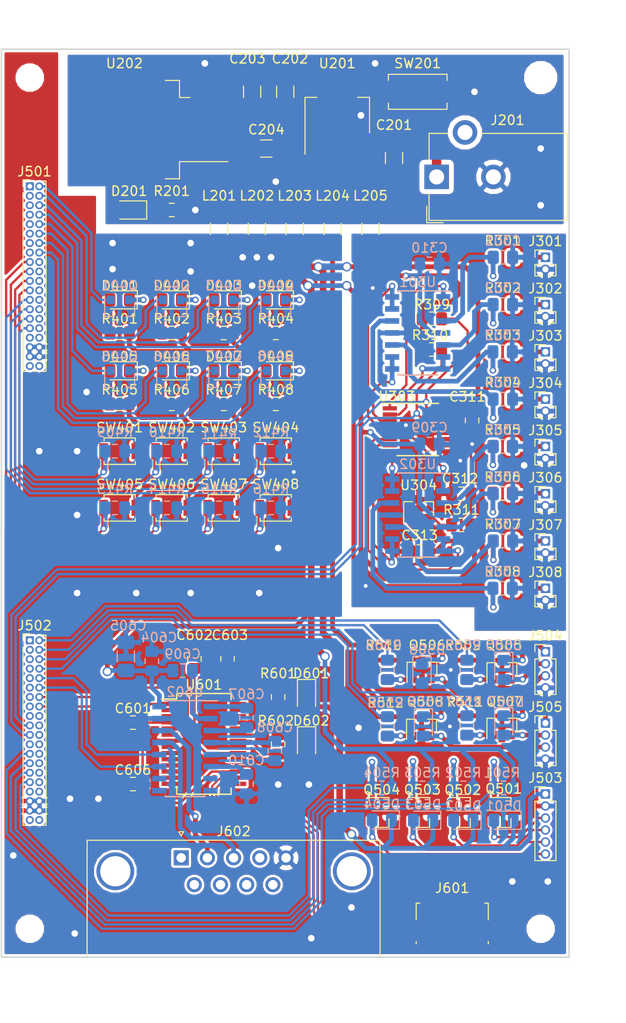
<source format=kicad_pcb>
(kicad_pcb (version 20171130) (host pcbnew 5.0.0-fee4fd1~66~ubuntu18.04.1)
  (title_block (title "PBC TP Final - Tarjeta Expación GEO HCAL") (date 2018-10-09) (rev 1.0) (company "GEO Tecnologies"))
  (layers (0 F.Cu signal) (31 B.Cu signal) (34 B.Paste user) (35 F.Paste user) (36 B.SilkS user) (37 F.SilkS user) (38 B.Mask user hide) (39 F.Mask user hide) (44 Edge.Cuts user))
  (net 0 "")
  (net 1 GNDPWR)
  (net 2 "/Fuente de Poder/PW12")
  (net 3 "/Fuente de Poder/PW5V")
  (net 4 "/Fuente de Poder/PW3V3")
  (net 5 "Net-(C301-Pad1)")
  (net 6 GNDA)
  (net 7 "Net-(C302-Pad1)")
  (net 8 "Net-(C303-Pad1)")
  (net 9 "Net-(C304-Pad1)")
  (net 10 "Net-(C305-Pad1)")
  (net 11 "Net-(C306-Pad1)")
  (net 12 "Net-(C307-Pad1)")
  (net 13 "Net-(C308-Pad1)")
  (net 14 +3V3)
  (net 15 +5V)
  (net 16 "/Conversión Analogo-Digital/VREF")
  (net 17 GNDD)
  (net 18 "Net-(C601-Pad1)")
  (net 19 "Net-(C607-Pad2)")
  (net 20 "Net-(C607-Pad1)")
  (net 21 "Net-(C608-Pad2)")
  (net 22 "Net-(C608-Pad1)")
  (net 23 "Net-(C609-Pad2)")
  (net 24 "Net-(C610-Pad1)")
  (net 25 "Net-(D201-Pad1)")
  (net 26 "Net-(D401-Pad2)")
  (net 27 "Net-(D401-Pad1)")
  (net 28 "Net-(D402-Pad1)")
  (net 29 "Net-(D402-Pad2)")
  (net 30 "Net-(D403-Pad2)")
  (net 31 "Net-(D403-Pad1)")
  (net 32 "Net-(D404-Pad1)")
  (net 33 "Net-(D404-Pad2)")
  (net 34 "Net-(D405-Pad1)")
  (net 35 "Net-(D405-Pad2)")
  (net 36 "Net-(D406-Pad1)")
  (net 37 "Net-(D406-Pad2)")
  (net 38 "Net-(D407-Pad2)")
  (net 39 "Net-(D407-Pad1)")
  (net 40 "Net-(D408-Pad2)")
  (net 41 "Net-(D408-Pad1)")
  (net 42 +12V)
  (net 43 "/Puertos de Entrada y Salida/CLOSE0")
  (net 44 "/Puertos de Entrada y Salida/OPEN0")
  (net 45 "/Puertos de Entrada y Salida/CLOSE1")
  (net 46 "/Puertos de Entrada y Salida/OPEN1")
  (net 47 "Net-(D601-Pad1)")
  (net 48 "Net-(D602-Pad1)")
  (net 49 "/Fuente de Poder/IN12V")
  (net 50 "Net-(J301-Pad1)")
  (net 51 "Net-(J302-Pad1)")
  (net 52 "Net-(J303-Pad1)")
  (net 53 "Net-(J304-Pad1)")
  (net 54 "Net-(J305-Pad1)")
  (net 55 "Net-(J306-Pad1)")
  (net 56 "Net-(J307-Pad1)")
  (net 57 "Net-(J308-Pad1)")
  (net 58 "/Puertos de Entrada y Salida/PWM0")
  (net 59 "/Puertos de Entrada y Salida/PWM1")
  (net 60 "/Puertos de Entrada y Salida/PWM2")
  (net 61 "/Puertos de Entrada y Salida/PWM3")
  (net 62 "/Puertos de Entrada y Salida/CL0")
  (net 63 "/Puertos de Entrada y Salida/OP0")
  (net 64 "/Puertos de Entrada y Salida/CL1")
  (net 65 "/Puertos de Entrada y Salida/OP1")
  (net 66 "Net-(J601-Pad1)")
  (net 67 /Comunicación/D-)
  (net 68 /Comunicación/D+)
  (net 69 "Net-(J601-Pad4)")
  (net 70 "Net-(J602-Pad1)")
  (net 71 /Comunicación/RS232_TxOut)
  (net 72 /Comunicación/RS232_RxIn)
  (net 73 "Net-(J602-Pad4)")
  (net 74 "Net-(J602-Pad6)")
  (net 75 "Net-(J602-Pad7)")
  (net 76 "Net-(J602-Pad8)")
  (net 77 "Net-(J602-Pad9)")
  (net 78 "Net-(R311-Pad2)")
  (net 79 "Net-(R601-Pad2)")
  (net 80 "Net-(R602-Pad2)")
  (net 81 "/Conversión Analogo-Digital/CH0")
  (net 82 "/Conversión Analogo-Digital/CH1")
  (net 83 "/Conversión Analogo-Digital/CH2")
  (net 84 "/Conversión Analogo-Digital/CH3")
  (net 85 "/Conversión Analogo-Digital/CH7")
  (net 86 "/Conversión Analogo-Digital/CH6")
  (net 87 "/Conversión Analogo-Digital/CH5")
  (net 88 "/Conversión Analogo-Digital/CH4")
  (net 89 "/Conversión Analogo-Digital/COM")
  (net 90 "Net-(U601-Pad2)")
  (net 91 "Net-(U601-Pad3)")
  (net 92 "Net-(U601-Pad6)")
  (net 93 "Net-(U601-Pad9)")
  (net 94 "Net-(U601-Pad10)")
  (net 95 "Net-(U601-Pad11)")
  (net 96 "Net-(U601-Pad12)")
  (net 97 "Net-(U601-Pad13)")
  (net 98 "Net-(U601-Pad14)")
  (net 99 "Net-(U601-Pad19)")
  (net 100 "Net-(U601-Pad26)")
  (net 101 "Net-(U601-Pad27)")
  (net 102 "Net-(U601-Pad28)")
  (net 103 "Net-(U602-Pad7)")
  (net 104 "Net-(U602-Pad8)")
  (net 105 "Net-(U602-Pad9)")
  (net 106 "Net-(U602-Pad10)")
  (net 107 "/Interfaz de Usuario/SW4")
  (net 108 "/Interfaz de Usuario/SW2")
  (net 109 "/Interfaz de Usuario/SW7")
  (net 110 "/Interfaz de Usuario/SW6")
  (net 111 "/Interfaz de Usuario/SW5")
  (net 112 "/Interfaz de Usuario/SW1")
  (net 113 "/Interfaz de Usuario/SW0")
  (net 114 "/Interfaz de Usuario/SW3")
  (net 115 "/Conversión Analogo-Digital/I2C0")
  (net 116 "/Conversión Analogo-Digital/I2C1")
  (net 117 "/Interfaz de Usuario/LED4")
  (net 118 "/Interfaz de Usuario/LED1")
  (net 119 "/Interfaz de Usuario/LED3")
  (net 120 "/Interfaz de Usuario/LED5")
  (net 121 "/Interfaz de Usuario/LED0")
  (net 122 "/Interfaz de Usuario/LED7")
  (net 123 "/Interfaz de Usuario/LED6")
  (net 124 "/Interfaz de Usuario/LED2")
  (net 125 /Comunicación/COMM0)
  (net 126 /Comunicación/COMM1)
  (net 127 /Comunicación/COMM2)
  (net 128 /Comunicación/COMM3)
  (net 129 "Net-(Q508-Pad1)")
  (net 130 "Net-(Q507-Pad1)")
  (net 131 "/Puertos de Entrada y Salida/PWM_OUT3")
  (net 132 "/Puertos de Entrada y Salida/PWM_OUT2")
  (net 133 "/Puertos de Entrada y Salida/PWM_OUT1")
  (net 134 "/Puertos de Entrada y Salida/PWM_OUT0")
  (net 135 "Net-(J501-Pad1)")
  (net 136 "Net-(J501-Pad3)")
  (net 137 "Net-(J501-Pad5)")
  (net 138 "Net-(J501-Pad7)")
  (net 139 "Net-(J501-Pad9)")
  (net 140 "Net-(J501-Pad11)")
  (net 141 "Net-(J501-Pad13)")
  (net 142 "Net-(J501-Pad15)")
  (net 143 "Net-(J501-Pad18)")
  (net 144 "Net-(J501-Pad20)")
  (net 145 "Net-(J501-Pad22)")
  (net 146 "Net-(J501-Pad24)")
  (net 147 "Net-(J501-Pad26)")
  (net 148 "Net-(J501-Pad28)")
  (net 149 "Net-(J501-Pad30)")
  (net 150 "Net-(J501-Pad32)")
  (net 151 "Net-(J501-Pad33)")
  (net 152 "Net-(J501-Pad34)")
  (net 153 "Net-(J501-Pad39)")
  (net 154 "Net-(J501-Pad40)")
  (net 155 "Net-(J502-Pad40)")
  (net 156 "Net-(J502-Pad39)")
  (net 157 "Net-(J502-Pad34)")
  (net 158 "Net-(J502-Pad33)")
  (net 159 "Net-(J502-Pad32)")
  (net 160 "Net-(J502-Pad30)")
  (net 161 "Net-(J502-Pad28)")
  (net 162 "Net-(J502-Pad26)")
  (net 163 "Net-(J502-Pad24)")
  (net 164 "Net-(J502-Pad23)")
  (net 165 "Net-(J502-Pad22)")
  (net 166 "Net-(J502-Pad20)")
  (net 167 "Net-(J502-Pad18)")
  (net 168 "Net-(J502-Pad17)")
  (net 169 "Net-(J502-Pad15)")
  (net 170 "Net-(Q506-Pad1)")
  (net 171 "Net-(Q505-Pad1)")
  (net 172 "Net-(J502-Pad5)")
  (net 173 "Net-(J502-Pad3)")
  (net 174 "Net-(J502-Pad9)")
  (net 175 "Net-(J502-Pad7)")
  (net 176 "Net-(J502-Pad13)")
  (net 177 "Net-(J502-Pad11)")
  (net 178 "Net-(J502-Pad1)")
  (module Connector_Dsub:DSUB-9_Male_Horizontal_P2.77x2.84mm_EdgePinOffset7.70mm_Housed_MountingHolesOffset9.12mm (layer F.Cu) (at 133 145.5)
    (fp_text reference J602 (at 5.54 -2.8) (layer F.SilkS))
    (fp_text value DB9_Male)
    (pad 1 thru_hole rect (at 0 0) (size 1.6 1.6) (drill 1) (layers *.Cu *.Mask) (net 70 "Net-(J602-Pad1)"))
    (pad 2 thru_hole circle (at 2.77 0) (size 1.6 1.6) (drill 1) (layers *.Cu *.Mask) (net 71 /Comunicación/RS232_TxOut))
    (pad 3 thru_hole circle (at 5.54 0) (size 1.6 1.6) (drill 1) (layers *.Cu *.Mask) (net 72 /Comunicación/RS232_RxIn))
    (pad 4 thru_hole circle (at 8.31 0) (size 1.6 1.6) (drill 1) (layers *.Cu *.Mask) (net 73 "Net-(J602-Pad4)"))
    (pad 5 thru_hole circle (at 11.08 0) (size 1.6 1.6) (drill 1) (layers *.Cu *.Mask) (net 17 GNDD))
    (pad 6 thru_hole circle (at 1.385 2.84) (size 1.6 1.6) (drill 1) (layers *.Cu *.Mask) (net 74 "Net-(J602-Pad6)"))
    (pad 7 thru_hole circle (at 4.155 2.84) (size 1.6 1.6) (drill 1) (layers *.Cu *.Mask) (net 75 "Net-(J602-Pad7)"))
    (pad 8 thru_hole circle (at 6.925 2.84) (size 1.6 1.6) (drill 1) (layers *.Cu *.Mask) (net 76 "Net-(J602-Pad8)"))
    (pad 9 thru_hole circle (at 9.695 2.84) (size 1.6 1.6) (drill 1) (layers *.Cu *.Mask) (net 77 "Net-(J602-Pad9)"))
    (pad 0 thru_hole circle (at -6.96 1.42) (size 4 4) (drill 3.2) (layers *.Cu *.Mask))
    (pad 0 thru_hole circle (at 18.04 1.42) (size 4 4) (drill 3.2) (layers *.Cu *.Mask))
  )
  (module Connector_USB:USB_Micro-B_Molex_47346-0001 (layer F.Cu) (at 161.65 152)
    (fp_text reference J601 (at 0 -3.3 180) (layer F.SilkS))
    (fp_text value USB_B_Micro)
    (pad 1 smd rect (at -1.3 -1.46) (size 0.45 1.38) (layers F.Cu F.Paste F.Mask) (net 66 "Net-(J601-Pad1)"))
    (pad 2 smd rect (at -0.65 -1.46) (size 0.45 1.38) (layers F.Cu F.Paste F.Mask) (net 67 /Comunicación/D-))
    (pad 3 smd rect (at 0 -1.46) (size 0.45 1.38) (layers F.Cu F.Paste F.Mask) (net 68 /Comunicación/D+))
    (pad 4 smd rect (at 0.65 -1.46) (size 0.45 1.38) (layers F.Cu F.Paste F.Mask) (net 69 "Net-(J601-Pad4)"))
    (pad 5 smd rect (at 1.3 -1.46) (size 0.45 1.38) (layers F.Cu F.Paste F.Mask) (net 17 GNDD))
    (pad 6 smd rect (at -2.4625 -1.1) (size 1.475 2.1) (layers F.Cu F.Paste F.Mask) (net 17 GNDD))
    (pad 6 smd rect (at 2.4625 -1.1) (size 1.475 2.1) (layers F.Cu F.Paste F.Mask) (net 17 GNDD))
    (pad 6 smd rect (at -2.91 1.2) (size 2.375 1.9) (layers F.Cu F.Paste F.Mask) (net 17 GNDD))
    (pad 6 smd rect (at 2.91 1.2) (size 2.375 1.9) (layers F.Cu F.Paste F.Mask) (net 17 GNDD))
    (pad 6 smd rect (at -0.84 1.2) (size 1.175 1.9) (layers F.Cu F.Paste F.Mask) (net 17 GNDD))
    (pad 6 smd rect (at 0.84 1.2) (size 1.175 1.9) (layers F.Cu F.Paste F.Mask) (net 17 GNDD))
  )
  (module Package_SO:SOIC-16_3.9x9.9mm_P1.27mm (layer B.Cu) (at 133.4 133.95 180)
    (fp_text reference U602 (at 0 6 180) (layer B.SilkS) (effects (justify mirror)))
    (fp_text value MAX3232)
    (pad 1 smd rect (at -2.7 4.445 180) (size 1.5 0.6) (layers B.Cu B.Paste B.Mask) (net 20 "Net-(C607-Pad1)"))
    (pad 2 smd rect (at -2.7 3.175 180) (size 1.5 0.6) (layers B.Cu B.Paste B.Mask) (net 23 "Net-(C609-Pad2)"))
    (pad 3 smd rect (at -2.7 1.905 180) (size 1.5 0.6) (layers B.Cu B.Paste B.Mask) (net 19 "Net-(C607-Pad2)"))
    (pad 4 smd rect (at -2.7 0.635 180) (size 1.5 0.6) (layers B.Cu B.Paste B.Mask) (net 22 "Net-(C608-Pad1)"))
    (pad 5 smd rect (at -2.7 -0.635 180) (size 1.5 0.6) (layers B.Cu B.Paste B.Mask) (net 21 "Net-(C608-Pad2)"))
    (pad 6 smd rect (at -2.7 -1.905 180) (size 1.5 0.6) (layers B.Cu B.Paste B.Mask) (net 24 "Net-(C610-Pad1)"))
    (pad 7 smd rect (at -2.7 -3.175 180) (size 1.5 0.6) (layers B.Cu B.Paste B.Mask) (net 103 "Net-(U602-Pad7)"))
    (pad 8 smd rect (at -2.7 -4.445 180) (size 1.5 0.6) (layers B.Cu B.Paste B.Mask) (net 104 "Net-(U602-Pad8)"))
    (pad 9 smd rect (at 2.7 -4.445 180) (size 1.5 0.6) (layers B.Cu B.Paste B.Mask) (net 105 "Net-(U602-Pad9)"))
    (pad 10 smd rect (at 2.7 -3.175 180) (size 1.5 0.6) (layers B.Cu B.Paste B.Mask) (net 106 "Net-(U602-Pad10)"))
    (pad 11 smd rect (at 2.7 -1.905 180) (size 1.5 0.6) (layers B.Cu B.Paste B.Mask) (net 127 /Comunicación/COMM2))
    (pad 12 smd rect (at 2.7 -0.635 180) (size 1.5 0.6) (layers B.Cu B.Paste B.Mask) (net 128 /Comunicación/COMM3))
    (pad 13 smd rect (at 2.7 0.635 180) (size 1.5 0.6) (layers B.Cu B.Paste B.Mask) (net 72 /Comunicación/RS232_RxIn))
    (pad 14 smd rect (at 2.7 1.905 180) (size 1.5 0.6) (layers B.Cu B.Paste B.Mask) (net 71 /Comunicación/RS232_TxOut))
    (pad 15 smd rect (at 2.7 3.175 180) (size 1.5 0.6) (layers B.Cu B.Paste B.Mask) (net 17 GNDD))
    (pad 16 smd rect (at 2.7 4.445 180) (size 1.5 0.6) (layers B.Cu B.Paste B.Mask) (net 14 +3V3))
  )
  (module Resistor_SMD:R_0805_2012Metric_Pad1.15x1.40mm_HandSolder (layer B.Cu) (at 154.8 131.6 90)
    (fp_text reference R508 (at 2.5 -0.2) (layer B.SilkS) (effects (justify mirror)))
    (fp_text value 1K)
    (pad 1 smd roundrect (at -1.025 0 90) (size 1.15 1.4) (layers B.Cu B.Paste B.Mask) (roundrect_rratio 0.217391) (net 129 "Net-(Q508-Pad1)"))
    (pad 2 smd roundrect (at 1.025 0 90) (size 1.15 1.4) (layers B.Cu B.Paste B.Mask) (roundrect_rratio 0.217391) (net 65 "/Puertos de Entrada y Salida/OP1"))
  )
  (module Package_TO_SOT_SMD:SOT-23 (layer F.Cu) (at 166.9 131.5 90)
    (fp_text reference Q507 (at 2.5 0.3 180) (layer F.SilkS))
    (fp_text value FDV301N)
    (pad 3 smd rect (at 1 0 90) (size 0.9 0.8) (layers F.Cu F.Paste F.Mask) (net 17 GNDD))
    (pad 2 smd rect (at -1 0.95 90) (size 0.9 0.8) (layers F.Cu F.Paste F.Mask) (net 45 "/Puertos de Entrada y Salida/CLOSE1"))
    (pad 1 smd rect (at -1 -0.95 90) (size 0.9 0.8) (layers F.Cu F.Paste F.Mask) (net 130 "Net-(Q507-Pad1)"))
  )
  (module Package_TO_SOT_SMD:SOT-23 (layer F.Cu) (at 158.4 131.6 90)
    (fp_text reference Q508 (at 2.6 0.4 180) (layer F.SilkS))
    (fp_text value FDV301N)
    (pad 1 smd rect (at -1 -0.95 90) (size 0.9 0.8) (layers F.Cu F.Paste F.Mask) (net 129 "Net-(Q508-Pad1)"))
    (pad 2 smd rect (at -1 0.95 90) (size 0.9 0.8) (layers F.Cu F.Paste F.Mask) (net 46 "/Puertos de Entrada y Salida/OPEN1"))
    (pad 3 smd rect (at 1 0 90) (size 0.9 0.8) (layers F.Cu F.Paste F.Mask) (net 17 GNDD))
  )
  (module Connector_PinHeader_1.27mm:PinHeader_1x04_P1.27mm_Vertical (layer F.Cu) (at 171.5 131.25)
    (fp_text reference J505 (at 0 -1.695) (layer F.SilkS))
    (fp_text value Conn_01x04)
    (pad 1 thru_hole rect (at 0 0) (size 1 1) (drill 0.65) (layers *.Cu *.Mask) (net 42 +12V))
    (pad 2 thru_hole oval (at 0 1.27) (size 1 1) (drill 0.65) (layers *.Cu *.Mask) (net 45 "/Puertos de Entrada y Salida/CLOSE1"))
    (pad 3 thru_hole oval (at 0 2.54) (size 1 1) (drill 0.65) (layers *.Cu *.Mask) (net 46 "/Puertos de Entrada y Salida/OPEN1"))
    (pad 4 thru_hole oval (at 0 3.81) (size 1 1) (drill 0.65) (layers *.Cu *.Mask) (net 17 GNDD))
  )
  (module Connector_PinHeader_1.00mm:PinHeader_2x20_P1.00mm_Vertical (layer F.Cu) (at 117 74.5)
    (fp_text reference J501 (at 0.5 -1.56) (layer F.SilkS))
    (fp_text value Conn_01x40_Male)
    (pad 1 thru_hole rect (at 0 0) (size 0.85 0.85) (drill 0.5) (layers *.Cu *.Mask) (net 135 "Net-(J501-Pad1)"))
    (pad 2 thru_hole oval (at 1 0) (size 0.85 0.85) (drill 0.5) (layers *.Cu *.Mask) (net 121 "/Interfaz de Usuario/LED0"))
    (pad 3 thru_hole oval (at 0 1) (size 0.85 0.85) (drill 0.5) (layers *.Cu *.Mask) (net 136 "Net-(J501-Pad3)"))
    (pad 4 thru_hole oval (at 1 1) (size 0.85 0.85) (drill 0.5) (layers *.Cu *.Mask) (net 118 "/Interfaz de Usuario/LED1"))
    (pad 5 thru_hole oval (at 0 2) (size 0.85 0.85) (drill 0.5) (layers *.Cu *.Mask) (net 137 "Net-(J501-Pad5)"))
    (pad 6 thru_hole oval (at 1 2) (size 0.85 0.85) (drill 0.5) (layers *.Cu *.Mask) (net 124 "/Interfaz de Usuario/LED2"))
    (pad 7 thru_hole oval (at 0 3) (size 0.85 0.85) (drill 0.5) (layers *.Cu *.Mask) (net 138 "Net-(J501-Pad7)"))
    (pad 8 thru_hole oval (at 1 3) (size 0.85 0.85) (drill 0.5) (layers *.Cu *.Mask) (net 119 "/Interfaz de Usuario/LED3"))
    (pad 9 thru_hole oval (at 0 4) (size 0.85 0.85) (drill 0.5) (layers *.Cu *.Mask) (net 139 "Net-(J501-Pad9)"))
    (pad 10 thru_hole oval (at 1 4) (size 0.85 0.85) (drill 0.5) (layers *.Cu *.Mask) (net 117 "/Interfaz de Usuario/LED4"))
    (pad 11 thru_hole oval (at 0 5) (size 0.85 0.85) (drill 0.5) (layers *.Cu *.Mask) (net 140 "Net-(J501-Pad11)"))
    (pad 12 thru_hole oval (at 1 5) (size 0.85 0.85) (drill 0.5) (layers *.Cu *.Mask) (net 120 "/Interfaz de Usuario/LED5"))
    (pad 13 thru_hole oval (at 0 6) (size 0.85 0.85) (drill 0.5) (layers *.Cu *.Mask) (net 141 "Net-(J501-Pad13)"))
    (pad 14 thru_hole oval (at 1 6) (size 0.85 0.85) (drill 0.5) (layers *.Cu *.Mask) (net 123 "/Interfaz de Usuario/LED6"))
    (pad 15 thru_hole oval (at 0 7) (size 0.85 0.85) (drill 0.5) (layers *.Cu *.Mask) (net 142 "Net-(J501-Pad15)"))
    (pad 16 thru_hole oval (at 1 7) (size 0.85 0.85) (drill 0.5) (layers *.Cu *.Mask) (net 122 "/Interfaz de Usuario/LED7"))
    (pad 17 thru_hole oval (at 0 8) (size 0.85 0.85) (drill 0.5) (layers *.Cu *.Mask) (net 109 "/Interfaz de Usuario/SW7"))
    (pad 18 thru_hole oval (at 1 8) (size 0.85 0.85) (drill 0.5) (layers *.Cu *.Mask) (net 143 "Net-(J501-Pad18)"))
    (pad 19 thru_hole oval (at 0 9) (size 0.85 0.85) (drill 0.5) (layers *.Cu *.Mask) (net 110 "/Interfaz de Usuario/SW6"))
    (pad 20 thru_hole oval (at 1 9) (size 0.85 0.85) (drill 0.5) (layers *.Cu *.Mask) (net 144 "Net-(J501-Pad20)"))
    (pad 21 thru_hole oval (at 0 10) (size 0.85 0.85) (drill 0.5) (layers *.Cu *.Mask) (net 111 "/Interfaz de Usuario/SW5"))
    (pad 22 thru_hole oval (at 1 10) (size 0.85 0.85) (drill 0.5) (layers *.Cu *.Mask) (net 145 "Net-(J501-Pad22)"))
    (pad 23 thru_hole oval (at 0 11) (size 0.85 0.85) (drill 0.5) (layers *.Cu *.Mask) (net 107 "/Interfaz de Usuario/SW4"))
    (pad 24 thru_hole oval (at 1 11) (size 0.85 0.85) (drill 0.5) (layers *.Cu *.Mask) (net 146 "Net-(J501-Pad24)"))
    (pad 25 thru_hole oval (at 0 12) (size 0.85 0.85) (drill 0.5) (layers *.Cu *.Mask) (net 114 "/Interfaz de Usuario/SW3"))
    (pad 26 thru_hole oval (at 1 12) (size 0.85 0.85) (drill 0.5) (layers *.Cu *.Mask) (net 147 "Net-(J501-Pad26)"))
    (pad 27 thru_hole oval (at 0 13) (size 0.85 0.85) (drill 0.5) (layers *.Cu *.Mask) (net 108 "/Interfaz de Usuario/SW2"))
    (pad 28 thru_hole oval (at 1 13) (size 0.85 0.85) (drill 0.5) (layers *.Cu *.Mask) (net 148 "Net-(J501-Pad28)"))
    (pad 29 thru_hole oval (at 0 14) (size 0.85 0.85) (drill 0.5) (layers *.Cu *.Mask) (net 112 "/Interfaz de Usuario/SW1"))
    (pad 30 thru_hole oval (at 1 14) (size 0.85 0.85) (drill 0.5) (layers *.Cu *.Mask) (net 149 "Net-(J501-Pad30)"))
    (pad 31 thru_hole oval (at 0 15) (size 0.85 0.85) (drill 0.5) (layers *.Cu *.Mask) (net 113 "/Interfaz de Usuario/SW0"))
    (pad 32 thru_hole oval (at 1 15) (size 0.85 0.85) (drill 0.5) (layers *.Cu *.Mask) (net 150 "Net-(J501-Pad32)"))
    (pad 33 thru_hole oval (at 0 16) (size 0.85 0.85) (drill 0.5) (layers *.Cu *.Mask) (net 151 "Net-(J501-Pad33)"))
    (pad 34 thru_hole oval (at 1 16) (size 0.85 0.85) (drill 0.5) (layers *.Cu *.Mask) (net 152 "Net-(J501-Pad34)"))
    (pad 35 thru_hole oval (at 0 17) (size 0.85 0.85) (drill 0.5) (layers *.Cu *.Mask) (net 17 GNDD))
    (pad 36 thru_hole oval (at 1 17) (size 0.85 0.85) (drill 0.5) (layers *.Cu *.Mask) (net 17 GNDD))
    (pad 37 thru_hole oval (at 0 18) (size 0.85 0.85) (drill 0.5) (layers *.Cu *.Mask) (net 17 GNDD))
    (pad 38 thru_hole oval (at 1 18) (size 0.85 0.85) (drill 0.5) (layers *.Cu *.Mask) (net 17 GNDD))
    (pad 39 thru_hole oval (at 0 19) (size 0.85 0.85) (drill 0.5) (layers *.Cu *.Mask) (net 153 "Net-(J501-Pad39)"))
    (pad 40 thru_hole oval (at 1 19) (size 0.85 0.85) (drill 0.5) (layers *.Cu *.Mask) (net 154 "Net-(J501-Pad40)"))
  )
  (module Connector_PinHeader_1.27mm:PinHeader_1x06_P1.27mm_Vertical (layer F.Cu) (at 171.5 138.75)
    (fp_text reference J503 (at 0 -1.695) (layer F.SilkS))
    (fp_text value Conn_01x06_Male)
    (pad 1 thru_hole rect (at 0 0) (size 1 1) (drill 0.65) (layers *.Cu *.Mask) (net 15 +5V))
    (pad 2 thru_hole oval (at 0 1.27) (size 1 1) (drill 0.65) (layers *.Cu *.Mask) (net 17 GNDD))
    (pad 3 thru_hole oval (at 0 2.54) (size 1 1) (drill 0.65) (layers *.Cu *.Mask) (net 134 "/Puertos de Entrada y Salida/PWM_OUT0"))
    (pad 4 thru_hole oval (at 0 3.81) (size 1 1) (drill 0.65) (layers *.Cu *.Mask) (net 133 "/Puertos de Entrada y Salida/PWM_OUT1"))
    (pad 5 thru_hole oval (at 0 5.08) (size 1 1) (drill 0.65) (layers *.Cu *.Mask) (net 132 "/Puertos de Entrada y Salida/PWM_OUT2"))
    (pad 6 thru_hole oval (at 0 6.35) (size 1 1) (drill 0.65) (layers *.Cu *.Mask) (net 131 "/Puertos de Entrada y Salida/PWM_OUT3"))
  )
  (module Connector_PinHeader_1.27mm:PinHeader_1x04_P1.27mm_Vertical (layer F.Cu) (at 171.5 123.71)
    (fp_text reference J504 (at 0 -1.695) (layer F.SilkS))
    (fp_text value Conn_01x04)
    (pad 1 thru_hole rect (at 0 0) (size 1 1) (drill 0.65) (layers *.Cu *.Mask) (net 42 +12V))
    (pad 2 thru_hole oval (at 0 1.27) (size 1 1) (drill 0.65) (layers *.Cu *.Mask) (net 43 "/Puertos de Entrada y Salida/CLOSE0"))
    (pad 3 thru_hole oval (at 0 2.54) (size 1 1) (drill 0.65) (layers *.Cu *.Mask) (net 44 "/Puertos de Entrada y Salida/OPEN0"))
    (pad 4 thru_hole oval (at 0 3.81) (size 1 1) (drill 0.65) (layers *.Cu *.Mask) (net 17 GNDD))
  )
  (module Connector_PinHeader_1.00mm:PinHeader_2x20_P1.00mm_Vertical (layer F.Cu) (at 117 122.5)
    (fp_text reference J502 (at 0.5 -1.56) (layer F.SilkS))
    (fp_text value Conn_01x40_Male)
    (pad 40 thru_hole oval (at 1 19) (size 0.85 0.85) (drill 0.5) (layers *.Cu *.Mask) (net 155 "Net-(J502-Pad40)"))
    (pad 39 thru_hole oval (at 0 19) (size 0.85 0.85) (drill 0.5) (layers *.Cu *.Mask) (net 156 "Net-(J502-Pad39)"))
    (pad 38 thru_hole oval (at 1 18) (size 0.85 0.85) (drill 0.5) (layers *.Cu *.Mask) (net 17 GNDD))
    (pad 37 thru_hole oval (at 0 18) (size 0.85 0.85) (drill 0.5) (layers *.Cu *.Mask) (net 17 GNDD))
    (pad 36 thru_hole oval (at 1 17) (size 0.85 0.85) (drill 0.5) (layers *.Cu *.Mask) (net 17 GNDD))
    (pad 35 thru_hole oval (at 0 17) (size 0.85 0.85) (drill 0.5) (layers *.Cu *.Mask) (net 17 GNDD))
    (pad 34 thru_hole oval (at 1 16) (size 0.85 0.85) (drill 0.5) (layers *.Cu *.Mask) (net 157 "Net-(J502-Pad34)"))
    (pad 33 thru_hole oval (at 0 16) (size 0.85 0.85) (drill 0.5) (layers *.Cu *.Mask) (net 158 "Net-(J502-Pad33)"))
    (pad 32 thru_hole oval (at 1 15) (size 0.85 0.85) (drill 0.5) (layers *.Cu *.Mask) (net 159 "Net-(J502-Pad32)"))
    (pad 31 thru_hole oval (at 0 15) (size 0.85 0.85) (drill 0.5) (layers *.Cu *.Mask) (net 61 "/Puertos de Entrada y Salida/PWM3"))
    (pad 30 thru_hole oval (at 1 14) (size 0.85 0.85) (drill 0.5) (layers *.Cu *.Mask) (net 160 "Net-(J502-Pad30)"))
    (pad 29 thru_hole oval (at 0 14) (size 0.85 0.85) (drill 0.5) (layers *.Cu *.Mask) (net 60 "/Puertos de Entrada y Salida/PWM2"))
    (pad 28 thru_hole oval (at 1 13) (size 0.85 0.85) (drill 0.5) (layers *.Cu *.Mask) (net 161 "Net-(J502-Pad28)"))
    (pad 27 thru_hole oval (at 0 13) (size 0.85 0.85) (drill 0.5) (layers *.Cu *.Mask) (net 59 "/Puertos de Entrada y Salida/PWM1"))
    (pad 26 thru_hole oval (at 1 12) (size 0.85 0.85) (drill 0.5) (layers *.Cu *.Mask) (net 162 "Net-(J502-Pad26)"))
    (pad 25 thru_hole oval (at 0 12) (size 0.85 0.85) (drill 0.5) (layers *.Cu *.Mask) (net 58 "/Puertos de Entrada y Salida/PWM0"))
    (pad 24 thru_hole oval (at 1 11) (size 0.85 0.85) (drill 0.5) (layers *.Cu *.Mask) (net 163 "Net-(J502-Pad24)"))
    (pad 23 thru_hole oval (at 0 11) (size 0.85 0.85) (drill 0.5) (layers *.Cu *.Mask) (net 164 "Net-(J502-Pad23)"))
    (pad 22 thru_hole oval (at 1 10) (size 0.85 0.85) (drill 0.5) (layers *.Cu *.Mask) (net 165 "Net-(J502-Pad22)"))
    (pad 21 thru_hole oval (at 0 10) (size 0.85 0.85) (drill 0.5) (layers *.Cu *.Mask) (net 116 "/Conversión Analogo-Digital/I2C1"))
    (pad 20 thru_hole oval (at 1 9) (size 0.85 0.85) (drill 0.5) (layers *.Cu *.Mask) (net 166 "Net-(J502-Pad20)"))
    (pad 19 thru_hole oval (at 0 9) (size 0.85 0.85) (drill 0.5) (layers *.Cu *.Mask) (net 115 "/Conversión Analogo-Digital/I2C0"))
    (pad 18 thru_hole oval (at 1 8) (size 0.85 0.85) (drill 0.5) (layers *.Cu *.Mask) (net 167 "Net-(J502-Pad18)"))
    (pad 17 thru_hole oval (at 0 8) (size 0.85 0.85) (drill 0.5) (layers *.Cu *.Mask) (net 168 "Net-(J502-Pad17)"))
    (pad 16 thru_hole oval (at 1 7) (size 0.85 0.85) (drill 0.5) (layers *.Cu *.Mask) (net 125 /Comunicación/COMM0))
    (pad 15 thru_hole oval (at 0 7) (size 0.85 0.85) (drill 0.5) (layers *.Cu *.Mask) (net 169 "Net-(J502-Pad15)"))
    (pad 14 thru_hole oval (at 1 6) (size 0.85 0.85) (drill 0.5) (layers *.Cu *.Mask) (net 126 /Comunicación/COMM1))
    (pad 13 thru_hole oval (at 0 6) (size 0.85 0.85) (drill 0.5) (layers *.Cu *.Mask) (net 176 "Net-(J502-Pad13)"))
    (pad 12 thru_hole oval (at 1 5) (size 0.85 0.85) (drill 0.5) (layers *.Cu *.Mask) (net 127 /Comunicación/COMM2))
    (pad 11 thru_hole oval (at 0 5) (size 0.85 0.85) (drill 0.5) (layers *.Cu *.Mask) (net 177 "Net-(J502-Pad11)"))
    (pad 10 thru_hole oval (at 1 4) (size 0.85 0.85) (drill 0.5) (layers *.Cu *.Mask) (net 128 /Comunicación/COMM3))
    (pad 9 thru_hole oval (at 0 4) (size 0.85 0.85) (drill 0.5) (layers *.Cu *.Mask) (net 174 "Net-(J502-Pad9)"))
    (pad 8 thru_hole oval (at 1 3) (size 0.85 0.85) (drill 0.5) (layers *.Cu *.Mask) (net 65 "/Puertos de Entrada y Salida/OP1"))
    (pad 7 thru_hole oval (at 0 3) (size 0.85 0.85) (drill 0.5) (layers *.Cu *.Mask) (net 175 "Net-(J502-Pad7)"))
    (pad 6 thru_hole oval (at 1 2) (size 0.85 0.85) (drill 0.5) (layers *.Cu *.Mask) (net 64 "/Puertos de Entrada y Salida/CL1"))
    (pad 5 thru_hole oval (at 0 2) (size 0.85 0.85) (drill 0.5) (layers *.Cu *.Mask) (net 172 "Net-(J502-Pad5)"))
    (pad 4 thru_hole oval (at 1 1) (size 0.85 0.85) (drill 0.5) (layers *.Cu *.Mask) (net 63 "/Puertos de Entrada y Salida/OP0"))
    (pad 3 thru_hole oval (at 0 1) (size 0.85 0.85) (drill 0.5) (layers *.Cu *.Mask) (net 173 "Net-(J502-Pad3)"))
    (pad 2 thru_hole oval (at 1 0) (size 0.85 0.85) (drill 0.5) (layers *.Cu *.Mask) (net 62 "/Puertos de Entrada y Salida/CL0"))
    (pad 1 thru_hole rect (at 0 0) (size 0.85 0.85) (drill 0.5) (layers *.Cu *.Mask) (net 178 "Net-(J502-Pad1)"))
  )
  (module Package_TO_SOT_SMD:SOT-23 (layer F.Cu) (at 162.8 140.7)
    (fp_text reference Q502 (at -0.025216 -2.373874) (layer F.SilkS))
    (fp_text value FDV301N)
    (pad 3 smd rect (at 1 0) (size 0.9 0.8) (layers F.Cu F.Paste F.Mask) (net 17 GNDD))
    (pad 2 smd rect (at -1 0.95) (size 0.9 0.8) (layers F.Cu F.Paste F.Mask) (net 133 "/Puertos de Entrada y Salida/PWM_OUT1"))
    (pad 1 smd rect (at -1 -0.95) (size 0.9 0.8) (layers F.Cu F.Paste F.Mask) (net 59 "/Puertos de Entrada y Salida/PWM1"))
  )
  (module Package_TO_SOT_SMD:SOT-23 (layer F.Cu) (at 167.1 140.7)
    (fp_text reference Q501 (at 0 -2.5) (layer F.SilkS))
    (fp_text value FDV301N)
    (pad 1 smd rect (at -1 -0.95) (size 0.9 0.8) (layers F.Cu F.Paste F.Mask) (net 58 "/Puertos de Entrada y Salida/PWM0"))
    (pad 2 smd rect (at -1 0.95) (size 0.9 0.8) (layers F.Cu F.Paste F.Mask) (net 134 "/Puertos de Entrada y Salida/PWM_OUT0"))
    (pad 3 smd rect (at 1 0) (size 0.9 0.8) (layers F.Cu F.Paste F.Mask) (net 17 GNDD))
  )
  (module Package_TO_SOT_SMD:SOT-23 (layer F.Cu) (at 158.5 140.7)
    (fp_text reference Q503 (at 0 -2.4) (layer F.SilkS))
    (fp_text value FDV301N)
    (pad 3 smd rect (at 1 0) (size 0.9 0.8) (layers F.Cu F.Paste F.Mask) (net 17 GNDD))
    (pad 2 smd rect (at -1 0.95) (size 0.9 0.8) (layers F.Cu F.Paste F.Mask) (net 132 "/Puertos de Entrada y Salida/PWM_OUT2"))
    (pad 1 smd rect (at -1 -0.95) (size 0.9 0.8) (layers F.Cu F.Paste F.Mask) (net 60 "/Puertos de Entrada y Salida/PWM2"))
  )
  (module Package_TO_SOT_SMD:SOT-23 (layer F.Cu) (at 154.2 140.7)
    (fp_text reference Q504 (at 0 -2.4 180) (layer F.SilkS))
    (fp_text value FDV301N)
    (pad 1 smd rect (at -1 -0.95) (size 0.9 0.8) (layers F.Cu F.Paste F.Mask) (net 61 "/Puertos de Entrada y Salida/PWM3"))
    (pad 2 smd rect (at -1 0.95) (size 0.9 0.8) (layers F.Cu F.Paste F.Mask) (net 131 "/Puertos de Entrada y Salida/PWM_OUT3"))
    (pad 3 smd rect (at 1 0) (size 0.9 0.8) (layers F.Cu F.Paste F.Mask) (net 17 GNDD))
  )
  (module Package_TO_SOT_SMD:SOT-23 (layer F.Cu) (at 166.9 125.625 90)
    (fp_text reference Q505 (at 2.6 0.2 180) (layer F.SilkS))
    (fp_text value FDV301N)
    (pad 3 smd rect (at 1 0 90) (size 0.9 0.8) (layers F.Cu F.Paste F.Mask) (net 17 GNDD))
    (pad 2 smd rect (at -1 0.95 90) (size 0.9 0.8) (layers F.Cu F.Paste F.Mask) (net 43 "/Puertos de Entrada y Salida/CLOSE0"))
    (pad 1 smd rect (at -1 -0.95 90) (size 0.9 0.8) (layers F.Cu F.Paste F.Mask) (net 171 "Net-(Q505-Pad1)"))
  )
  (module Package_TO_SOT_SMD:SOT-23 (layer F.Cu) (at 158.45 125.575 90)
    (fp_text reference Q506 (at 2.55 0.55 180) (layer F.SilkS))
    (fp_text value FDV301N)
    (pad 1 smd rect (at -1 -0.95 90) (size 0.9 0.8) (layers F.Cu F.Paste F.Mask) (net 170 "Net-(Q506-Pad1)"))
    (pad 2 smd rect (at -1 0.95 90) (size 0.9 0.8) (layers F.Cu F.Paste F.Mask) (net 44 "/Puertos de Entrada y Salida/OPEN0"))
    (pad 3 smd rect (at 1 0 90) (size 0.9 0.8) (layers F.Cu F.Paste F.Mask) (net 17 GNDD))
  )
  (module Package_SO:SSOP-28_5.3x10.2mm_P0.65mm (layer F.Cu) (at 135.4 133.45)
    (fp_text reference U601 (at 0 -6.25) (layer F.SilkS))
    (fp_text value FT232RL)
    (pad 1 smd rect (at -3.6 -4.225) (size 1.75 0.45) (layers F.Cu F.Paste F.Mask) (net 125 /Comunicación/COMM0))
    (pad 2 smd rect (at -3.6 -3.575) (size 1.75 0.45) (layers F.Cu F.Paste F.Mask) (net 90 "Net-(U601-Pad2)"))
    (pad 3 smd rect (at -3.6 -2.925) (size 1.75 0.45) (layers F.Cu F.Paste F.Mask) (net 91 "Net-(U601-Pad3)"))
    (pad 4 smd rect (at -3.6 -2.275) (size 1.75 0.45) (layers F.Cu F.Paste F.Mask) (net 18 "Net-(C601-Pad1)"))
    (pad 5 smd rect (at -3.6 -1.625) (size 1.75 0.45) (layers F.Cu F.Paste F.Mask) (net 126 /Comunicación/COMM1))
    (pad 6 smd rect (at -3.6 -0.975) (size 1.75 0.45) (layers F.Cu F.Paste F.Mask) (net 92 "Net-(U601-Pad6)"))
    (pad 7 smd rect (at -3.6 -0.325) (size 1.75 0.45) (layers F.Cu F.Paste F.Mask) (net 17 GNDD))
    (pad 8 smd rect (at -3.6 0.325) (size 1.75 0.45) (layers F.Cu F.Paste F.Mask))
    (pad 9 smd rect (at -3.6 0.975) (size 1.75 0.45) (layers F.Cu F.Paste F.Mask) (net 93 "Net-(U601-Pad9)"))
    (pad 10 smd rect (at -3.6 1.625) (size 1.75 0.45) (layers F.Cu F.Paste F.Mask) (net 94 "Net-(U601-Pad10)"))
    (pad 11 smd rect (at -3.6 2.275) (size 1.75 0.45) (layers F.Cu F.Paste F.Mask) (net 95 "Net-(U601-Pad11)"))
    (pad 12 smd rect (at -3.6 2.925) (size 1.75 0.45) (layers F.Cu F.Paste F.Mask) (net 96 "Net-(U601-Pad12)"))
    (pad 13 smd rect (at -3.6 3.575) (size 1.75 0.45) (layers F.Cu F.Paste F.Mask) (net 97 "Net-(U601-Pad13)"))
    (pad 14 smd rect (at -3.6 4.225) (size 1.75 0.45) (layers F.Cu F.Paste F.Mask) (net 98 "Net-(U601-Pad14)"))
    (pad 15 smd rect (at 3.6 4.225) (size 1.75 0.45) (layers F.Cu F.Paste F.Mask) (net 68 /Comunicación/D+))
    (pad 16 smd rect (at 3.6 3.575) (size 1.75 0.45) (layers F.Cu F.Paste F.Mask) (net 67 /Comunicación/D-))
    (pad 17 smd rect (at 3.6 2.925) (size 1.75 0.45) (layers F.Cu F.Paste F.Mask) (net 18 "Net-(C601-Pad1)"))
    (pad 18 smd rect (at 3.6 2.275) (size 1.75 0.45) (layers F.Cu F.Paste F.Mask) (net 17 GNDD))
    (pad 19 smd rect (at 3.6 1.625) (size 1.75 0.45) (layers F.Cu F.Paste F.Mask) (net 99 "Net-(U601-Pad19)"))
    (pad 20 smd rect (at 3.6 0.975) (size 1.75 0.45) (layers F.Cu F.Paste F.Mask) (net 15 +5V))
    (pad 21 smd rect (at 3.6 0.325) (size 1.75 0.45) (layers F.Cu F.Paste F.Mask) (net 17 GNDD))
    (pad 22 smd rect (at 3.6 -0.325) (size 1.75 0.45) (layers F.Cu F.Paste F.Mask) (net 80 "Net-(R602-Pad2)"))
    (pad 23 smd rect (at 3.6 -0.975) (size 1.75 0.45) (layers F.Cu F.Paste F.Mask) (net 79 "Net-(R601-Pad2)"))
    (pad 24 smd rect (at 3.6 -1.625) (size 1.75 0.45) (layers F.Cu F.Paste F.Mask))
    (pad 25 smd rect (at 3.6 -2.275) (size 1.75 0.45) (layers F.Cu F.Paste F.Mask) (net 17 GNDD))
    (pad 26 smd rect (at 3.6 -2.925) (size 1.75 0.45) (layers F.Cu F.Paste F.Mask) (net 100 "Net-(U601-Pad26)"))
    (pad 27 smd rect (at 3.6 -3.575) (size 1.75 0.45) (layers F.Cu F.Paste F.Mask) (net 101 "Net-(U601-Pad27)"))
    (pad 28 smd rect (at 3.6 -4.225) (size 1.75 0.45) (layers F.Cu F.Paste F.Mask) (net 102 "Net-(U601-Pad28)"))
  )
  (module Capacitor_SMD:C_0805_2012Metric_Pad1.15x1.40mm_HandSolder (layer B.Cu) (at 142.9 134.2 270)
    (fp_text reference C608 (at -2.5 0) (layer B.SilkS) (effects (justify mirror)))
    (fp_text value 0.1uF)
    (pad 2 smd roundrect (at 1.025 0 270) (size 1.15 1.4) (layers B.Cu B.Paste B.Mask) (roundrect_rratio 0.217391) (net 21 "Net-(C608-Pad2)"))
    (pad 1 smd roundrect (at -1.025 0 270) (size 1.15 1.4) (layers B.Cu B.Paste B.Mask) (roundrect_rratio 0.217391) (net 22 "Net-(C608-Pad1)"))
  )
  (module LED_SMD:LED_0805_2012Metric_Pad1.15x1.40mm_HandSolder (layer F.Cu) (at 146.25 133.5 270)
    (fp_text reference D602 (at -2.5 -0.5) (layer F.SilkS))
    (fp_text value LED)
    (pad 1 smd roundrect (at -1.025 0 270) (size 1.15 1.4) (layers F.Cu F.Paste F.Mask) (roundrect_rratio 0.217391) (net 48 "Net-(D602-Pad1)"))
    (pad 2 smd roundrect (at 1.025 0 270) (size 1.15 1.4) (layers F.Cu F.Paste F.Mask) (roundrect_rratio 0.217391) (net 15 +5V))
  )
  (module Button_Switch_SMD:SW_SPST_EVQPE1 (layer F.Cu) (at 158 64.5 180)
    (fp_text reference SW201 (at 0 3 180) (layer F.SilkS))
    (fp_text value SW_DIP_x01)
    (pad 2 smd rect (at 2.7 0 180) (size 2 1.6) (layers F.Cu F.Paste F.Mask) (net 2 "/Fuente de Poder/PW12"))
    (pad 1 smd rect (at -2.7 0 180) (size 2 1.6) (layers F.Cu F.Paste F.Mask) (net 49 "/Fuente de Poder/IN12V"))
  )
  (module Capacitor_SMD:C_1206_3216Metric_Pad1.42x1.75mm_HandSolder (layer F.Cu) (at 155.5 71.5 270)
    (fp_text reference C201 (at -3.4875 0) (layer F.SilkS))
    (fp_text value 10uF)
    (pad 2 smd roundrect (at 1.4875 0 270) (size 1.425 1.75) (layers F.Cu F.Paste F.Mask) (roundrect_rratio 0.175439) (net 1 GNDPWR))
    (pad 1 smd roundrect (at -1.4875 0 270) (size 1.425 1.75) (layers F.Cu F.Paste F.Mask) (roundrect_rratio 0.175439) (net 2 "/Fuente de Poder/PW12"))
  )
  (module Capacitor_SMD:C_1206_3216Metric_Pad1.42x1.75mm_HandSolder (layer F.Cu) (at 144 64.5 90)
    (fp_text reference C202 (at 3.5 0.5 180) (layer F.SilkS))
    (fp_text value 10uF)
    (pad 1 smd roundrect (at -1.4875 0 90) (size 1.425 1.75) (layers F.Cu F.Paste F.Mask) (roundrect_rratio 0.175439) (net 3 "/Fuente de Poder/PW5V"))
    (pad 2 smd roundrect (at 1.4875 0 90) (size 1.425 1.75) (layers F.Cu F.Paste F.Mask) (roundrect_rratio 0.175439) (net 1 GNDPWR))
  )
  (module Capacitor_SMD:C_1206_3216Metric_Pad1.42x1.75mm_HandSolder (layer F.Cu) (at 140.5 64.5 90)
    (fp_text reference C203 (at 3.5 -0.5 180) (layer F.SilkS))
    (fp_text value 10uF)
    (pad 2 smd roundrect (at 1.4875 0 90) (size 1.425 1.75) (layers F.Cu F.Paste F.Mask) (roundrect_rratio 0.175439) (net 1 GNDPWR))
    (pad 1 smd roundrect (at -1.4875 0 90) (size 1.425 1.75) (layers F.Cu F.Paste F.Mask) (roundrect_rratio 0.175439) (net 3 "/Fuente de Poder/PW5V"))
  )
  (module Capacitor_SMD:C_1206_3216Metric_Pad1.42x1.75mm_HandSolder (layer F.Cu) (at 142 70.5)
    (fp_text reference C204 (at 0 -2) (layer F.SilkS))
    (fp_text value 10uF)
    (pad 1 smd roundrect (at -1.4875 0) (size 1.425 1.75) (layers F.Cu F.Paste F.Mask) (roundrect_rratio 0.175439) (net 4 "/Fuente de Poder/PW3V3"))
    (pad 2 smd roundrect (at 1.4875 0) (size 1.425 1.75) (layers F.Cu F.Paste F.Mask) (roundrect_rratio 0.175439) (net 1 GNDPWR))
  )
  (module Capacitor_SMD:C_0805_2012Metric_Pad1.15x1.40mm_HandSolder (layer B.Cu) (at 167.025 82)
    (fp_text reference C301 (at -0.025 -1.75) (layer B.SilkS) (effects (justify mirror)))
    (fp_text value 1uF)
    (pad 1 smd roundrect (at -1.025 0) (size 1.15 1.4) (layers B.Cu B.Paste B.Mask) (roundrect_rratio 0.217391) (net 5 "Net-(C301-Pad1)"))
    (pad 2 smd roundrect (at 1.025 0) (size 1.15 1.4) (layers B.Cu B.Paste B.Mask) (roundrect_rratio 0.217391) (net 6 GNDA))
  )
  (module Capacitor_SMD:C_0805_2012Metric_Pad1.15x1.40mm_HandSolder (layer B.Cu) (at 167 87)
    (fp_text reference C302 (at 0 -1.75) (layer B.SilkS) (effects (justify mirror)))
    (fp_text value 1uF)
    (pad 1 smd roundrect (at -1.025 0) (size 1.15 1.4) (layers B.Cu B.Paste B.Mask) (roundrect_rratio 0.217391) (net 7 "Net-(C302-Pad1)"))
    (pad 2 smd roundrect (at 1.025 0) (size 1.15 1.4) (layers B.Cu B.Paste B.Mask) (roundrect_rratio 0.217391) (net 6 GNDA))
  )
  (module Capacitor_SMD:C_0805_2012Metric_Pad1.15x1.40mm_HandSolder (layer B.Cu) (at 166.975 92)
    (fp_text reference C303 (at 0.025 -1.75) (layer B.SilkS) (effects (justify mirror)))
    (fp_text value 1uF)
    (pad 1 smd roundrect (at -1.025 0) (size 1.15 1.4) (layers B.Cu B.Paste B.Mask) (roundrect_rratio 0.217391) (net 8 "Net-(C303-Pad1)"))
    (pad 2 smd roundrect (at 1.025 0) (size 1.15 1.4) (layers B.Cu B.Paste B.Mask) (roundrect_rratio 0.217391) (net 6 GNDA))
  )
  (module Capacitor_SMD:C_0805_2012Metric_Pad1.15x1.40mm_HandSolder (layer B.Cu) (at 167 97)
    (fp_text reference C304 (at 0 -1.75) (layer B.SilkS) (effects (justify mirror)))
    (fp_text value 1uF)
    (pad 2 smd roundrect (at 1.025 0) (size 1.15 1.4) (layers B.Cu B.Paste B.Mask) (roundrect_rratio 0.217391) (net 6 GNDA))
    (pad 1 smd roundrect (at -1.025 0) (size 1.15 1.4) (layers B.Cu B.Paste B.Mask) (roundrect_rratio 0.217391) (net 9 "Net-(C304-Pad1)"))
  )
  (module Capacitor_SMD:C_0805_2012Metric_Pad1.15x1.40mm_HandSolder (layer B.Cu) (at 167.025 102)
    (fp_text reference C305 (at 0 -1.75) (layer B.SilkS) (effects (justify mirror)))
    (fp_text value 1uF)
    (pad 1 smd roundrect (at -1.025 0) (size 1.15 1.4) (layers B.Cu B.Paste B.Mask) (roundrect_rratio 0.217391) (net 10 "Net-(C305-Pad1)"))
    (pad 2 smd roundrect (at 1.025 0) (size 1.15 1.4) (layers B.Cu B.Paste B.Mask) (roundrect_rratio 0.217391) (net 6 GNDA))
  )
  (module Capacitor_SMD:C_0805_2012Metric_Pad1.15x1.40mm_HandSolder (layer B.Cu) (at 167.025 107)
    (fp_text reference C306 (at -0.025 -1.75) (layer B.SilkS) (effects (justify mirror)))
    (fp_text value 1uF)
    (pad 2 smd roundrect (at 1.025 0) (size 1.15 1.4) (layers B.Cu B.Paste B.Mask) (roundrect_rratio 0.217391) (net 6 GNDA))
    (pad 1 smd roundrect (at -1.025 0) (size 1.15 1.4) (layers B.Cu B.Paste B.Mask) (roundrect_rratio 0.217391) (net 11 "Net-(C306-Pad1)"))
  )
  (module Capacitor_SMD:C_0805_2012Metric_Pad1.15x1.40mm_HandSolder (layer B.Cu) (at 167.025 112)
    (fp_text reference C307 (at -0.025 -1.75) (layer B.SilkS) (effects (justify mirror)))
    (fp_text value 1uF)
    (pad 1 smd roundrect (at -1.025 0) (size 1.15 1.4) (layers B.Cu B.Paste B.Mask) (roundrect_rratio 0.217391) (net 12 "Net-(C307-Pad1)"))
    (pad 2 smd roundrect (at 1.025 0) (size 1.15 1.4) (layers B.Cu B.Paste B.Mask) (roundrect_rratio 0.217391) (net 6 GNDA))
  )
  (module Capacitor_SMD:C_0805_2012Metric_Pad1.15x1.40mm_HandSolder (layer B.Cu) (at 166.975 117)
    (fp_text reference C308 (at 0.025 -1.75) (layer B.SilkS) (effects (justify mirror)))
    (fp_text value 1uF)
    (pad 2 smd roundrect (at 1.025 0) (size 1.15 1.4) (layers B.Cu B.Paste B.Mask) (roundrect_rratio 0.217391) (net 6 GNDA))
    (pad 1 smd roundrect (at -1.025 0) (size 1.15 1.4) (layers B.Cu B.Paste B.Mask) (roundrect_rratio 0.217391) (net 13 "Net-(C308-Pad1)"))
  )
  (module Capacitor_SMD:C_0805_2012Metric_Pad1.15x1.40mm_HandSolder (layer B.Cu) (at 159.25 101.75)
    (fp_text reference C309 (at 0 -1.75) (layer B.SilkS) (effects (justify mirror)))
    (fp_text value 0.1uF)
    (pad 1 smd roundrect (at -1.025 0) (size 1.15 1.4) (layers B.Cu B.Paste B.Mask) (roundrect_rratio 0.217391) (net 14 +3V3))
    (pad 2 smd roundrect (at 1.025 0) (size 1.15 1.4) (layers B.Cu B.Paste B.Mask) (roundrect_rratio 0.217391) (net 6 GNDA))
  )
  (module Capacitor_SMD:C_0805_2012Metric_Pad1.15x1.40mm_HandSolder (layer B.Cu) (at 159.25 82.7)
    (fp_text reference C310 (at 0 -1.7) (layer B.SilkS) (effects (justify mirror)))
    (fp_text value 0.1uF)
    (pad 1 smd roundrect (at -1.025 0) (size 1.15 1.4) (layers B.Cu B.Paste B.Mask) (roundrect_rratio 0.217391) (net 14 +3V3))
    (pad 2 smd roundrect (at 1.025 0) (size 1.15 1.4) (layers B.Cu B.Paste B.Mask) (roundrect_rratio 0.217391) (net 6 GNDA))
  )
  (module Capacitor_SMD:C_0805_2012Metric_Pad1.15x1.40mm_HandSolder (layer F.Cu) (at 163.75 99.25 270)
    (fp_text reference C311 (at -2.5 0.5) (layer F.SilkS))
    (fp_text value 0.1uF)
    (pad 2 smd roundrect (at 1.025 0 270) (size 1.15 1.4) (layers F.Cu F.Paste F.Mask) (roundrect_rratio 0.217391) (net 6 GNDA))
    (pad 1 smd roundrect (at -1.025 0 270) (size 1.15 1.4) (layers F.Cu F.Paste F.Mask) (roundrect_rratio 0.217391) (net 15 +5V))
  )
  (module Capacitor_SMD:C_0805_2012Metric_Pad1.15x1.40mm_HandSolder (layer F.Cu) (at 162.6 107 180)
    (fp_text reference C312 (at 0.125 1.6) (layer F.SilkS))
    (fp_text value 1uF)
    (pad 1 smd roundrect (at -1.025 0 180) (size 1.15 1.4) (layers F.Cu F.Paste F.Mask) (roundrect_rratio 0.217391) (net 16 "/Conversión Analogo-Digital/VREF"))
    (pad 2 smd roundrect (at 1.025 0 180) (size 1.15 1.4) (layers F.Cu F.Paste F.Mask) (roundrect_rratio 0.217391) (net 6 GNDA))
  )
  (module Capacitor_SMD:C_0805_2012Metric_Pad1.15x1.40mm_HandSolder (layer F.Cu) (at 158.2 113.1 180)
    (fp_text reference C313 (at 0 1.7 180) (layer F.SilkS))
    (fp_text value 0.1uF)
    (pad 1 smd roundrect (at -1.025 0 180) (size 1.15 1.4) (layers F.Cu F.Paste F.Mask) (roundrect_rratio 0.217391) (net 14 +3V3))
    (pad 2 smd roundrect (at 1.025 0 180) (size 1.15 1.4) (layers F.Cu F.Paste F.Mask) (roundrect_rratio 0.217391) (net 6 GNDA))
  )
  (module Capacitor_SMD:C_0805_2012Metric_Pad1.15x1.40mm_HandSolder (layer F.Cu) (at 127.9 131.2 180)
    (fp_text reference C601 (at 0 1.5) (layer F.SilkS))
    (fp_text value 0.1uF)
    (pad 2 smd roundrect (at 1.025 0 180) (size 1.15 1.4) (layers F.Cu F.Paste F.Mask) (roundrect_rratio 0.217391) (net 17 GNDD))
    (pad 1 smd roundrect (at -1.025 0 180) (size 1.15 1.4) (layers F.Cu F.Paste F.Mask) (roundrect_rratio 0.217391) (net 18 "Net-(C601-Pad1)"))
  )
  (module Capacitor_SMD:C_0805_2012Metric_Pad1.15x1.40mm_HandSolder (layer F.Cu) (at 134.4 124.45 90)
    (fp_text reference C602 (at 2.5 0 180) (layer F.SilkS))
    (fp_text value 0.1uF)
    (pad 1 smd roundrect (at -1.025 0 90) (size 1.15 1.4) (layers F.Cu F.Paste F.Mask) (roundrect_rratio 0.217391) (net 15 +5V))
    (pad 2 smd roundrect (at 1.025 0 90) (size 1.15 1.4) (layers F.Cu F.Paste F.Mask) (roundrect_rratio 0.217391) (net 17 GNDD))
  )
  (module Capacitor_SMD:C_0805_2012Metric_Pad1.15x1.40mm_HandSolder (layer F.Cu) (at 137.9 124.45 90)
    (fp_text reference C603 (at 2.5 0.25 180) (layer F.SilkS))
    (fp_text value 1uF)
    (pad 2 smd roundrect (at 1.025 0 90) (size 1.15 1.4) (layers F.Cu F.Paste F.Mask) (roundrect_rratio 0.217391) (net 17 GNDD))
    (pad 1 smd roundrect (at -1.025 0 90) (size 1.15 1.4) (layers F.Cu F.Paste F.Mask) (roundrect_rratio 0.217391) (net 15 +5V))
  )
  (module Capacitor_SMD:C_0805_2012Metric_Pad1.15x1.40mm_HandSolder (layer B.Cu) (at 129.9 124.7 90)
    (fp_text reference C604 (at 2.5 0.75 180) (layer B.SilkS) (effects (justify mirror)))
    (fp_text value 0.1uF)
    (pad 1 smd roundrect (at -1.025 0 90) (size 1.15 1.4) (layers B.Cu B.Paste B.Mask) (roundrect_rratio 0.217391) (net 14 +3V3))
    (pad 2 smd roundrect (at 1.025 0 90) (size 1.15 1.4) (layers B.Cu B.Paste B.Mask) (roundrect_rratio 0.217391) (net 17 GNDD))
  )
  (module Capacitor_SMD:C_1206_3216Metric_Pad1.42x1.75mm_HandSolder (layer B.Cu) (at 127.15 124.2 90)
    (fp_text reference C605 (at 3.25 0.25 180) (layer B.SilkS) (effects (justify mirror)))
    (fp_text value 2.2uF)
    (pad 2 smd roundrect (at 1.4875 0 90) (size 1.425 1.75) (layers B.Cu B.Paste B.Mask) (roundrect_rratio 0.175439) (net 17 GNDD))
    (pad 1 smd roundrect (at -1.4875 0 90) (size 1.425 1.75) (layers B.Cu B.Paste B.Mask) (roundrect_rratio 0.175439) (net 14 +3V3))
  )
  (module Capacitor_SMD:C_0805_2012Metric_Pad1.15x1.40mm_HandSolder (layer F.Cu) (at 127.9 137.7 180)
    (fp_text reference C606 (at 0 1.5) (layer F.SilkS))
    (fp_text value 0.1uF)
    (pad 2 smd roundrect (at 1.025 0 180) (size 1.15 1.4) (layers F.Cu F.Paste F.Mask) (roundrect_rratio 0.217391) (net 17 GNDD))
    (pad 1 smd roundrect (at -1.025 0 180) (size 1.15 1.4) (layers F.Cu F.Paste F.Mask) (roundrect_rratio 0.217391) (net 18 "Net-(C601-Pad1)"))
  )
  (module Capacitor_SMD:C_0805_2012Metric_Pad1.15x1.40mm_HandSolder (layer B.Cu) (at 139.9 130.7 270)
    (fp_text reference C607 (at -2.5 0) (layer B.SilkS) (effects (justify mirror)))
    (fp_text value 0.1uF)
    (pad 2 smd roundrect (at 1.025 0 270) (size 1.15 1.4) (layers B.Cu B.Paste B.Mask) (roundrect_rratio 0.217391) (net 19 "Net-(C607-Pad2)"))
    (pad 1 smd roundrect (at -1.025 0 270) (size 1.15 1.4) (layers B.Cu B.Paste B.Mask) (roundrect_rratio 0.217391) (net 20 "Net-(C607-Pad1)"))
  )
  (module Capacitor_SMD:C_0805_2012Metric_Pad1.15x1.40mm_HandSolder (layer B.Cu) (at 133.15 125.7)
    (fp_text reference C609 (at 0 -1.75) (layer B.SilkS) (effects (justify mirror)))
    (fp_text value 0.1uF)
    (pad 1 smd roundrect (at -1.025 0) (size 1.15 1.4) (layers B.Cu B.Paste B.Mask) (roundrect_rratio 0.217391) (net 14 +3V3))
    (pad 2 smd roundrect (at 1.025 0) (size 1.15 1.4) (layers B.Cu B.Paste B.Mask) (roundrect_rratio 0.217391) (net 23 "Net-(C609-Pad2)"))
  )
  (module Capacitor_SMD:C_0805_2012Metric_Pad1.15x1.40mm_HandSolder (layer B.Cu) (at 139.9 137.7 270)
    (fp_text reference C610 (at -2.5 0) (layer B.SilkS) (effects (justify mirror)))
    (fp_text value 0.1uF)
    (pad 1 smd roundrect (at -1.025 0 270) (size 1.15 1.4) (layers B.Cu B.Paste B.Mask) (roundrect_rratio 0.217391) (net 24 "Net-(C610-Pad1)"))
    (pad 2 smd roundrect (at 1.025 0 270) (size 1.15 1.4) (layers B.Cu B.Paste B.Mask) (roundrect_rratio 0.217391) (net 17 GNDD))
  )
  (module LED_SMD:LED_0805_2012Metric_Pad1.15x1.40mm_HandSolder (layer F.Cu) (at 127.5 77 180)
    (fp_text reference D201 (at 0 2 180) (layer F.SilkS))
    (fp_text value LED)
    (pad 2 smd roundrect (at 1.025 0 180) (size 1.15 1.4) (layers F.Cu F.Paste F.Mask) (roundrect_rratio 0.217391) (net 4 "/Fuente de Poder/PW3V3"))
    (pad 1 smd roundrect (at -1.025 0 180) (size 1.15 1.4) (layers F.Cu F.Paste F.Mask) (roundrect_rratio 0.217391) (net 25 "Net-(D201-Pad1)"))
  )
  (module LED_SMD:LED_0805_2012Metric_Pad1.15x1.40mm_HandSolder (layer F.Cu) (at 126.5 86.5 180)
    (fp_text reference D401 (at 0 1.5 180) (layer F.SilkS))
    (fp_text value LED)
    (pad 2 smd roundrect (at 1.025 0 180) (size 1.15 1.4) (layers F.Cu F.Paste F.Mask) (roundrect_rratio 0.217391) (net 26 "Net-(D401-Pad2)"))
    (pad 1 smd roundrect (at -1.025 0 180) (size 1.15 1.4) (layers F.Cu F.Paste F.Mask) (roundrect_rratio 0.217391) (net 27 "Net-(D401-Pad1)"))
  )
  (module LED_SMD:LED_0805_2012Metric_Pad1.15x1.40mm_HandSolder (layer F.Cu) (at 132 86.5 180)
    (fp_text reference D402 (at 0 1.5 180) (layer F.SilkS))
    (fp_text value LED)
    (pad 1 smd roundrect (at -1.025 0 180) (size 1.15 1.4) (layers F.Cu F.Paste F.Mask) (roundrect_rratio 0.217391) (net 28 "Net-(D402-Pad1)"))
    (pad 2 smd roundrect (at 1.025 0 180) (size 1.15 1.4) (layers F.Cu F.Paste F.Mask) (roundrect_rratio 0.217391) (net 29 "Net-(D402-Pad2)"))
  )
  (module LED_SMD:LED_0805_2012Metric_Pad1.15x1.40mm_HandSolder (layer F.Cu) (at 137.5 86.5 180)
    (fp_text reference D403 (at 0 1.5 180) (layer F.SilkS))
    (fp_text value LED)
    (pad 2 smd roundrect (at 1.025 0 180) (size 1.15 1.4) (layers F.Cu F.Paste F.Mask) (roundrect_rratio 0.217391) (net 30 "Net-(D403-Pad2)"))
    (pad 1 smd roundrect (at -1.025 0 180) (size 1.15 1.4) (layers F.Cu F.Paste F.Mask) (roundrect_rratio 0.217391) (net 31 "Net-(D403-Pad1)"))
  )
  (module LED_SMD:LED_0805_2012Metric_Pad1.15x1.40mm_HandSolder (layer F.Cu) (at 143 86.5 180)
    (fp_text reference D404 (at 0 1.5 180) (layer F.SilkS))
    (fp_text value LED)
    (pad 1 smd roundrect (at -1.025 0 180) (size 1.15 1.4) (layers F.Cu F.Paste F.Mask) (roundrect_rratio 0.217391) (net 32 "Net-(D404-Pad1)"))
    (pad 2 smd roundrect (at 1.025 0 180) (size 1.15 1.4) (layers F.Cu F.Paste F.Mask) (roundrect_rratio 0.217391) (net 33 "Net-(D404-Pad2)"))
  )
  (module LED_SMD:LED_0805_2012Metric_Pad1.15x1.40mm_HandSolder (layer F.Cu) (at 126.5 94 180)
    (fp_text reference D405 (at 0 1.5 180) (layer F.SilkS))
    (fp_text value LED)
    (pad 1 smd roundrect (at -1.025 0 180) (size 1.15 1.4) (layers F.Cu F.Paste F.Mask) (roundrect_rratio 0.217391) (net 34 "Net-(D405-Pad1)"))
    (pad 2 smd roundrect (at 1.025 0 180) (size 1.15 1.4) (layers F.Cu F.Paste F.Mask) (roundrect_rratio 0.217391) (net 35 "Net-(D405-Pad2)"))
  )
  (module LED_SMD:LED_0805_2012Metric_Pad1.15x1.40mm_HandSolder (layer F.Cu) (at 132 94 180)
    (fp_text reference D406 (at 0 1.5 180) (layer F.SilkS))
    (fp_text value LED)
    (pad 1 smd roundrect (at -1.025 0 180) (size 1.15 1.4) (layers F.Cu F.Paste F.Mask) (roundrect_rratio 0.217391) (net 36 "Net-(D406-Pad1)"))
    (pad 2 smd roundrect (at 1.025 0 180) (size 1.15 1.4) (layers F.Cu F.Paste F.Mask) (roundrect_rratio 0.217391) (net 37 "Net-(D406-Pad2)"))
  )
  (module LED_SMD:LED_0805_2012Metric_Pad1.15x1.40mm_HandSolder (layer F.Cu) (at 137.5 94 180)
    (fp_text reference D407 (at 0 1.5 180) (layer F.SilkS))
    (fp_text value LED)
    (pad 2 smd roundrect (at 1.025 0 180) (size 1.15 1.4) (layers F.Cu F.Paste F.Mask) (roundrect_rratio 0.217391) (net 38 "Net-(D407-Pad2)"))
    (pad 1 smd roundrect (at -1.025 0 180) (size 1.15 1.4) (layers F.Cu F.Paste F.Mask) (roundrect_rratio 0.217391) (net 39 "Net-(D407-Pad1)"))
  )
  (module LED_SMD:LED_0805_2012Metric_Pad1.15x1.40mm_HandSolder (layer F.Cu) (at 143 94 180)
    (fp_text reference D408 (at 0 1.5 180) (layer F.SilkS))
    (fp_text value LED)
    (pad 2 smd roundrect (at 1.025 0 180) (size 1.15 1.4) (layers F.Cu F.Paste F.Mask) (roundrect_rratio 0.217391) (net 40 "Net-(D408-Pad2)"))
    (pad 1 smd roundrect (at -1.025 0 180) (size 1.15 1.4) (layers F.Cu F.Paste F.Mask) (roundrect_rratio 0.217391) (net 41 "Net-(D408-Pad1)"))
  )
  (module Diode_SMD:D_0805_2012Metric_Pad1.15x1.40mm_HandSolder (layer B.Cu) (at 167.075216 141.523874 180)
    (fp_text reference D501 (at 0 1.5 180) (layer B.SilkS) (effects (justify mirror)))
    (fp_text value D_Schottky)
    (pad 1 smd roundrect (at -1.025 0 180) (size 1.15 1.4) (layers B.Cu B.Paste B.Mask) (roundrect_rratio 0.217391) (net 15 +5V))
    (pad 2 smd roundrect (at 1.025 0 180) (size 1.15 1.4) (layers B.Cu B.Paste B.Mask) (roundrect_rratio 0.217391) (net 134 "/Puertos de Entrada y Salida/PWM_OUT0"))
  )
  (module Diode_SMD:D_0805_2012Metric_Pad1.15x1.40mm_HandSolder (layer B.Cu) (at 162.825216 141.523874 180)
    (fp_text reference D502 (at 0 1.5 180) (layer B.SilkS) (effects (justify mirror)))
    (fp_text value D_Schottky)
    (pad 2 smd roundrect (at 1.025 0 180) (size 1.15 1.4) (layers B.Cu B.Paste B.Mask) (roundrect_rratio 0.217391) (net 133 "/Puertos de Entrada y Salida/PWM_OUT1"))
    (pad 1 smd roundrect (at -1.025 0 180) (size 1.15 1.4) (layers B.Cu B.Paste B.Mask) (roundrect_rratio 0.217391) (net 15 +5V))
  )
  (module Diode_SMD:D_0805_2012Metric_Pad1.15x1.40mm_HandSolder (layer B.Cu) (at 158.575216 141.523874 180)
    (fp_text reference D503 (at 0 1.65 180) (layer B.SilkS) (effects (justify mirror)))
    (fp_text value D_Schottky)
    (pad 2 smd roundrect (at 1.025 0 180) (size 1.15 1.4) (layers B.Cu B.Paste B.Mask) (roundrect_rratio 0.217391) (net 132 "/Puertos de Entrada y Salida/PWM_OUT2"))
    (pad 1 smd roundrect (at -1.025 0 180) (size 1.15 1.4) (layers B.Cu B.Paste B.Mask) (roundrect_rratio 0.217391) (net 15 +5V))
  )
  (module Diode_SMD:D_0805_2012Metric_Pad1.15x1.40mm_HandSolder (layer B.Cu) (at 154.2 141.5 180)
    (fp_text reference D504 (at 0 1.65 180) (layer B.SilkS) (effects (justify mirror)))
    (fp_text value D_Schottky)
    (pad 1 smd roundrect (at -1.025 0 180) (size 1.15 1.4) (layers B.Cu B.Paste B.Mask) (roundrect_rratio 0.217391) (net 15 +5V))
    (pad 2 smd roundrect (at 1.025 0 180) (size 1.15 1.4) (layers B.Cu B.Paste B.Mask) (roundrect_rratio 0.217391) (net 131 "/Puertos de Entrada y Salida/PWM_OUT3"))
  )
  (module Diode_SMD:D_0805_2012Metric_Pad1.15x1.40mm_HandSolder (layer B.Cu) (at 167.1 125.625 270)
    (fp_text reference D505 (at -2.6 0) (layer B.SilkS) (effects (justify mirror)))
    (fp_text value D_Schottky)
    (pad 1 smd roundrect (at -1.025 0 270) (size 1.15 1.4) (layers B.Cu B.Paste B.Mask) (roundrect_rratio 0.217391) (net 42 +12V))
    (pad 2 smd roundrect (at 1.025 0 270) (size 1.15 1.4) (layers B.Cu B.Paste B.Mask) (roundrect_rratio 0.217391) (net 43 "/Puertos de Entrada y Salida/CLOSE0"))
  )
  (module Diode_SMD:D_0805_2012Metric_Pad1.15x1.40mm_HandSolder (layer B.Cu) (at 158.45 126.05 270)
    (fp_text reference D506 (at -2.55 -0.55 180) (layer B.SilkS) (effects (justify mirror)))
    (fp_text value D_Schottky)
    (pad 2 smd roundrect (at 1.025 0 270) (size 1.15 1.4) (layers B.Cu B.Paste B.Mask) (roundrect_rratio 0.217391) (net 44 "/Puertos de Entrada y Salida/OPEN0"))
    (pad 1 smd roundrect (at -1.025 0 270) (size 1.15 1.4) (layers B.Cu B.Paste B.Mask) (roundrect_rratio 0.217391) (net 42 +12V))
  )
  (module Diode_SMD:D_0805_2012Metric_Pad1.15x1.40mm_HandSolder (layer B.Cu) (at 167.1 131.5 270)
    (fp_text reference D507 (at -2.5 -0.25) (layer B.SilkS) (effects (justify mirror)))
    (fp_text value D_Schottky)
    (pad 1 smd roundrect (at -1.025 0 270) (size 1.15 1.4) (layers B.Cu B.Paste B.Mask) (roundrect_rratio 0.217391) (net 42 +12V))
    (pad 2 smd roundrect (at 1.025 0 270) (size 1.15 1.4) (layers B.Cu B.Paste B.Mask) (roundrect_rratio 0.217391) (net 45 "/Puertos de Entrada y Salida/CLOSE1"))
  )
  (module Diode_SMD:D_0805_2012Metric_Pad1.15x1.40mm_HandSolder (layer B.Cu) (at 158.6 131.6 270)
    (fp_text reference D508 (at -2.6 -0.2) (layer B.SilkS) (effects (justify mirror)))
    (fp_text value D_Schottky)
    (pad 2 smd roundrect (at 1.025 0 270) (size 1.15 1.4) (layers B.Cu B.Paste B.Mask) (roundrect_rratio 0.217391) (net 46 "/Puertos de Entrada y Salida/OPEN1"))
    (pad 1 smd roundrect (at -1.025 0 270) (size 1.15 1.4) (layers B.Cu B.Paste B.Mask) (roundrect_rratio 0.217391) (net 42 +12V))
  )
  (module LED_SMD:LED_0805_2012Metric_Pad1.15x1.40mm_HandSolder (layer F.Cu) (at 146.25 128.5 270)
    (fp_text reference D601 (at -2.5 -0.5) (layer F.SilkS))
    (fp_text value LED)
    (pad 1 smd roundrect (at -1.025 0 270) (size 1.15 1.4) (layers F.Cu F.Paste F.Mask) (roundrect_rratio 0.217391) (net 47 "Net-(D601-Pad1)"))
    (pad 2 smd roundrect (at 1.025 0 270) (size 1.15 1.4) (layers F.Cu F.Paste F.Mask) (roundrect_rratio 0.217391) (net 15 +5V))
  )
  (module Connector_BarrelJack:BarrelJack_CUI_PJ-102AH_Horizontal (layer F.Cu) (at 160 73.5 90)
    (fp_text reference J201 (at 6 7.5 180) (layer F.SilkS))
    (fp_text value Barrel_Jack)
    (pad 3 thru_hole circle (at 4.7 3 90) (size 2.6 2.6) (drill 1.6) (layers *.Cu *.Mask))
    (pad 2 thru_hole circle (at 0 6 90) (size 2.6 2.6) (drill 1.6) (layers *.Cu *.Mask) (net 1 GNDPWR))
    (pad 1 thru_hole rect (at 0 0 90) (size 2.6 2.6) (drill 1.6) (layers *.Cu *.Mask) (net 49 "/Fuente de Poder/IN12V"))
  )
  (module Connector_PinHeader_1.27mm:PinHeader_1x02_P1.27mm_Vertical (layer F.Cu) (at 171.5 82)
    (fp_text reference J301 (at 0 -1.695) (layer F.SilkS))
    (fp_text value Conn_01x02_Female)
    (pad 2 thru_hole oval (at 0 1.27) (size 1 1) (drill 0.65) (layers *.Cu *.Mask) (net 6 GNDA))
    (pad 1 thru_hole rect (at 0 0) (size 1 1) (drill 0.65) (layers *.Cu *.Mask) (net 50 "Net-(J301-Pad1)"))
  )
  (module Connector_PinHeader_1.27mm:PinHeader_1x02_P1.27mm_Vertical (layer F.Cu) (at 171.5 87)
    (fp_text reference J302 (at 0 -1.695) (layer F.SilkS))
    (fp_text value Conn_01x02_Female)
    (pad 1 thru_hole rect (at 0 0) (size 1 1) (drill 0.65) (layers *.Cu *.Mask) (net 51 "Net-(J302-Pad1)"))
    (pad 2 thru_hole oval (at 0 1.27) (size 1 1) (drill 0.65) (layers *.Cu *.Mask) (net 6 GNDA))
  )
  (module Connector_PinHeader_1.27mm:PinHeader_1x02_P1.27mm_Vertical (layer F.Cu) (at 171.5 92)
    (fp_text reference J303 (at 0 -1.695) (layer F.SilkS))
    (fp_text value Conn_01x02_Female)
    (pad 1 thru_hole rect (at 0 0) (size 1 1) (drill 0.65) (layers *.Cu *.Mask) (net 52 "Net-(J303-Pad1)"))
    (pad 2 thru_hole oval (at 0 1.27) (size 1 1) (drill 0.65) (layers *.Cu *.Mask) (net 6 GNDA))
  )
  (module Connector_PinHeader_1.27mm:PinHeader_1x02_P1.27mm_Vertical (layer F.Cu) (at 171.5 97)
    (fp_text reference J304 (at 0 -1.695) (layer F.SilkS))
    (fp_text value Conn_01x02_Female)
    (pad 2 thru_hole oval (at 0 1.27) (size 1 1) (drill 0.65) (layers *.Cu *.Mask) (net 6 GNDA))
    (pad 1 thru_hole rect (at 0 0) (size 1 1) (drill 0.65) (layers *.Cu *.Mask) (net 53 "Net-(J304-Pad1)"))
  )
  (module Connector_PinHeader_1.27mm:PinHeader_1x02_P1.27mm_Vertical (layer F.Cu) (at 171.5 102)
    (fp_text reference J305 (at 0 -1.695) (layer F.SilkS))
    (fp_text value Conn_01x02_Female)
    (pad 1 thru_hole rect (at 0 0) (size 1 1) (drill 0.65) (layers *.Cu *.Mask) (net 54 "Net-(J305-Pad1)"))
    (pad 2 thru_hole oval (at 0 1.27) (size 1 1) (drill 0.65) (layers *.Cu *.Mask) (net 6 GNDA))
  )
  (module Connector_PinHeader_1.27mm:PinHeader_1x02_P1.27mm_Vertical (layer F.Cu) (at 171.5 107)
    (fp_text reference J306 (at 0 -1.695) (layer F.SilkS))
    (fp_text value Conn_01x02_Female)
    (pad 2 thru_hole oval (at 0 1.27) (size 1 1) (drill 0.65) (layers *.Cu *.Mask) (net 6 GNDA))
    (pad 1 thru_hole rect (at 0 0) (size 1 1) (drill 0.65) (layers *.Cu *.Mask) (net 55 "Net-(J306-Pad1)"))
  )
  (module Connector_PinHeader_1.27mm:PinHeader_1x02_P1.27mm_Vertical (layer F.Cu) (at 171.5 112)
    (fp_text reference J307 (at 0 -1.695) (layer F.SilkS))
    (fp_text value Conn_01x02_Female)
    (pad 2 thru_hole oval (at 0 1.27) (size 1 1) (drill 0.65) (layers *.Cu *.Mask) (net 6 GNDA))
    (pad 1 thru_hole rect (at 0 0) (size 1 1) (drill 0.65) (layers *.Cu *.Mask) (net 56 "Net-(J307-Pad1)"))
  )
  (module Connector_PinHeader_1.27mm:PinHeader_1x02_P1.27mm_Vertical (layer F.Cu) (at 171.5 117)
    (fp_text reference J308 (at 0 -1.695) (layer F.SilkS))
    (fp_text value Conn_01x02_Female)
    (pad 1 thru_hole rect (at 0 0) (size 1 1) (drill 0.65) (layers *.Cu *.Mask) (net 57 "Net-(J308-Pad1)"))
    (pad 2 thru_hole oval (at 0 1.27) (size 1 1) (drill 0.65) (layers *.Cu *.Mask) (net 6 GNDA))
  )
  (module Inductor_SMD:L_1206_3216Metric_Pad1.42x1.75mm_HandSolder (layer F.Cu) (at 137 79 90)
    (fp_text reference L201 (at 3.5125 0 180) (layer F.SilkS))
    (fp_text value Ferrite_Bead)
    (pad 1 smd roundrect (at -1.4875 0 90) (size 1.425 1.75) (layers F.Cu F.Paste F.Mask) (roundrect_rratio 0.175439) (net 14 +3V3))
    (pad 2 smd roundrect (at 1.4875 0 90) (size 1.425 1.75) (layers F.Cu F.Paste F.Mask) (roundrect_rratio 0.175439) (net 4 "/Fuente de Poder/PW3V3"))
  )
  (module Inductor_SMD:L_1206_3216Metric_Pad1.42x1.75mm_HandSolder (layer F.Cu) (at 141 79 90)
    (fp_text reference L202 (at 3.5125 0 180) (layer F.SilkS))
    (fp_text value Ferrite_Bead)
    (pad 2 smd roundrect (at 1.4875 0 90) (size 1.425 1.75) (layers F.Cu F.Paste F.Mask) (roundrect_rratio 0.175439) (net 1 GNDPWR))
    (pad 1 smd roundrect (at -1.4875 0 90) (size 1.425 1.75) (layers F.Cu F.Paste F.Mask) (roundrect_rratio 0.175439) (net 17 GNDD))
  )
  (module Inductor_SMD:L_1206_3216Metric_Pad1.42x1.75mm_HandSolder (layer F.Cu) (at 145 79.0125 90)
    (fp_text reference L203 (at 3.5125 0 180) (layer F.SilkS))
    (fp_text value Ferrite_Bead)
    (pad 1 smd roundrect (at -1.4875 0 90) (size 1.425 1.75) (layers F.Cu F.Paste F.Mask) (roundrect_rratio 0.175439) (net 15 +5V))
    (pad 2 smd roundrect (at 1.4875 0 90) (size 1.425 1.75) (layers F.Cu F.Paste F.Mask) (roundrect_rratio 0.175439) (net 3 "/Fuente de Poder/PW5V"))
  )
  (module Inductor_SMD:L_1206_3216Metric_Pad1.42x1.75mm_HandSolder (layer F.Cu) (at 149 79.0125 90)
    (fp_text reference L204 (at 3.5125 0 180) (layer F.SilkS))
    (fp_text value Ferrite_Bead)
    (pad 2 smd roundrect (at 1.4875 0 90) (size 1.425 1.75) (layers F.Cu F.Paste F.Mask) (roundrect_rratio 0.175439) (net 2 "/Fuente de Poder/PW12"))
    (pad 1 smd roundrect (at -1.4875 0 90) (size 1.425 1.75) (layers F.Cu F.Paste F.Mask) (roundrect_rratio 0.175439) (net 42 +12V))
  )
  (module Inductor_SMD:L_1206_3216Metric_Pad1.42x1.75mm_HandSolder (layer F.Cu) (at 153 79 90)
    (fp_text reference L205 (at 3.5125 0 180) (layer F.SilkS))
    (fp_text value Ferrite_Bead)
    (pad 1 smd roundrect (at -1.4875 0 90) (size 1.425 1.75) (layers F.Cu F.Paste F.Mask) (roundrect_rratio 0.175439) (net 6 GNDA))
    (pad 2 smd roundrect (at 1.4875 0 90) (size 1.425 1.75) (layers F.Cu F.Paste F.Mask) (roundrect_rratio 0.175439) (net 1 GNDPWR))
  )
  (module MountingHole:MountingHole_2.5mm (layer F.Cu) (at 117 63)
    (fp_text reference MH101 hide)
    (fp_text value MountingHole)
    (pad 1 np_thru_hole circle (at 0 0) (size 2.5 2.5) (drill 2.5) (layers *.Cu *.Mask))
  )
  (module MountingHole:MountingHole_2.5mm (layer F.Cu) (at 171 63)
    (fp_text reference MH102 hide)
    (fp_text value MountingHole)
    (pad 1 np_thru_hole circle (at 0 0) (size 2.5 2.5) (drill 2.5) (layers *.Cu *.Mask))
  )
  (module MountingHole:MountingHole_2.5mm (layer F.Cu) (at 117 153)
    (fp_text reference MH103 hide)
    (fp_text value MountingHole)
    (pad 1 np_thru_hole circle (at 0 0) (size 2.5 2.5) (drill 2.5) (layers *.Cu *.Mask))
  )
  (module MountingHole:MountingHole_2.5mm (layer F.Cu) (at 171 153)
    (fp_text reference MH104 hide)
    (fp_text value MountingHole)
    (pad 1 np_thru_hole circle (at 0 0) (size 2.5 2.5) (drill 2.5) (layers *.Cu *.Mask))
  )
  (module Package_TO_SOT_SMD:SOT-23 (layer B.Cu) (at 126.5 87.5 270)
    (fp_text reference Q401 (at -2.5 0) (layer B.SilkS) (effects (justify mirror)))
    (fp_text value FDV301N)
    (pad 3 smd rect (at 1 0 270) (size 0.9 0.8) (layers B.Cu B.Paste B.Mask) (net 17 GNDD))
    (pad 2 smd rect (at -1 -0.95 270) (size 0.9 0.8) (layers B.Cu B.Paste B.Mask) (net 27 "Net-(D401-Pad1)"))
    (pad 1 smd rect (at -1 0.95 270) (size 0.9 0.8) (layers B.Cu B.Paste B.Mask) (net 121 "/Interfaz de Usuario/LED0"))
  )
  (module Package_TO_SOT_SMD:SOT-23 (layer B.Cu) (at 132 87.5 270)
    (fp_text reference Q402 (at -2.5 0) (layer B.SilkS) (effects (justify mirror)))
    (fp_text value FDV301N)
    (pad 1 smd rect (at -1 0.95 270) (size 0.9 0.8) (layers B.Cu B.Paste B.Mask) (net 118 "/Interfaz de Usuario/LED1"))
    (pad 2 smd rect (at -1 -0.95 270) (size 0.9 0.8) (layers B.Cu B.Paste B.Mask) (net 28 "Net-(D402-Pad1)"))
    (pad 3 smd rect (at 1 0 270) (size 0.9 0.8) (layers B.Cu B.Paste B.Mask) (net 17 GNDD))
  )
  (module Package_TO_SOT_SMD:SOT-23 (layer B.Cu) (at 137.5 87.5 270)
    (fp_text reference Q403 (at -2.5 0) (layer B.SilkS) (effects (justify mirror)))
    (fp_text value FDV301N)
    (pad 1 smd rect (at -1 0.95 270) (size 0.9 0.8) (layers B.Cu B.Paste B.Mask) (net 124 "/Interfaz de Usuario/LED2"))
    (pad 2 smd rect (at -1 -0.95 270) (size 0.9 0.8) (layers B.Cu B.Paste B.Mask) (net 31 "Net-(D403-Pad1)"))
    (pad 3 smd rect (at 1 0 270) (size 0.9 0.8) (layers B.Cu B.Paste B.Mask) (net 17 GNDD))
  )
  (module Package_TO_SOT_SMD:SOT-23 (layer B.Cu) (at 143 87.5 270)
    (fp_text reference Q404 (at -2.5 0) (layer B.SilkS) (effects (justify mirror)))
    (fp_text value FDV301N)
    (pad 1 smd rect (at -1 0.95 270) (size 0.9 0.8) (layers B.Cu B.Paste B.Mask) (net 119 "/Interfaz de Usuario/LED3"))
    (pad 2 smd rect (at -1 -0.95 270) (size 0.9 0.8) (layers B.Cu B.Paste B.Mask) (net 32 "Net-(D404-Pad1)"))
    (pad 3 smd rect (at 1 0 270) (size 0.9 0.8) (layers B.Cu B.Paste B.Mask) (net 17 GNDD))
  )
  (module Package_TO_SOT_SMD:SOT-23 (layer B.Cu) (at 126.5 95 270)
    (fp_text reference Q405 (at -2.5 0) (layer B.SilkS) (effects (justify mirror)))
    (fp_text value FDV301N)
    (pad 3 smd rect (at 1 0 270) (size 0.9 0.8) (layers B.Cu B.Paste B.Mask) (net 17 GNDD))
    (pad 2 smd rect (at -1 -0.95 270) (size 0.9 0.8) (layers B.Cu B.Paste B.Mask) (net 34 "Net-(D405-Pad1)"))
    (pad 1 smd rect (at -1 0.95 270) (size 0.9 0.8) (layers B.Cu B.Paste B.Mask) (net 117 "/Interfaz de Usuario/LED4"))
  )
  (module Package_TO_SOT_SMD:SOT-23 (layer B.Cu) (at 132 95 270)
    (fp_text reference Q406 (at -2.5 0) (layer B.SilkS) (effects (justify mirror)))
    (fp_text value FDV301N)
    (pad 1 smd rect (at -1 0.95 270) (size 0.9 0.8) (layers B.Cu B.Paste B.Mask) (net 120 "/Interfaz de Usuario/LED5"))
    (pad 2 smd rect (at -1 -0.95 270) (size 0.9 0.8) (layers B.Cu B.Paste B.Mask) (net 36 "Net-(D406-Pad1)"))
    (pad 3 smd rect (at 1 0 270) (size 0.9 0.8) (layers B.Cu B.Paste B.Mask) (net 17 GNDD))
  )
  (module Package_TO_SOT_SMD:SOT-23 (layer B.Cu) (at 137.5 95 270)
    (fp_text reference Q407 (at -2.56349 0) (layer B.SilkS) (effects (justify mirror)))
    (fp_text value FDV301N)
    (pad 3 smd rect (at 1 0 270) (size 0.9 0.8) (layers B.Cu B.Paste B.Mask) (net 17 GNDD))
    (pad 2 smd rect (at -1 -0.95 270) (size 0.9 0.8) (layers B.Cu B.Paste B.Mask) (net 39 "Net-(D407-Pad1)"))
    (pad 1 smd rect (at -1 0.95 270) (size 0.9 0.8) (layers B.Cu B.Paste B.Mask) (net 123 "/Interfaz de Usuario/LED6"))
  )
  (module Package_TO_SOT_SMD:SOT-23 (layer B.Cu) (at 143 95 270)
    (fp_text reference Q408 (at -2.56349 0) (layer B.SilkS) (effects (justify mirror)))
    (fp_text value FDV301N)
    (pad 1 smd rect (at -1 0.95 270) (size 0.9 0.8) (layers B.Cu B.Paste B.Mask) (net 122 "/Interfaz de Usuario/LED7"))
    (pad 2 smd rect (at -1 -0.95 270) (size 0.9 0.8) (layers B.Cu B.Paste B.Mask) (net 41 "Net-(D408-Pad1)"))
    (pad 3 smd rect (at 1 0 270) (size 0.9 0.8) (layers B.Cu B.Paste B.Mask) (net 17 GNDD))
  )
  (module Resistor_SMD:R_0805_2012Metric_Pad1.15x1.40mm_HandSolder (layer F.Cu) (at 132 77)
    (fp_text reference R201 (at 0 -2) (layer F.SilkS))
    (fp_text value 220)
    (pad 2 smd roundrect (at 1.025 0) (size 1.15 1.4) (layers F.Cu F.Paste F.Mask) (roundrect_rratio 0.217391) (net 1 GNDPWR))
    (pad 1 smd roundrect (at -1.025 0) (size 1.15 1.4) (layers F.Cu F.Paste F.Mask) (roundrect_rratio 0.217391) (net 25 "Net-(D201-Pad1)"))
  )
  (module Resistor_SMD:R_0805_2012Metric_Pad1.15x1.40mm_HandSolder (layer F.Cu) (at 167 82)
    (fp_text reference R301 (at 0 -1.75) (layer F.SilkS))
    (fp_text value 10)
    (pad 1 smd roundrect (at -1.025 0) (size 1.15 1.4) (layers F.Cu F.Paste F.Mask) (roundrect_rratio 0.217391) (net 5 "Net-(C301-Pad1)"))
    (pad 2 smd roundrect (at 1.025 0) (size 1.15 1.4) (layers F.Cu F.Paste F.Mask) (roundrect_rratio 0.217391) (net 50 "Net-(J301-Pad1)"))
  )
  (module Resistor_SMD:R_0805_2012Metric_Pad1.15x1.40mm_HandSolder (layer F.Cu) (at 167 87)
    (fp_text reference R302 (at 0 -1.75) (layer F.SilkS))
    (fp_text value 10)
    (pad 2 smd roundrect (at 1.025 0) (size 1.15 1.4) (layers F.Cu F.Paste F.Mask) (roundrect_rratio 0.217391) (net 51 "Net-(J302-Pad1)"))
    (pad 1 smd roundrect (at -1.025 0) (size 1.15 1.4) (layers F.Cu F.Paste F.Mask) (roundrect_rratio 0.217391) (net 7 "Net-(C302-Pad1)"))
  )
  (module Resistor_SMD:R_0805_2012Metric_Pad1.15x1.40mm_HandSolder (layer F.Cu) (at 166.975 92)
    (fp_text reference R303 (at 0 -1.75) (layer F.SilkS))
    (fp_text value 10)
    (pad 1 smd roundrect (at -1.025 0) (size 1.15 1.4) (layers F.Cu F.Paste F.Mask) (roundrect_rratio 0.217391) (net 8 "Net-(C303-Pad1)"))
    (pad 2 smd roundrect (at 1.025 0) (size 1.15 1.4) (layers F.Cu F.Paste F.Mask) (roundrect_rratio 0.217391) (net 52 "Net-(J303-Pad1)"))
  )
  (module Resistor_SMD:R_0805_2012Metric_Pad1.15x1.40mm_HandSolder (layer F.Cu) (at 167 97)
    (fp_text reference R304 (at 0 -1.75) (layer F.SilkS))
    (fp_text value 10)
    (pad 2 smd roundrect (at 1.025 0) (size 1.15 1.4) (layers F.Cu F.Paste F.Mask) (roundrect_rratio 0.217391) (net 53 "Net-(J304-Pad1)"))
    (pad 1 smd roundrect (at -1.025 0) (size 1.15 1.4) (layers F.Cu F.Paste F.Mask) (roundrect_rratio 0.217391) (net 9 "Net-(C304-Pad1)"))
  )
  (module Resistor_SMD:R_0805_2012Metric_Pad1.15x1.40mm_HandSolder (layer F.Cu) (at 166.975 102)
    (fp_text reference R305 (at 0 -1.75) (layer F.SilkS))
    (fp_text value 10)
    (pad 1 smd roundrect (at -1.025 0) (size 1.15 1.4) (layers F.Cu F.Paste F.Mask) (roundrect_rratio 0.217391) (net 10 "Net-(C305-Pad1)"))
    (pad 2 smd roundrect (at 1.025 0) (size 1.15 1.4) (layers F.Cu F.Paste F.Mask) (roundrect_rratio 0.217391) (net 54 "Net-(J305-Pad1)"))
  )
  (module Resistor_SMD:R_0805_2012Metric_Pad1.15x1.40mm_HandSolder (layer F.Cu) (at 166.975 106.95)
    (fp_text reference R306 (at 0 -1.7) (layer F.SilkS))
    (fp_text value 10)
    (pad 2 smd roundrect (at 1.025 0) (size 1.15 1.4) (layers F.Cu F.Paste F.Mask) (roundrect_rratio 0.217391) (net 55 "Net-(J306-Pad1)"))
    (pad 1 smd roundrect (at -1.025 0) (size 1.15 1.4) (layers F.Cu F.Paste F.Mask) (roundrect_rratio 0.217391) (net 11 "Net-(C306-Pad1)"))
  )
  (module Resistor_SMD:R_0805_2012Metric_Pad1.15x1.40mm_HandSolder (layer F.Cu) (at 167 112)
    (fp_text reference R307 (at 0 -1.75) (layer F.SilkS))
    (fp_text value 10)
    (pad 1 smd roundrect (at -1.025 0) (size 1.15 1.4) (layers F.Cu F.Paste F.Mask) (roundrect_rratio 0.217391) (net 12 "Net-(C307-Pad1)"))
    (pad 2 smd roundrect (at 1.025 0) (size 1.15 1.4) (layers F.Cu F.Paste F.Mask) (roundrect_rratio 0.217391) (net 56 "Net-(J307-Pad1)"))
  )
  (module Resistor_SMD:R_0805_2012Metric_Pad1.15x1.40mm_HandSolder (layer F.Cu) (at 166.975 117)
    (fp_text reference R308 (at 0 -1.75) (layer F.SilkS))
    (fp_text value 10)
    (pad 2 smd roundrect (at 1.025 0) (size 1.15 1.4) (layers F.Cu F.Paste F.Mask) (roundrect_rratio 0.217391) (net 57 "Net-(J308-Pad1)"))
    (pad 1 smd roundrect (at -1.025 0) (size 1.15 1.4) (layers F.Cu F.Paste F.Mask) (roundrect_rratio 0.217391) (net 13 "Net-(C308-Pad1)"))
  )
  (module Resistor_SMD:R_0805_2012Metric_Pad1.15x1.40mm_HandSolder (layer F.Cu) (at 159.5 88.5)
    (fp_text reference R309 (at 0 -1.5 180) (layer F.SilkS))
    (fp_text value 750)
    (pad 1 smd roundrect (at -1.025 0) (size 1.15 1.4) (layers F.Cu F.Paste F.Mask) (roundrect_rratio 0.217391) (net 14 +3V3))
    (pad 2 smd roundrect (at 1.025 0) (size 1.15 1.4) (layers F.Cu F.Paste F.Mask) (roundrect_rratio 0.217391) (net 116 "/Conversión Analogo-Digital/I2C1"))
  )
  (module Resistor_SMD:R_0805_2012Metric_Pad1.15x1.40mm_HandSolder (layer F.Cu) (at 159.5 91.75)
    (fp_text reference R310 (at -0.2 -1.52 180) (layer F.SilkS))
    (fp_text value 750)
    (pad 2 smd roundrect (at 1.025 0) (size 1.15 1.4) (layers F.Cu F.Paste F.Mask) (roundrect_rratio 0.217391) (net 115 "/Conversión Analogo-Digital/I2C0"))
    (pad 1 smd roundrect (at -1.025 0) (size 1.15 1.4) (layers F.Cu F.Paste F.Mask) (roundrect_rratio 0.217391) (net 14 +3V3))
  )
  (module Resistor_SMD:R_0805_2012Metric_Pad1.15x1.40mm_HandSolder (layer F.Cu) (at 162.6 110.3 180)
    (fp_text reference R311 (at -0.025 1.6 180) (layer F.SilkS))
    (fp_text value 0)
    (pad 2 smd roundrect (at 1.025 0 180) (size 1.15 1.4) (layers F.Cu F.Paste F.Mask) (roundrect_rratio 0.217391) (net 78 "Net-(R311-Pad2)"))
    (pad 1 smd roundrect (at -1.025 0 180) (size 1.15 1.4) (layers F.Cu F.Paste F.Mask) (roundrect_rratio 0.217391) (net 16 "/Conversión Analogo-Digital/VREF"))
  )
  (module Resistor_SMD:R_0805_2012Metric_Pad1.15x1.40mm_HandSolder (layer F.Cu) (at 126.5 90 180)
    (fp_text reference R401 (at 0 1.5 180) (layer F.SilkS))
    (fp_text value 470)
    (pad 2 smd roundrect (at 1.025 0 180) (size 1.15 1.4) (layers F.Cu F.Paste F.Mask) (roundrect_rratio 0.217391) (net 26 "Net-(D401-Pad2)"))
    (pad 1 smd roundrect (at -1.025 0 180) (size 1.15 1.4) (layers F.Cu F.Paste F.Mask) (roundrect_rratio 0.217391) (net 14 +3V3))
  )
  (module Resistor_SMD:R_0805_2012Metric_Pad1.15x1.40mm_HandSolder (layer F.Cu) (at 132 90 180)
    (fp_text reference R402 (at 0 1.5 180) (layer F.SilkS))
    (fp_text value 470)
    (pad 2 smd roundrect (at 1.025 0 180) (size 1.15 1.4) (layers F.Cu F.Paste F.Mask) (roundrect_rratio 0.217391) (net 29 "Net-(D402-Pad2)"))
    (pad 1 smd roundrect (at -1.025 0 180) (size 1.15 1.4) (layers F.Cu F.Paste F.Mask) (roundrect_rratio 0.217391) (net 14 +3V3))
  )
  (module Resistor_SMD:R_0805_2012Metric_Pad1.15x1.40mm_HandSolder (layer F.Cu) (at 137.5 90 180)
    (fp_text reference R403 (at 0 1.5 180) (layer F.SilkS))
    (fp_text value 470)
    (pad 1 smd roundrect (at -1.025 0 180) (size 1.15 1.4) (layers F.Cu F.Paste F.Mask) (roundrect_rratio 0.217391) (net 14 +3V3))
    (pad 2 smd roundrect (at 1.025 0 180) (size 1.15 1.4) (layers F.Cu F.Paste F.Mask) (roundrect_rratio 0.217391) (net 30 "Net-(D403-Pad2)"))
  )
  (module Resistor_SMD:R_0805_2012Metric_Pad1.15x1.40mm_HandSolder (layer F.Cu) (at 143 90 180)
    (fp_text reference R404 (at 0 1.5 180) (layer F.SilkS))
    (fp_text value 470)
    (pad 1 smd roundrect (at -1.025 0 180) (size 1.15 1.4) (layers F.Cu F.Paste F.Mask) (roundrect_rratio 0.217391) (net 14 +3V3))
    (pad 2 smd roundrect (at 1.025 0 180) (size 1.15 1.4) (layers F.Cu F.Paste F.Mask) (roundrect_rratio 0.217391) (net 33 "Net-(D404-Pad2)"))
  )
  (module Resistor_SMD:R_0805_2012Metric_Pad1.15x1.40mm_HandSolder (layer F.Cu) (at 126.475 97.5 180)
    (fp_text reference R405 (at -0.025 1.5 180) (layer F.SilkS))
    (fp_text value 470)
    (pad 1 smd roundrect (at -1.025 0 180) (size 1.15 1.4) (layers F.Cu F.Paste F.Mask) (roundrect_rratio 0.217391) (net 14 +3V3))
    (pad 2 smd roundrect (at 1.025 0 180) (size 1.15 1.4) (layers F.Cu F.Paste F.Mask) (roundrect_rratio 0.217391) (net 35 "Net-(D405-Pad2)"))
  )
  (module Resistor_SMD:R_0805_2012Metric_Pad1.15x1.40mm_HandSolder (layer F.Cu) (at 132 97.5 180)
    (fp_text reference R406 (at 0 1.5 180) (layer F.SilkS))
    (fp_text value 470)
    (pad 2 smd roundrect (at 1.025 0 180) (size 1.15 1.4) (layers F.Cu F.Paste F.Mask) (roundrect_rratio 0.217391) (net 37 "Net-(D406-Pad2)"))
    (pad 1 smd roundrect (at -1.025 0 180) (size 1.15 1.4) (layers F.Cu F.Paste F.Mask) (roundrect_rratio 0.217391) (net 14 +3V3))
  )
  (module Resistor_SMD:R_0805_2012Metric_Pad1.15x1.40mm_HandSolder (layer F.Cu) (at 137.5 97.5 180)
    (fp_text reference R407 (at 0 1.5 180) (layer F.SilkS))
    (fp_text value 470)
    (pad 2 smd roundrect (at 1.025 0 180) (size 1.15 1.4) (layers F.Cu F.Paste F.Mask) (roundrect_rratio 0.217391) (net 38 "Net-(D407-Pad2)"))
    (pad 1 smd roundrect (at -1.025 0 180) (size 1.15 1.4) (layers F.Cu F.Paste F.Mask) (roundrect_rratio 0.217391) (net 14 +3V3))
  )
  (module Resistor_SMD:R_0805_2012Metric_Pad1.15x1.40mm_HandSolder (layer F.Cu) (at 143 97.5 180)
    (fp_text reference R408 (at 0 1.5 180) (layer F.SilkS))
    (fp_text value 470)
    (pad 1 smd roundrect (at -1.025 0 180) (size 1.15 1.4) (layers F.Cu F.Paste F.Mask) (roundrect_rratio 0.217391) (net 14 +3V3))
    (pad 2 smd roundrect (at 1.025 0 180) (size 1.15 1.4) (layers F.Cu F.Paste F.Mask) (roundrect_rratio 0.217391) (net 40 "Net-(D408-Pad2)"))
  )
  (module Resistor_SMD:R_0805_2012Metric_Pad1.15x1.40mm_HandSolder (layer B.Cu) (at 126 102.5)
    (fp_text reference R409 (at 0 -2) (layer B.SilkS) (effects (justify mirror)))
    (fp_text value 1K)
    (pad 2 smd roundrect (at 1.025 0) (size 1.15 1.4) (layers B.Cu B.Paste B.Mask) (roundrect_rratio 0.217391) (net 17 GNDD))
    (pad 1 smd roundrect (at -1.025 0) (size 1.15 1.4) (layers B.Cu B.Paste B.Mask) (roundrect_rratio 0.217391) (net 113 "/Interfaz de Usuario/SW0"))
  )
  (module Resistor_SMD:R_0805_2012Metric_Pad1.15x1.40mm_HandSolder (layer B.Cu) (at 131.5 102.5)
    (fp_text reference R410 (at 0 -2) (layer B.SilkS) (effects (justify mirror)))
    (fp_text value 1K)
    (pad 1 smd roundrect (at -1.025 0) (size 1.15 1.4) (layers B.Cu B.Paste B.Mask) (roundrect_rratio 0.217391) (net 112 "/Interfaz de Usuario/SW1"))
    (pad 2 smd roundrect (at 1.025 0) (size 1.15 1.4) (layers B.Cu B.Paste B.Mask) (roundrect_rratio 0.217391) (net 17 GNDD))
  )
  (module Resistor_SMD:R_0805_2012Metric_Pad1.15x1.40mm_HandSolder (layer B.Cu) (at 137 102.5)
    (fp_text reference R411 (at 0 -1.782318) (layer B.SilkS) (effects (justify mirror)))
    (fp_text value 1K)
    (pad 2 smd roundrect (at 1.025 0) (size 1.15 1.4) (layers B.Cu B.Paste B.Mask) (roundrect_rratio 0.217391) (net 17 GNDD))
    (pad 1 smd roundrect (at -1.025 0) (size 1.15 1.4) (layers B.Cu B.Paste B.Mask) (roundrect_rratio 0.217391) (net 108 "/Interfaz de Usuario/SW2"))
  )
  (module Resistor_SMD:R_0805_2012Metric_Pad1.15x1.40mm_HandSolder (layer B.Cu) (at 142.5 102.5)
    (fp_text reference R412 (at 0 -2) (layer B.SilkS) (effects (justify mirror)))
    (fp_text value 1K)
    (pad 1 smd roundrect (at -1.025 0) (size 1.15 1.4) (layers B.Cu B.Paste B.Mask) (roundrect_rratio 0.217391) (net 114 "/Interfaz de Usuario/SW3"))
    (pad 2 smd roundrect (at 1.025 0) (size 1.15 1.4) (layers B.Cu B.Paste B.Mask) (roundrect_rratio 0.217391) (net 17 GNDD))
  )
  (module Resistor_SMD:R_0805_2012Metric_Pad1.15x1.40mm_HandSolder (layer B.Cu) (at 126 108.5)
    (fp_text reference R413 (at 0 -2) (layer B.SilkS) (effects (justify mirror)))
    (fp_text value 1K)
    (pad 2 smd roundrect (at 1.025 0) (size 1.15 1.4) (layers B.Cu B.Paste B.Mask) (roundrect_rratio 0.217391) (net 17 GNDD))
    (pad 1 smd roundrect (at -1.025 0) (size 1.15 1.4) (layers B.Cu B.Paste B.Mask) (roundrect_rratio 0.217391) (net 107 "/Interfaz de Usuario/SW4"))
  )
  (module Resistor_SMD:R_0805_2012Metric_Pad1.15x1.40mm_HandSolder (layer B.Cu) (at 131.5 108.5)
    (fp_text reference R414 (at 0 -2) (layer B.SilkS) (effects (justify mirror)))
    (fp_text value 1K)
    (pad 1 smd roundrect (at -1.025 0) (size 1.15 1.4) (layers B.Cu B.Paste B.Mask) (roundrect_rratio 0.217391) (net 111 "/Interfaz de Usuario/SW5"))
    (pad 2 smd roundrect (at 1.025 0) (size 1.15 1.4) (layers B.Cu B.Paste B.Mask) (roundrect_rratio 0.217391) (net 17 GNDD))
  )
  (module Resistor_SMD:R_0805_2012Metric_Pad1.15x1.40mm_HandSolder (layer B.Cu) (at 137 108.5)
    (fp_text reference R415 (at 0 -2) (layer B.SilkS) (effects (justify mirror)))
    (fp_text value 1K)
    (pad 1 smd roundrect (at -1.025 0) (size 1.15 1.4) (layers B.Cu B.Paste B.Mask) (roundrect_rratio 0.217391) (net 110 "/Interfaz de Usuario/SW6"))
    (pad 2 smd roundrect (at 1.025 0) (size 1.15 1.4) (layers B.Cu B.Paste B.Mask) (roundrect_rratio 0.217391) (net 17 GNDD))
  )
  (module Resistor_SMD:R_0805_2012Metric_Pad1.15x1.40mm_HandSolder (layer B.Cu) (at 142.5 108.5)
    (fp_text reference R416 (at 0 -2) (layer B.SilkS) (effects (justify mirror)))
    (fp_text value 1K)
    (pad 1 smd roundrect (at -1.025 0) (size 1.15 1.4) (layers B.Cu B.Paste B.Mask) (roundrect_rratio 0.217391) (net 109 "/Interfaz de Usuario/SW7"))
    (pad 2 smd roundrect (at 1.025 0) (size 1.15 1.4) (layers B.Cu B.Paste B.Mask) (roundrect_rratio 0.217391) (net 17 GNDD))
  )
  (module Resistor_SMD:R_0805_2012Metric_Pad1.15x1.40mm_HandSolder (layer B.Cu) (at 167.075216 138.1 180)
    (fp_text reference R501 (at 0.175216 1.6 180) (layer B.SilkS) (effects (justify mirror)))
    (fp_text value 1K)
    (pad 2 smd roundrect (at 1.025 0 180) (size 1.15 1.4) (layers B.Cu B.Paste B.Mask) (roundrect_rratio 0.217391) (net 58 "/Puertos de Entrada y Salida/PWM0"))
    (pad 1 smd roundrect (at -1.025 0 180) (size 1.15 1.4) (layers B.Cu B.Paste B.Mask) (roundrect_rratio 0.217391) (net 14 +3V3))
  )
  (module Resistor_SMD:R_0805_2012Metric_Pad1.15x1.40mm_HandSolder (layer B.Cu) (at 162.825216 138.1 180)
    (fp_text reference R502 (at 0.025216 1.6 180) (layer B.SilkS) (effects (justify mirror)))
    (fp_text value 1K)
    (pad 1 smd roundrect (at -1.025 0 180) (size 1.15 1.4) (layers B.Cu B.Paste B.Mask) (roundrect_rratio 0.217391) (net 14 +3V3))
    (pad 2 smd roundrect (at 1.025 0 180) (size 1.15 1.4) (layers B.Cu B.Paste B.Mask) (roundrect_rratio 0.217391) (net 59 "/Puertos de Entrada y Salida/PWM1"))
  )
  (module Resistor_SMD:R_0805_2012Metric_Pad1.15x1.40mm_HandSolder (layer B.Cu) (at 158.5 138.1 180)
    (fp_text reference R503 (at 0 1.6 180) (layer B.SilkS) (effects (justify mirror)))
    (fp_text value 1K)
    (pad 2 smd roundrect (at 1.025 0 180) (size 1.15 1.4) (layers B.Cu B.Paste B.Mask) (roundrect_rratio 0.217391) (net 60 "/Puertos de Entrada y Salida/PWM2"))
    (pad 1 smd roundrect (at -1.025 0 180) (size 1.15 1.4) (layers B.Cu B.Paste B.Mask) (roundrect_rratio 0.217391) (net 14 +3V3))
  )
  (module Resistor_SMD:R_0805_2012Metric_Pad1.15x1.40mm_HandSolder (layer B.Cu) (at 154.2 138.1 180)
    (fp_text reference R504 (at 0 1.6 180) (layer B.SilkS) (effects (justify mirror)))
    (fp_text value 1K)
    (pad 1 smd roundrect (at -1.025 0 180) (size 1.15 1.4) (layers B.Cu B.Paste B.Mask) (roundrect_rratio 0.217391) (net 14 +3V3))
    (pad 2 smd roundrect (at 1.025 0 180) (size 1.15 1.4) (layers B.Cu B.Paste B.Mask) (roundrect_rratio 0.217391) (net 61 "/Puertos de Entrada y Salida/PWM3"))
  )
  (module Resistor_SMD:R_0805_2012Metric_Pad1.15x1.40mm_HandSolder (layer B.Cu) (at 163.2 125.625 90)
    (fp_text reference R505 (at 2.6 -0.4) (layer B.SilkS) (effects (justify mirror)))
    (fp_text value 1K)
    (pad 1 smd roundrect (at -1.025 0 90) (size 1.15 1.4) (layers B.Cu B.Paste B.Mask) (roundrect_rratio 0.217391) (net 171 "Net-(Q505-Pad1)"))
    (pad 2 smd roundrect (at 1.025 0 90) (size 1.15 1.4) (layers B.Cu B.Paste B.Mask) (roundrect_rratio 0.217391) (net 62 "/Puertos de Entrada y Salida/CL0"))
  )
  (module Resistor_SMD:R_0805_2012Metric_Pad1.15x1.40mm_HandSolder (layer B.Cu) (at 154.8 125.625 90)
    (fp_text reference R506 (at 2.6 -0.4) (layer B.SilkS) (effects (justify mirror)))
    (fp_text value 1K)
    (pad 2 smd roundrect (at 1.025 0 90) (size 1.15 1.4) (layers B.Cu B.Paste B.Mask) (roundrect_rratio 0.217391) (net 63 "/Puertos de Entrada y Salida/OP0"))
    (pad 1 smd roundrect (at -1.025 0 90) (size 1.15 1.4) (layers B.Cu B.Paste B.Mask) (roundrect_rratio 0.217391) (net 170 "Net-(Q506-Pad1)"))
  )
  (module Resistor_SMD:R_0805_2012Metric_Pad1.15x1.40mm_HandSolder (layer B.Cu) (at 163.2 131.5 90)
    (fp_text reference R507 (at 2.5 -0.3) (layer B.SilkS) (effects (justify mirror)))
    (fp_text value 1K)
    (pad 1 smd roundrect (at -1.025 0 90) (size 1.15 1.4) (layers B.Cu B.Paste B.Mask) (roundrect_rratio 0.217391) (net 130 "Net-(Q507-Pad1)"))
    (pad 2 smd roundrect (at 1.025 0 90) (size 1.15 1.4) (layers B.Cu B.Paste B.Mask) (roundrect_rratio 0.217391) (net 64 "/Puertos de Entrada y Salida/CL1"))
  )
  (module Resistor_SMD:R_0805_2012Metric_Pad1.15x1.40mm_HandSolder (layer F.Cu) (at 163.2 125.625 90)
    (fp_text reference R509 (at 2.6 -0.4) (layer F.SilkS))
    (fp_text value 1K)
    (pad 2 smd roundrect (at 1.025 0 90) (size 1.15 1.4) (layers F.Cu F.Paste F.Mask) (roundrect_rratio 0.217391) (net 17 GNDD))
    (pad 1 smd roundrect (at -1.025 0 90) (size 1.15 1.4) (layers F.Cu F.Paste F.Mask) (roundrect_rratio 0.217391) (net 171 "Net-(Q505-Pad1)"))
  )
  (module Resistor_SMD:R_0805_2012Metric_Pad1.15x1.40mm_HandSolder (layer F.Cu) (at 154.8 125.625 90)
    (fp_text reference R510 (at 2.6 -0.4) (layer F.SilkS))
    (fp_text value 1K)
    (pad 1 smd roundrect (at -1.025 0 90) (size 1.15 1.4) (layers F.Cu F.Paste F.Mask) (roundrect_rratio 0.217391) (net 170 "Net-(Q506-Pad1)"))
    (pad 2 smd roundrect (at 1.025 0 90) (size 1.15 1.4) (layers F.Cu F.Paste F.Mask) (roundrect_rratio 0.217391) (net 17 GNDD))
  )
  (module Resistor_SMD:R_0805_2012Metric_Pad1.15x1.40mm_HandSolder (layer F.Cu) (at 163.2 131.5 90)
    (fp_text reference R511 (at 2.5 -0.2) (layer F.SilkS))
    (fp_text value 1K)
    (pad 1 smd roundrect (at -1.025 0 90) (size 1.15 1.4) (layers F.Cu F.Paste F.Mask) (roundrect_rratio 0.217391) (net 130 "Net-(Q507-Pad1)"))
    (pad 2 smd roundrect (at 1.025 0 90) (size 1.15 1.4) (layers F.Cu F.Paste F.Mask) (roundrect_rratio 0.217391) (net 17 GNDD))
  )
  (module Resistor_SMD:R_0805_2012Metric_Pad1.15x1.40mm_HandSolder (layer F.Cu) (at 154.8 131.6 90)
    (fp_text reference R512 (at 2.5 -0.2) (layer F.SilkS))
    (fp_text value 1K)
    (pad 2 smd roundrect (at 1.025 0 90) (size 1.15 1.4) (layers F.Cu F.Paste F.Mask) (roundrect_rratio 0.217391) (net 17 GNDD))
    (pad 1 smd roundrect (at -1.025 0 90) (size 1.15 1.4) (layers F.Cu F.Paste F.Mask) (roundrect_rratio 0.217391) (net 129 "Net-(Q508-Pad1)"))
  )
  (module Resistor_SMD:R_0805_2012Metric_Pad1.15x1.40mm_HandSolder (layer F.Cu) (at 143.25 128.5 270)
    (fp_text reference R601 (at -2.5 0) (layer F.SilkS))
    (fp_text value 1K5)
    (pad 2 smd roundrect (at 1.025 0 270) (size 1.15 1.4) (layers F.Cu F.Paste F.Mask) (roundrect_rratio 0.217391) (net 79 "Net-(R601-Pad2)"))
    (pad 1 smd roundrect (at -1.025 0 270) (size 1.15 1.4) (layers F.Cu F.Paste F.Mask) (roundrect_rratio 0.217391) (net 47 "Net-(D601-Pad1)"))
  )
  (module Resistor_SMD:R_0805_2012Metric_Pad1.15x1.40mm_HandSolder (layer F.Cu) (at 143.25 133.5 270)
    (fp_text reference R602 (at -2.5 0.25) (layer F.SilkS))
    (fp_text value 1K5)
    (pad 2 smd roundrect (at 1.025 0 270) (size 1.15 1.4) (layers F.Cu F.Paste F.Mask) (roundrect_rratio 0.217391) (net 80 "Net-(R602-Pad2)"))
    (pad 1 smd roundrect (at -1.025 0 270) (size 1.15 1.4) (layers F.Cu F.Paste F.Mask) (roundrect_rratio 0.217391) (net 48 "Net-(D602-Pad1)"))
  )
  (module Button_Switch_SMD:SW_SPST_B3U-1000P (layer F.Cu) (at 126.5 102.5)
    (fp_text reference SW401 (at 0 -2.5) (layer F.SilkS))
    (fp_text value SW_Push)
    (pad 2 smd rect (at 1.7 0) (size 0.9 1.7) (layers F.Cu F.Paste F.Mask) (net 14 +3V3))
    (pad 1 smd rect (at -1.7 0) (size 0.9 1.7) (layers F.Cu F.Paste F.Mask) (net 113 "/Interfaz de Usuario/SW0"))
  )
  (module Button_Switch_SMD:SW_SPST_B3U-1000P (layer F.Cu) (at 132 102.5)
    (fp_text reference SW402 (at 0 -2.5) (layer F.SilkS))
    (fp_text value SW_Push)
    (pad 2 smd rect (at 1.7 0) (size 0.9 1.7) (layers F.Cu F.Paste F.Mask) (net 14 +3V3))
    (pad 1 smd rect (at -1.7 0) (size 0.9 1.7) (layers F.Cu F.Paste F.Mask) (net 112 "/Interfaz de Usuario/SW1"))
  )
  (module Button_Switch_SMD:SW_SPST_B3U-1000P (layer F.Cu) (at 137.5 102.5)
    (fp_text reference SW403 (at 0 -2.5) (layer F.SilkS))
    (fp_text value SW_Push)
    (pad 1 smd rect (at -1.7 0) (size 0.9 1.7) (layers F.Cu F.Paste F.Mask) (net 108 "/Interfaz de Usuario/SW2"))
    (pad 2 smd rect (at 1.7 0) (size 0.9 1.7) (layers F.Cu F.Paste F.Mask) (net 14 +3V3))
  )
  (module Button_Switch_SMD:SW_SPST_B3U-1000P (layer F.Cu) (at 143 102.5)
    (fp_text reference SW404 (at 0 -2.5) (layer F.SilkS))
    (fp_text value SW_Push)
    (pad 1 smd rect (at -1.7 0) (size 0.9 1.7) (layers F.Cu F.Paste F.Mask) (net 114 "/Interfaz de Usuario/SW3"))
    (pad 2 smd rect (at 1.7 0) (size 0.9 1.7) (layers F.Cu F.Paste F.Mask) (net 14 +3V3))
  )
  (module Button_Switch_SMD:SW_SPST_B3U-1000P (layer F.Cu) (at 126.5 108.5)
    (fp_text reference SW405 (at 0 -2.5) (layer F.SilkS))
    (fp_text value SW_Push)
    (pad 1 smd rect (at -1.7 0) (size 0.9 1.7) (layers F.Cu F.Paste F.Mask) (net 107 "/Interfaz de Usuario/SW4"))
    (pad 2 smd rect (at 1.7 0) (size 0.9 1.7) (layers F.Cu F.Paste F.Mask) (net 14 +3V3))
  )
  (module Button_Switch_SMD:SW_SPST_B3U-1000P (layer F.Cu) (at 132 108.5)
    (fp_text reference SW406 (at 0 -2.5) (layer F.SilkS))
    (fp_text value SW_Push)
    (pad 2 smd rect (at 1.7 0) (size 0.9 1.7) (layers F.Cu F.Paste F.Mask) (net 14 +3V3))
    (pad 1 smd rect (at -1.7 0) (size 0.9 1.7) (layers F.Cu F.Paste F.Mask) (net 111 "/Interfaz de Usuario/SW5"))
  )
  (module Button_Switch_SMD:SW_SPST_B3U-1000P (layer F.Cu) (at 137.5 108.5)
    (fp_text reference SW407 (at 0 -2.505001) (layer F.SilkS))
    (fp_text value SW_Push)
    (pad 1 smd rect (at -1.7 0) (size 0.9 1.7) (layers F.Cu F.Paste F.Mask) (net 110 "/Interfaz de Usuario/SW6"))
    (pad 2 smd rect (at 1.7 0) (size 0.9 1.7) (layers F.Cu F.Paste F.Mask) (net 14 +3V3))
  )
  (module Button_Switch_SMD:SW_SPST_B3U-1000P (layer F.Cu) (at 143 108.5)
    (fp_text reference SW408 (at 0 -2.5) (layer F.SilkS))
    (fp_text value SW_Push)
    (pad 2 smd rect (at 1.7 0) (size 0.9 1.7) (layers F.Cu F.Paste F.Mask) (net 14 +3V3))
    (pad 1 smd rect (at -1.7 0) (size 0.9 1.7) (layers F.Cu F.Paste F.Mask) (net 109 "/Interfaz de Usuario/SW7"))
  )
  (module Package_TO_SOT_SMD:SOT-223-3_TabPin2 (layer F.Cu) (at 149.5 67 90)
    (fp_text reference U201 (at 5.5 0 180) (layer F.SilkS))
    (fp_text value NCP1117-5.0_SOT223)
    (pad 2 smd rect (at 3.15 0 90) (size 2 3.8) (layers F.Cu F.Paste F.Mask) (net 3 "/Fuente de Poder/PW5V"))
    (pad 2 smd rect (at -3.15 0 90) (size 2 1.5) (layers F.Cu F.Paste F.Mask) (net 3 "/Fuente de Poder/PW5V"))
    (pad 3 smd rect (at -3.15 2.3 90) (size 2 1.5) (layers F.Cu F.Paste F.Mask) (net 2 "/Fuente de Poder/PW12"))
    (pad 1 smd rect (at -3.15 -2.3 90) (size 2 1.5) (layers F.Cu F.Paste F.Mask) (net 1 GNDPWR))
  )
  (module Package_TO_SOT_SMD:TO-263-3_TabPin2 (layer F.Cu) (at 129.875 68.5 180)
    (fp_text reference U202 (at 2.875 7 180) (layer F.SilkS))
    (fp_text value LM1084-3.3)
    (pad 1 smd rect (at -5.775 -2.54 180) (size 4.6 1.1) (layers F.Cu F.Paste F.Mask) (net 1 GNDPWR))
    (pad 2 smd rect (at -5.775 0 180) (size 4.6 1.1) (layers F.Cu F.Paste F.Mask) (net 4 "/Fuente de Poder/PW3V3"))
    (pad 3 smd rect (at -5.775 2.54 180) (size 4.6 1.1) (layers F.Cu F.Paste F.Mask) (net 3 "/Fuente de Poder/PW5V"))
    (pad 2 smd rect (at 3.375 0 180) (size 9.4 10.8) (layers F.Cu F.Mask) (net 4 "/Fuente de Poder/PW3V3"))
  )
  (module Package_SO:SOIC-14_3.9x8.7mm_P1.27mm (layer B.Cu) (at 158 90 180)
    (fp_text reference U301 (at 0 5.375 180) (layer B.SilkS) (effects (justify mirror)))
    (fp_text value LM324)
    (pad 1 smd rect (at -2.7 3.81 180) (size 1.5 0.6) (layers B.Cu B.Paste B.Mask) (net 81 "/Conversión Analogo-Digital/CH0"))
    (pad 2 smd rect (at -2.7 2.54 180) (size 1.5 0.6) (layers B.Cu B.Paste B.Mask) (net 81 "/Conversión Analogo-Digital/CH0"))
    (pad 3 smd rect (at -2.7 1.27 180) (size 1.5 0.6) (layers B.Cu B.Paste B.Mask) (net 5 "Net-(C301-Pad1)"))
    (pad 4 smd rect (at -2.7 0 180) (size 1.5 0.6) (layers B.Cu B.Paste B.Mask) (net 14 +3V3))
    (pad 5 smd rect (at -2.7 -1.27 180) (size 1.5 0.6) (layers B.Cu B.Paste B.Mask) (net 7 "Net-(C302-Pad1)"))
    (pad 6 smd rect (at -2.7 -2.54 180) (size 1.5 0.6) (layers B.Cu B.Paste B.Mask) (net 82 "/Conversión Analogo-Digital/CH1"))
    (pad 7 smd rect (at -2.7 -3.81 180) (size 1.5 0.6) (layers B.Cu B.Paste B.Mask) (net 82 "/Conversión Analogo-Digital/CH1"))
    (pad 8 smd rect (at 2.7 -3.81 180) (size 1.5 0.6) (layers B.Cu B.Paste B.Mask) (net 83 "/Conversión Analogo-Digital/CH2"))
    (pad 9 smd rect (at 2.7 -2.54 180) (size 1.5 0.6) (layers B.Cu B.Paste B.Mask) (net 83 "/Conversión Analogo-Digital/CH2"))
    (pad 10 smd rect (at 2.7 -1.27 180) (size 1.5 0.6) (layers B.Cu B.Paste B.Mask) (net 8 "Net-(C303-Pad1)"))
    (pad 11 smd rect (at 2.7 0 180) (size 1.5 0.6) (layers B.Cu B.Paste B.Mask) (net 6 GNDA))
    (pad 12 smd rect (at 2.7 1.27 180) (size 1.5 0.6) (layers B.Cu B.Paste B.Mask) (net 9 "Net-(C304-Pad1)"))
    (pad 13 smd rect (at 2.7 2.54 180) (size 1.5 0.6) (layers B.Cu B.Paste B.Mask) (net 84 "/Conversión Analogo-Digital/CH3"))
    (pad 14 smd rect (at 2.7 3.81 180) (size 1.5 0.6) (layers B.Cu B.Paste B.Mask) (net 84 "/Conversión Analogo-Digital/CH3"))
  )
  (module Package_SO:SOIC-14_3.9x8.7mm_P1.27mm (layer B.Cu) (at 158 109.25 180)
    (fp_text reference U302 (at 0 5.375 180) (layer B.SilkS) (effects (justify mirror)))
    (fp_text value LM324)
    (pad 14 smd rect (at 2.7 3.81 180) (size 1.5 0.6) (layers B.Cu B.Paste B.Mask) (net 85 "/Conversión Analogo-Digital/CH7"))
    (pad 13 smd rect (at 2.7 2.54 180) (size 1.5 0.6) (layers B.Cu B.Paste B.Mask) (net 85 "/Conversión Analogo-Digital/CH7"))
    (pad 12 smd rect (at 2.7 1.27 180) (size 1.5 0.6) (layers B.Cu B.Paste B.Mask) (net 13 "Net-(C308-Pad1)"))
    (pad 11 smd rect (at 2.7 0 180) (size 1.5 0.6) (layers B.Cu B.Paste B.Mask) (net 6 GNDA))
    (pad 10 smd rect (at 2.7 -1.27 180) (size 1.5 0.6) (layers B.Cu B.Paste B.Mask) (net 12 "Net-(C307-Pad1)"))
    (pad 9 smd rect (at 2.7 -2.54 180) (size 1.5 0.6) (layers B.Cu B.Paste B.Mask) (net 86 "/Conversión Analogo-Digital/CH6"))
    (pad 8 smd rect (at 2.7 -3.81 180) (size 1.5 0.6) (layers B.Cu B.Paste B.Mask) (net 86 "/Conversión Analogo-Digital/CH6"))
    (pad 7 smd rect (at -2.7 -3.81 180) (size 1.5 0.6) (layers B.Cu B.Paste B.Mask) (net 87 "/Conversión Analogo-Digital/CH5"))
    (pad 6 smd rect (at -2.7 -2.54 180) (size 1.5 0.6) (layers B.Cu B.Paste B.Mask) (net 87 "/Conversión Analogo-Digital/CH5"))
    (pad 5 smd rect (at -2.7 -1.27 180) (size 1.5 0.6) (layers B.Cu B.Paste B.Mask) (net 11 "Net-(C306-Pad1)"))
    (pad 4 smd rect (at -2.7 0 180) (size 1.5 0.6) (layers B.Cu B.Paste B.Mask) (net 14 +3V3))
    (pad 3 smd rect (at -2.7 1.27 180) (size 1.5 0.6) (layers B.Cu B.Paste B.Mask) (net 10 "Net-(C305-Pad1)"))
    (pad 2 smd rect (at -2.7 2.54 180) (size 1.5 0.6) (layers B.Cu B.Paste B.Mask) (net 88 "/Conversión Analogo-Digital/CH4"))
    (pad 1 smd rect (at -2.7 3.81 180) (size 1.5 0.6) (layers B.Cu B.Paste B.Mask) (net 88 "/Conversión Analogo-Digital/CH4"))
  )
  (module Package_SO:TSSOP-16_4.4x5mm_P0.65mm (layer F.Cu) (at 158 100.25)
    (fp_text reference U303 (at -2.2 -3.55) (layer F.SilkS))
    (fp_text value ADS7828)
    (pad 1 smd rect (at -2.95 -2.275) (size 1.5 0.45) (layers F.Cu F.Paste F.Mask) (net 81 "/Conversión Analogo-Digital/CH0"))
    (pad 2 smd rect (at -2.95 -1.625) (size 1.5 0.45) (layers F.Cu F.Paste F.Mask) (net 82 "/Conversión Analogo-Digital/CH1"))
    (pad 3 smd rect (at -2.95 -0.975) (size 1.5 0.45) (layers F.Cu F.Paste F.Mask) (net 83 "/Conversión Analogo-Digital/CH2"))
    (pad 4 smd rect (at -2.95 -0.325) (size 1.5 0.45) (layers F.Cu F.Paste F.Mask) (net 84 "/Conversión Analogo-Digital/CH3"))
    (pad 5 smd rect (at -2.95 0.325) (size 1.5 0.45) (layers F.Cu F.Paste F.Mask) (net 88 "/Conversión Analogo-Digital/CH4"))
    (pad 6 smd rect (at -2.95 0.975) (size 1.5 0.45) (layers F.Cu F.Paste F.Mask) (net 87 "/Conversión Analogo-Digital/CH5"))
    (pad 7 smd rect (at -2.95 1.625) (size 1.5 0.45) (layers F.Cu F.Paste F.Mask) (net 86 "/Conversión Analogo-Digital/CH6"))
    (pad 8 smd rect (at -2.95 2.275) (size 1.5 0.45) (layers F.Cu F.Paste F.Mask) (net 85 "/Conversión Analogo-Digital/CH7"))
    (pad 9 smd rect (at 2.95 2.275) (size 1.5 0.45) (layers F.Cu F.Paste F.Mask) (net 6 GNDA))
    (pad 10 smd rect (at 2.95 1.625) (size 1.5 0.45) (layers F.Cu F.Paste F.Mask) (net 16 "/Conversión Analogo-Digital/VREF"))
    (pad 11 smd rect (at 2.95 0.975) (size 1.5 0.45) (layers F.Cu F.Paste F.Mask) (net 89 "/Conversión Analogo-Digital/COM"))
    (pad 12 smd rect (at 2.95 0.325) (size 1.5 0.45) (layers F.Cu F.Paste F.Mask) (net 6 GNDA))
    (pad 13 smd rect (at 2.95 -0.325) (size 1.5 0.45) (layers F.Cu F.Paste F.Mask) (net 15 +5V))
    (pad 14 smd rect (at 2.95 -0.975) (size 1.5 0.45) (layers F.Cu F.Paste F.Mask) (net 115 "/Conversión Analogo-Digital/I2C0"))
    (pad 15 smd rect (at 2.95 -1.625) (size 1.5 0.45) (layers F.Cu F.Paste F.Mask) (net 116 "/Conversión Analogo-Digital/I2C1"))
    (pad 16 smd rect (at 2.95 -2.275) (size 1.5 0.45) (layers F.Cu F.Paste F.Mask) (net 15 +5V))
  )
  (module Package_TO_SOT_SMD:SOT-23 (layer F.Cu) (at 158.1 108.6 90)
    (fp_text reference U304 (at 2.5 0 180) (layer F.SilkS))
    (fp_text value MCP1525-TT)
    (pad 1 smd rect (at -1 -0.95 90) (size 0.9 0.8) (layers F.Cu F.Paste F.Mask) (net 14 +3V3))
    (pad 2 smd rect (at -1 0.95 90) (size 0.9 0.8) (layers F.Cu F.Paste F.Mask) (net 78 "Net-(R311-Pad2)"))
    (pad 3 smd rect (at 1 0 90) (size 0.9 0.8) (layers F.Cu F.Paste F.Mask) (net 6 GNDA))
  )
  (gr_line (start 174 60) (end 114 60) (layer Edge.Cuts) (width 0.15))
  (gr_line (start 174 156) (end 174 60) (layer Edge.Cuts) (width 0.15))
  (gr_line (start 114 156) (end 174 156) (layer Edge.Cuts) (width 0.15))
  (gr_line (start 114 60) (end 114 156) (layer Edge.Cuts) (width 0.15))
  (via (at 134.5 77) (size 1) (drill 0.7) (layers F.Cu B.Cu) (net 1))
  (via (at 164 64.5) (size 1) (drill 0.7) (layers F.Cu B.Cu) (net 1))
  (via (at 171 70.5) (size 1) (drill 0.7) (layers F.Cu B.Cu) (net 1))
  (via (at 171 76.5) (size 1) (drill 0.7) (layers F.Cu B.Cu) (net 1))
  (via (at 171 76.5) (size 1) (drill 0.7) (layers F.Cu B.Cu) (net 1))
  (via (at 171 76.5) (size 1) (drill 0.7) (layers F.Cu B.Cu) (net 1))
  (via (at 135.5 61.5) (size 1) (drill 0.7) (layers F.Cu B.Cu) (net 1))
  (via (at 135.5 61.5) (size 1) (drill 0.7) (layers F.Cu B.Cu) (net 1))
  (via (at 135.5 61.5) (size 1) (drill 0.7) (layers F.Cu B.Cu) (net 1))
  (via (at 143 74) (size 1) (drill 0.7) (layers F.Cu B.Cu) (net 1))
  (via (at 152 67) (size 1) (drill 0.7) (layers F.Cu B.Cu) (net 1))
  (via (at 152 67) (size 1) (drill 0.7) (layers F.Cu B.Cu) (net 1))
  (via (at 152 67) (size 1) (drill 0.7) (layers F.Cu B.Cu) (net 1))
  (via (at 153.5 61.5) (size 1) (drill 0.7) (layers F.Cu B.Cu) (net 1))
  (segment (start 151.9375 70.0125) (end 151.8 70.15) (width 1) (layer F.Cu) (net 2))
  (segment (start 155.5 70.0125) (end 151.9375 70.0125) (width 1) (layer F.Cu) (net 2))
  (segment (start 155.5 64.7) (end 155.3 64.5) (width 1) (layer F.Cu) (net 2))
  (segment (start 155.5 70.0125) (end 155.5 64.7) (width 1) (layer F.Cu) (net 2))
  (segment (start 151.8 70.15) (end 151.8 73.7) (width 1) (layer F.Cu) (net 2))
  (segment (start 149 76.5) (end 149 77.525) (width 1) (layer F.Cu) (net 2))
  (segment (start 151.8 73.7) (end 149 76.5) (width 1) (layer F.Cu) (net 2))
  (segment (start 147.3625 65.9875) (end 149.5 63.85) (width 1) (layer F.Cu) (net 3))
  (segment (start 144 65.9875) (end 147.3625 65.9875) (width 1) (layer F.Cu) (net 3))
  (segment (start 149.5 70.15) (end 149.5 63.85) (width 1) (layer F.Cu) (net 3))
  (segment (start 144 65.9875) (end 140.5 65.9875) (width 1) (layer F.Cu) (net 3))
  (segment (start 135.6775 65.9875) (end 135.65 65.96) (width 1) (layer F.Cu) (net 3))
  (segment (start 140.5 65.9875) (end 135.6775 65.9875) (width 1) (layer F.Cu) (net 3))
  (segment (start 145 76.65) (end 145 77.525) (width 1) (layer F.Cu) (net 3))
  (segment (start 149.5 70.15) (end 149.5 72.15) (width 1) (layer F.Cu) (net 3))
  (segment (start 149.5 72.15) (end 145 76.65) (width 1) (layer F.Cu) (net 3))
  (segment (start 135.65 68.5) (end 138.95 68.5) (width 1) (layer F.Cu) (net 4))
  (segment (start 140.5125 69.525) (end 139.5 68.5125) (width 1) (layer F.Cu) (net 4))
  (segment (start 140.5125 70.5) (end 140.5125 69.525) (width 1) (layer F.Cu) (net 4))
  (segment (start 138.9625 68.5125) (end 138.95 68.5) (width 1) (layer F.Cu) (net 4))
  (segment (start 139.5 68.5125) (end 138.9625 68.5125) (width 1) (layer F.Cu) (net 4))
  (segment (start 135.65 68.5) (end 126.5 68.5) (width 1) (layer F.Cu) (net 4))
  (segment (start 137.0125 77.5) (end 137 77.5125) (width 1) (layer F.Cu) (net 4))
  (segment (start 140.5125 71.475) (end 140.5 71.4875) (width 1) (layer F.Cu) (net 4))
  (segment (start 140.5125 70.5) (end 140.5125 71.475) (width 1) (layer F.Cu) (net 4))
  (segment (start 140.5 71.4875) (end 140.5 73) (width 1) (layer F.Cu) (net 4))
  (segment (start 137 76.5) (end 137 77.5125) (width 1) (layer F.Cu) (net 4))
  (segment (start 140.5 73) (end 137 76.5) (width 1) (layer F.Cu) (net 4))
  (segment (start 126.475 68.525) (end 126.5 68.5) (width 1) (layer F.Cu) (net 4))
  (segment (start 126.475 77) (end 126.475 68.525) (width 1) (layer F.Cu) (net 4))
  (segment (start 165.975 82) (end 165.975 83.475) (width 0.5) (layer F.Cu) (net 5))
  (segment (start 165.975 83.475) (end 165.975 83.975) (width 0.5) (layer F.Cu) (net 5))
  (via (at 165.975 83.975) (size 0.7) (drill 0.4) (layers F.Cu B.Cu) (net 5))
  (segment (start 165.975 82.025) (end 166 82) (width 0.5) (layer B.Cu) (net 5))
  (segment (start 165.975 83.975) (end 165.975 82.025) (width 0.5) (layer B.Cu) (net 5))
  (segment (start 162.75 82.75) (end 163.5 82) (width 0.5) (layer B.Cu) (net 5))
  (segment (start 162.75 87.93) (end 162.75 82.75) (width 0.5) (layer B.Cu) (net 5))
  (segment (start 163.5 82) (end 166 82) (width 0.5) (layer B.Cu) (net 5))
  (segment (start 160.7 88.73) (end 161.95 88.73) (width 0.5) (layer B.Cu) (net 5))
  (segment (start 161.95 88.73) (end 162.75 87.93) (width 0.5) (layer B.Cu) (net 5))
  (via (at 162.5 103.5) (size 0.7) (drill 0.4) (layers F.Cu B.Cu) (net 6))
  (via (at 163.75 101.75) (size 0.7) (drill 0.4) (layers F.Cu B.Cu) (net 6))
  (via (at 152.5 116.75) (size 0.7) (drill 0.4) (layers F.Cu B.Cu) (net 6))
  (via (at 156.75 99.75) (size 0.7) (drill 0.4) (layers F.Cu B.Cu) (net 6))
  (via (at 153.25 85.25) (size 0.7) (drill 0.4) (layers F.Cu B.Cu) (net 6))
  (segment (start 163.45 100.575) (end 163.75 100.275) (width 0.25) (layer F.Cu) (net 6))
  (segment (start 160.95 100.575) (end 163.45 100.575) (width 0.25) (layer F.Cu) (net 6))
  (via (at 169.25 104) (size 1) (drill 0.7) (layers F.Cu B.Cu) (net 6))
  (segment (start 165.975 87) (end 165.975 88.975) (width 0.5) (layer F.Cu) (net 7))
  (via (at 165.975 88.975) (size 0.7) (drill 0.4) (layers F.Cu B.Cu) (net 7))
  (segment (start 165.975 88.975) (end 165.975 87) (width 0.5) (layer B.Cu) (net 7))
  (segment (start 164 87.75) (end 164.75 87) (width 0.5) (layer B.Cu) (net 7))
  (segment (start 164.75 87) (end 165.975 87) (width 0.5) (layer B.Cu) (net 7))
  (segment (start 160.7 91.27) (end 162.48 91.27) (width 0.5) (layer B.Cu) (net 7))
  (segment (start 164 89.75) (end 164 87.75) (width 0.5) (layer B.Cu) (net 7))
  (segment (start 162.48 91.27) (end 164 89.75) (width 0.5) (layer B.Cu) (net 7))
  (segment (start 165.95 92) (end 165.95 93.95) (width 0.5) (layer F.Cu) (net 8))
  (via (at 165.95 93.95) (size 0.7) (drill 0.4) (layers F.Cu B.Cu) (net 8))
  (segment (start 165.95 93.95) (end 165.95 92) (width 0.5) (layer B.Cu) (net 8))
  (segment (start 156.55 91.27) (end 155.3 91.27) (width 0.5) (layer B.Cu) (net 8))
  (segment (start 165.275 92) (end 162.175 95.1) (width 0.5) (layer B.Cu) (net 8))
  (segment (start 165.95 92) (end 165.275 92) (width 0.5) (layer B.Cu) (net 8))
  (segment (start 162.175 95.1) (end 157.9 95.1) (width 0.5) (layer B.Cu) (net 8))
  (segment (start 157.9 95.1) (end 157.2 94.4) (width 0.5) (layer B.Cu) (net 8))
  (segment (start 157.2 91.92) (end 156.55 91.27) (width 0.5) (layer B.Cu) (net 8))
  (segment (start 157.2 94.4) (end 157.2 91.92) (width 0.5) (layer B.Cu) (net 8))
  (segment (start 165.975 97) (end 165.975 98.975) (width 0.5) (layer F.Cu) (net 9))
  (via (at 165.975 98.975) (size 0.7) (drill 0.4) (layers F.Cu B.Cu) (net 9))
  (segment (start 165.975 97) (end 165.975 98.975) (width 0.5) (layer B.Cu) (net 9))
  (segment (start 154.02 88.73) (end 155.3 88.73) (width 0.5) (layer B.Cu) (net 9))
  (segment (start 153.25 89.5) (end 154.02 88.73) (width 0.5) (layer B.Cu) (net 9))
  (segment (start 153.25 89.5) (end 153.25 95.35) (width 0.5) (layer B.Cu) (net 9))
  (segment (start 153.25 95.35) (end 154.1 96.2) (width 0.5) (layer B.Cu) (net 9))
  (segment (start 165.175 96.2) (end 165.975 97) (width 0.5) (layer B.Cu) (net 9))
  (segment (start 154.1 96.2) (end 165.175 96.2) (width 0.5) (layer B.Cu) (net 9))
  (segment (start 165.95 102) (end 165.95 103.95) (width 0.5) (layer F.Cu) (net 10))
  (via (at 165.95 103.95) (size 0.7) (drill 0.4) (layers F.Cu B.Cu) (net 10))
  (segment (start 165.95 102.05) (end 166 102) (width 0.5) (layer B.Cu) (net 10))
  (segment (start 165.95 103.95) (end 165.95 102.05) (width 0.5) (layer B.Cu) (net 10))
  (segment (start 165.25 102) (end 166 102) (width 0.5) (layer B.Cu) (net 10))
  (segment (start 163.75 106.18) (end 163.75 103.5) (width 0.5) (layer B.Cu) (net 10))
  (segment (start 163.75 103.5) (end 165.25 102) (width 0.5) (layer B.Cu) (net 10))
  (segment (start 160.7 107.98) (end 161.95 107.98) (width 0.5) (layer B.Cu) (net 10))
  (segment (start 161.95 107.98) (end 163.75 106.18) (width 0.5) (layer B.Cu) (net 10))
  (segment (start 165.95 106.95) (end 165.95 108.95) (width 0.5) (layer F.Cu) (net 11))
  (via (at 165.95 108.95) (size 0.7) (drill 0.4) (layers F.Cu B.Cu) (net 11))
  (segment (start 165.95 107.05) (end 166 107) (width 0.5) (layer B.Cu) (net 11))
  (segment (start 165.95 108.95) (end 165.95 107.05) (width 0.5) (layer B.Cu) (net 11))
  (segment (start 160.7 110.52) (end 162.48 110.52) (width 0.5) (layer B.Cu) (net 11))
  (segment (start 162.48 110.52) (end 164 109) (width 0.5) (layer B.Cu) (net 11))
  (segment (start 164 109) (end 164 107.75) (width 0.5) (layer B.Cu) (net 11))
  (segment (start 164.75 107) (end 166 107) (width 0.5) (layer B.Cu) (net 11))
  (segment (start 164 107.75) (end 164.75 107) (width 0.5) (layer B.Cu) (net 11))
  (segment (start 165.975 112) (end 165.975 113.975) (width 0.5) (layer F.Cu) (net 12))
  (via (at 166 114) (size 0.7) (drill 0.4) (layers F.Cu B.Cu) (net 12))
  (segment (start 165.975 113.975) (end 166 114) (width 0.5) (layer F.Cu) (net 12))
  (segment (start 166 112) (end 166 114) (width 0.5) (layer B.Cu) (net 12))
  (segment (start 159 115.25) (end 162.75 115.25) (width 0.5) (layer B.Cu) (net 12))
  (segment (start 158 111.97) (end 158 114.25) (width 0.5) (layer B.Cu) (net 12))
  (segment (start 158 114.25) (end 159 115.25) (width 0.5) (layer B.Cu) (net 12))
  (segment (start 155.3 110.52) (end 156.55 110.52) (width 0.5) (layer B.Cu) (net 12))
  (segment (start 162.75 115.25) (end 166 112) (width 0.5) (layer B.Cu) (net 12))
  (segment (start 156.55 110.52) (end 158 111.97) (width 0.5) (layer B.Cu) (net 12))
  (segment (start 165.95 117) (end 165.95 118.95) (width 0.5) (layer F.Cu) (net 13))
  (via (at 166 119) (size 0.7) (drill 0.4) (layers F.Cu B.Cu) (net 13))
  (segment (start 165.95 118.95) (end 166 119) (width 0.5) (layer F.Cu) (net 13))
  (segment (start 165.95 118.95) (end 166 119) (width 0.5) (layer B.Cu) (net 13))
  (segment (start 165.95 117) (end 165.95 118.95) (width 0.5) (layer B.Cu) (net 13))
  (segment (start 154.75 117) (end 165.95 117) (width 0.5) (layer B.Cu) (net 13))
  (segment (start 153.25 115.5) (end 154.75 117) (width 0.5) (layer B.Cu) (net 13))
  (segment (start 153.25 108.78) (end 153.25 115.5) (width 0.5) (layer B.Cu) (net 13))
  (segment (start 155.3 107.98) (end 154.05 107.98) (width 0.5) (layer B.Cu) (net 13))
  (segment (start 154.05 107.98) (end 153.25 108.78) (width 0.5) (layer B.Cu) (net 13))
  (segment (start 159.225 113.1) (end 159.9 113.1) (width 0.5) (layer F.Cu) (net 14))
  (segment (start 159.9 113.1) (end 161 112) (width 0.5) (layer F.Cu) (net 14))
  (segment (start 161 112) (end 163 112) (width 0.5) (layer F.Cu) (net 14))
  (segment (start 163 112) (end 164 113) (width 0.5) (layer F.Cu) (net 14))
  (segment (start 164 113) (end 164 114.5) (width 0.5) (layer F.Cu) (net 14))
  (segment (start 164 114.5) (end 162.5 116) (width 0.5) (layer F.Cu) (net 14))
  (segment (start 162.5 116) (end 154.5 116) (width 0.5) (layer F.Cu) (net 14))
  (segment (start 154.5 116) (end 152 113.5) (width 0.5) (layer F.Cu) (net 14))
  (segment (start 157.15 109.6) (end 157.15 109.65) (width 0.5) (layer F.Cu) (net 14))
  (segment (start 157.15 109.6) (end 157.15 110.15) (width 0.5) (layer F.Cu) (net 14))
  (segment (start 159.225 112.225) (end 159.225 113.1) (width 0.5) (layer F.Cu) (net 14))
  (segment (start 157.15 110.15) (end 159.225 112.225) (width 0.5) (layer F.Cu) (net 14))
  (segment (start 159.45 109.25) (end 158.3 108.1) (width 0.5) (layer B.Cu) (net 14))
  (segment (start 160.7 109.25) (end 159.45 109.25) (width 0.5) (layer B.Cu) (net 14))
  (segment (start 158.225 101.75) (end 157.55 101.75) (width 0.5) (layer B.Cu) (net 14))
  (segment (start 157.55 101.75) (end 154.25 101.75) (width 0.5) (layer B.Cu) (net 14))
  (via (at 153 100.5) (size 0.7) (drill 0.4) (layers F.Cu B.Cu) (net 14))
  (segment (start 154.25 101.75) (end 153 100.5) (width 0.5) (layer B.Cu) (net 14))
  (segment (start 153 100.5) (end 152 100.5) (width 0.5) (layer F.Cu) (net 14))
  (segment (start 152 113.5) (end 152 100.5) (width 0.5) (layer F.Cu) (net 14))
  (segment (start 158.3 108.1) (end 158.3 108.05) (width 0.5) (layer B.Cu) (net 14))
  (segment (start 158.225 107.975) (end 158.225 101.75) (width 0.5) (layer B.Cu) (net 14))
  (segment (start 158.3 108.05) (end 158.225 107.975) (width 0.5) (layer B.Cu) (net 14))
  (segment (start 158.225 88.775) (end 158.225 82.7) (width 0.5) (layer B.Cu) (net 14))
  (segment (start 160.7 90) (end 159.45 90) (width 0.5) (layer B.Cu) (net 14))
  (segment (start 159.45 90) (end 158.225 88.775) (width 0.5) (layer B.Cu) (net 14))
  (via (at 156.75 83.95) (size 0.7) (drill 0.4) (layers F.Cu B.Cu) (net 14))
  (segment (start 158.225 83.95) (end 156.75 83.95) (width 0.5) (layer B.Cu) (net 14))
  (segment (start 158.5 91.75) (end 158.5 88.5) (width 0.5) (layer F.Cu) (net 14))
  (segment (start 161.45 83.95) (end 156.75 83.95) (width 0.5) (layer F.Cu) (net 14))
  (segment (start 158.475 87.275) (end 159 86.75) (width 0.5) (layer F.Cu) (net 14))
  (segment (start 161.5 86.75) (end 162.25 86) (width 0.5) (layer F.Cu) (net 14))
  (segment (start 158.475 88.5) (end 158.475 87.275) (width 0.5) (layer F.Cu) (net 14))
  (segment (start 162.25 84.75) (end 161.45 83.95) (width 0.5) (layer F.Cu) (net 14))
  (segment (start 159 86.75) (end 161.5 86.75) (width 0.5) (layer F.Cu) (net 14))
  (segment (start 138.25 106.2) (end 138.15 106.2) (width 0.5) (layer F.Cu) (net 14))
  (segment (start 132.75 106.2) (end 132.4 106.2) (width 0.5) (layer F.Cu) (net 14))
  (segment (start 128.2 108.5) (end 128.2 107.15) (width 0.5) (layer F.Cu) (net 14))
  (segment (start 132.25 99.7) (end 132.15 99.7) (width 0.5) (layer F.Cu) (net 14))
  (segment (start 137.75 99.7) (end 137.65 99.7) (width 0.5) (layer F.Cu) (net 14))
  (segment (start 131.625 99.7) (end 131.4 99.7) (width 0.5) (layer F.Cu) (net 14))
  (segment (start 132.15 99.7) (end 131.4 99.7) (width 0.5) (layer F.Cu) (net 14))
  (segment (start 137.65 99.7) (end 137.4 99.7) (width 0.5) (layer F.Cu) (net 14))
  (segment (start 129.925 125.7) (end 129.9 125.725) (width 0.5) (layer B.Cu) (net 14))
  (segment (start 132.125 125.7) (end 129.925 125.7) (width 0.5) (layer B.Cu) (net 14))
  (segment (start 129.85 125.775) (end 129.9 125.725) (width 0.5) (layer B.Cu) (net 14))
  (via (at 125.2 125.8) (size 1) (drill 0.7) (layers F.Cu B.Cu) (net 14))
  (segment (start 144.9 102.7) (end 144.7 102.5) (width 0.5) (layer F.Cu) (net 14))
  (segment (start 129.9 125.725) (end 127.1875 125.725) (width 0.5) (layer B.Cu) (net 14))
  (segment (start 162.25 86) (end 162.25 84.75) (width 0.5) (layer F.Cu) (net 14))
  (segment (start 129.15 106.2) (end 128.2 107.15) (width 0.5) (layer F.Cu) (net 14))
  (segment (start 132.4 106.2) (end 129.15 106.2) (width 0.5) (layer F.Cu) (net 14))
  (segment (start 127.525 91.275) (end 127.525 90) (width 0.5) (layer F.Cu) (net 14))
  (segment (start 128.2 91.95) (end 127.525 91.275) (width 0.5) (layer F.Cu) (net 14))
  (segment (start 134 91.95) (end 133.95 91.95) (width 0.5) (layer F.Cu) (net 14))
  (segment (start 134 91.95) (end 128.2 91.95) (width 0.5) (layer F.Cu) (net 14))
  (segment (start 133.025 91.025) (end 133.025 90) (width 0.5) (layer F.Cu) (net 14))
  (segment (start 133.95 91.95) (end 133.025 91.025) (width 0.5) (layer F.Cu) (net 14))
  (segment (start 139.5 91.95) (end 139.45 91.95) (width 0.5) (layer F.Cu) (net 14))
  (segment (start 139.5 91.95) (end 134 91.95) (width 0.5) (layer F.Cu) (net 14))
  (segment (start 138.525 91.025) (end 138.525 90) (width 0.5) (layer F.Cu) (net 14))
  (segment (start 139.45 91.95) (end 138.525 91.025) (width 0.5) (layer F.Cu) (net 14))
  (segment (start 145 91.95) (end 144.95 91.95) (width 0.5) (layer F.Cu) (net 14))
  (segment (start 145 91.95) (end 139.5 91.95) (width 0.5) (layer F.Cu) (net 14))
  (segment (start 144.025 91.025) (end 144.025 90) (width 0.5) (layer F.Cu) (net 14))
  (segment (start 144.95 91.95) (end 144.025 91.025) (width 0.5) (layer F.Cu) (net 14))
  (segment (start 127.5 98.75) (end 127.5 97.5) (width 0.5) (layer F.Cu) (net 14))
  (segment (start 128.45 99.7) (end 127.5 98.75) (width 0.5) (layer F.Cu) (net 14))
  (segment (start 134 99.7) (end 133.95 99.7) (width 0.5) (layer F.Cu) (net 14))
  (segment (start 134 99.7) (end 132.15 99.7) (width 0.5) (layer F.Cu) (net 14))
  (segment (start 133.025 98.775) (end 133.025 97.5) (width 0.5) (layer F.Cu) (net 14))
  (segment (start 133.95 99.7) (end 133.025 98.775) (width 0.5) (layer F.Cu) (net 14))
  (segment (start 139.5 99.7) (end 139.45 99.7) (width 0.5) (layer F.Cu) (net 14))
  (segment (start 137.65 99.7) (end 139.5 99.7) (width 0.5) (layer F.Cu) (net 14))
  (segment (start 138.525 98.775) (end 138.525 97.5) (width 0.5) (layer F.Cu) (net 14))
  (segment (start 139.45 99.7) (end 138.525 98.775) (width 0.5) (layer F.Cu) (net 14))
  (segment (start 145 99.7) (end 144.95 99.7) (width 0.5) (layer F.Cu) (net 14))
  (segment (start 145 99.7) (end 145.8 99.7) (width 0.5) (layer F.Cu) (net 14))
  (segment (start 144.025 98.775) (end 144.025 97.5) (width 0.5) (layer F.Cu) (net 14))
  (segment (start 144.95 99.7) (end 144.025 98.775) (width 0.5) (layer F.Cu) (net 14))
  (segment (start 129.5 99.85) (end 129.5 99.7) (width 0.5) (layer F.Cu) (net 14))
  (segment (start 128.2 101.15) (end 129.5 99.85) (width 0.5) (layer F.Cu) (net 14))
  (segment (start 128.2 102.5) (end 128.2 101.15) (width 0.5) (layer F.Cu) (net 14))
  (segment (start 131.4 99.7) (end 129.5 99.7) (width 0.5) (layer F.Cu) (net 14))
  (segment (start 129.5 99.7) (end 128.45 99.7) (width 0.5) (layer F.Cu) (net 14))
  (segment (start 135 99.85) (end 135 99.7) (width 0.5) (layer F.Cu) (net 14))
  (segment (start 133.7 102.5) (end 133.7 101.15) (width 0.5) (layer F.Cu) (net 14))
  (segment (start 133.7 101.15) (end 135 99.85) (width 0.5) (layer F.Cu) (net 14))
  (segment (start 137.4 99.7) (end 135 99.7) (width 0.5) (layer F.Cu) (net 14))
  (segment (start 135 99.7) (end 134 99.7) (width 0.5) (layer F.Cu) (net 14))
  (segment (start 139.2 101.15) (end 140.5 99.85) (width 0.5) (layer F.Cu) (net 14))
  (segment (start 139.2 102.5) (end 139.2 101.15) (width 0.5) (layer F.Cu) (net 14))
  (segment (start 140.5 99.85) (end 140.5 99.7) (width 0.5) (layer F.Cu) (net 14))
  (segment (start 139.5 99.7) (end 140.5 99.7) (width 0.5) (layer F.Cu) (net 14))
  (segment (start 140.5 99.7) (end 145 99.7) (width 0.5) (layer F.Cu) (net 14))
  (segment (start 145.8 99.7) (end 145.55 99.7) (width 0.5) (layer F.Cu) (net 14))
  (segment (start 144.7 100.55) (end 144.7 102.5) (width 0.5) (layer F.Cu) (net 14))
  (segment (start 145.55 99.7) (end 144.7 100.55) (width 0.5) (layer F.Cu) (net 14))
  (segment (start 145.5 106.35) (end 145.5 106.2) (width 0.5) (layer F.Cu) (net 14))
  (segment (start 144.7 108.5) (end 144.7 107.15) (width 0.5) (layer F.Cu) (net 14))
  (segment (start 144.7 107.15) (end 145.5 106.35) (width 0.5) (layer F.Cu) (net 14))
  (segment (start 139.2 107.15) (end 140 106.35) (width 0.5) (layer F.Cu) (net 14))
  (segment (start 139.2 108.5) (end 139.2 107.15) (width 0.5) (layer F.Cu) (net 14))
  (segment (start 138.15 106.2) (end 140 106.2) (width 0.5) (layer F.Cu) (net 14))
  (segment (start 140 106.35) (end 140 106.2) (width 0.5) (layer F.Cu) (net 14))
  (segment (start 140 106.2) (end 145.5 106.2) (width 0.5) (layer F.Cu) (net 14))
  (segment (start 134.65 106.2) (end 134.75 106.2) (width 0.5) (layer F.Cu) (net 14))
  (segment (start 133.7 107.15) (end 134.65 106.2) (width 0.5) (layer F.Cu) (net 14))
  (segment (start 133.7 108.5) (end 133.7 107.15) (width 0.5) (layer F.Cu) (net 14))
  (segment (start 138.15 106.2) (end 134.75 106.2) (width 0.5) (layer F.Cu) (net 14))
  (segment (start 134.75 106.2) (end 132.4 106.2) (width 0.5) (layer F.Cu) (net 14))
  (segment (start 145 91.95) (end 145.7 91.95) (width 0.5) (layer F.Cu) (net 14))
  (segment (start 145.7 91.95) (end 146.75 93) (width 0.5) (layer F.Cu) (net 14))
  (segment (start 146.75 93) (end 146.75 98.75) (width 0.7) (layer F.Cu) (net 14))
  (segment (start 146.75 98.75) (end 146.75 100.5) (width 0.7) (layer F.Cu) (net 14))
  (segment (start 145.95 99.7) (end 146.75 100.5) (width 0.5) (layer F.Cu) (net 14))
  (segment (start 145.8 99.7) (end 145.95 99.7) (width 0.5) (layer F.Cu) (net 14))
  (segment (start 146.75 100.5) (end 146.75 105.25) (width 0.7) (layer F.Cu) (net 14))
  (segment (start 145.95 106.2) (end 146.75 107) (width 0.5) (layer F.Cu) (net 14))
  (segment (start 145.5 106.2) (end 145.95 106.2) (width 0.5) (layer F.Cu) (net 14))
  (segment (start 146.75 105.25) (end 146.75 107) (width 0.7) (layer F.Cu) (net 14))
  (segment (start 152 100.5) (end 152 86.5) (width 0.5) (layer F.Cu) (net 14))
  (via (at 150.5 85) (size 1) (drill 0.7) (layers F.Cu B.Cu) (net 14))
  (segment (start 152 86.5) (end 150.5 85) (width 0.5) (layer F.Cu) (net 14))
  (via (at 146.4 85) (size 1) (drill 0.7) (layers F.Cu B.Cu) (net 14))
  (segment (start 156.75 83.95) (end 152.8 83.95) (width 0.5) (layer F.Cu) (net 14))
  (segment (start 152 84.75) (end 152 86.5) (width 0.5) (layer F.Cu) (net 14))
  (segment (start 152.8 83.95) (end 152 84.75) (width 0.5) (layer F.Cu) (net 14))
  (segment (start 150.5 85) (end 146.4 85) (width 0.5) (layer B.Cu) (net 14))
  (segment (start 146.75 85.35) (end 146.4 85) (width 0.7) (layer F.Cu) (net 14))
  (segment (start 146.75 93) (end 146.75 85.35) (width 0.7) (layer F.Cu) (net 14))
  (segment (start 146.75 107) (end 146.75 119.4) (width 0.7) (layer F.Cu) (net 14))
  (segment (start 125.3125 125.6875) (end 125.2 125.8) (width 0.5) (layer B.Cu) (net 14))
  (segment (start 127.15 125.6875) (end 125.3125 125.6875) (width 0.5) (layer B.Cu) (net 14))
  (segment (start 125.2 125.092894) (end 125.2 125.8) (width 0.5) (layer F.Cu) (net 14))
  (segment (start 125.2 123.6) (end 125.2 125.092894) (width 0.5) (layer F.Cu) (net 14))
  (segment (start 127.8 121) (end 125.2 123.6) (width 0.5) (layer F.Cu) (net 14))
  (segment (start 146.75 119.4) (end 145.15 121) (width 0.5) (layer F.Cu) (net 14))
  (segment (start 145.15 121) (end 127.8 121) (width 0.5) (layer F.Cu) (net 14))
  (segment (start 146.75 119.4) (end 146.75 122.75) (width 0.7) (layer F.Cu) (net 14))
  (segment (start 146.75 122.75) (end 148.2 124.2) (width 0.7) (layer F.Cu) (net 14))
  (via (at 148.2 124.2) (size 1) (drill 0.7) (layers F.Cu B.Cu) (net 14))
  (segment (start 168.100216 138.1) (end 168.100216 135.500216) (width 0.5) (layer B.Cu) (net 14))
  (segment (start 168.100216 135.500216) (end 166.6 134) (width 0.5) (layer B.Cu) (net 14))
  (segment (start 163.850216 138.1) (end 163.850216 135.350216) (width 0.5) (layer B.Cu) (net 14))
  (segment (start 163.850216 135.350216) (end 162.5 134) (width 0.5) (layer B.Cu) (net 14))
  (segment (start 166.6 134) (end 162.5 134) (width 0.5) (layer B.Cu) (net 14))
  (segment (start 162.5 134) (end 158.2 134) (width 0.5) (layer B.Cu) (net 14))
  (segment (start 159.525 135.325) (end 158.2 134) (width 0.5) (layer B.Cu) (net 14))
  (segment (start 159.525 138.1) (end 159.525 135.325) (width 0.5) (layer B.Cu) (net 14))
  (segment (start 155.225 135.425) (end 153.8 134) (width 0.5) (layer B.Cu) (net 14))
  (segment (start 155.225 138.1) (end 155.225 135.425) (width 0.5) (layer B.Cu) (net 14))
  (segment (start 158.2 134) (end 153.8 134) (width 0.5) (layer B.Cu) (net 14))
  (segment (start 148.2 132.2) (end 148.2 124.2) (width 0.5) (layer B.Cu) (net 14))
  (segment (start 153.8 134) (end 150 134) (width 0.5) (layer B.Cu) (net 14))
  (segment (start 150 134) (end 148.2 132.2) (width 0.5) (layer B.Cu) (net 14))
  (segment (start 144.9 83.5) (end 146.4 85) (width 0.7) (layer F.Cu) (net 14))
  (segment (start 138 83.5) (end 144.9 83.5) (width 0.7) (layer F.Cu) (net 14))
  (segment (start 137 80.4875) (end 137 82.5) (width 0.7) (layer F.Cu) (net 14))
  (segment (start 137 82.5) (end 138 83.5) (width 0.7) (layer F.Cu) (net 14))
  (segment (start 130.7 129.505) (end 130.7 128.3) (width 0.5) (layer B.Cu) (net 14))
  (segment (start 129.9 127.5) (end 129.9 125.725) (width 0.5) (layer B.Cu) (net 14))
  (segment (start 130.7 128.3) (end 129.9 127.5) (width 0.5) (layer B.Cu) (net 14))
  (segment (start 161.95 97.975) (end 160.95 97.975) (width 0.25) (layer F.Cu) (net 15))
  (segment (start 162.05 99.925) (end 163.75 98.225) (width 0.25) (layer F.Cu) (net 15))
  (segment (start 160.95 99.925) (end 162.05 99.925) (width 0.25) (layer F.Cu) (net 15))
  (segment (start 162.95 98.225) (end 162.7 97.975) (width 0.25) (layer F.Cu) (net 15))
  (segment (start 162.7 97.975) (end 161.95 97.975) (width 0.25) (layer F.Cu) (net 15))
  (segment (start 163.75 98.225) (end 162.95 98.225) (width 0.25) (layer F.Cu) (net 15))
  (segment (start 139 134.425) (end 135.625 134.425) (width 0.25) (layer F.Cu) (net 15))
  (segment (start 135.625 134.425) (end 134.4 133.2) (width 0.25) (layer F.Cu) (net 15))
  (segment (start 134.4 133.2) (end 134.4 128.2) (width 0.25) (layer F.Cu) (net 15))
  (segment (start 134.4 128.2) (end 134.4 125.475) (width 0.25) (layer F.Cu) (net 15))
  (segment (start 137.9 125.475) (end 134.4 125.475) (width 0.5) (layer F.Cu) (net 15))
  (segment (start 164.373372 97.601628) (end 163.75 98.225) (width 0.5) (layer F.Cu) (net 15))
  (segment (start 164.373372 97.601628) (end 164.373372 84.373372) (width 0.5) (layer F.Cu) (net 15))
  (segment (start 164.373372 84.373372) (end 163 83) (width 0.5) (layer F.Cu) (net 15))
  (segment (start 163 83) (end 152.5 83) (width 0.5) (layer F.Cu) (net 15))
  (segment (start 145 81.3125) (end 146.6875 83) (width 0.7) (layer F.Cu) (net 15))
  (segment (start 145 80.5) (end 145 81.3125) (width 0.7) (layer F.Cu) (net 15))
  (segment (start 148 121.75) (end 149.75 123.5) (width 0.7) (layer F.Cu) (net 15))
  (segment (start 148.475 125.475) (end 149.75 126.75) (width 0.5) (layer F.Cu) (net 15))
  (segment (start 137.9 125.475) (end 148.475 125.475) (width 0.5) (layer F.Cu) (net 15))
  (segment (start 149.75 123.5) (end 149.75 126.75) (width 0.7) (layer F.Cu) (net 15))
  (segment (start 149.75 126.75) (end 149.75 128.25) (width 0.7) (layer F.Cu) (net 15))
  (segment (start 148.525 129.525) (end 149.75 130.75) (width 0.5) (layer F.Cu) (net 15))
  (segment (start 146.25 129.525) (end 148.525 129.525) (width 0.5) (layer F.Cu) (net 15))
  (segment (start 149.75 128.25) (end 149.75 130.75) (width 0.7) (layer F.Cu) (net 15))
  (segment (start 149.75 130.75) (end 149.75 133.25) (width 0.7) (layer F.Cu) (net 15))
  (segment (start 148.525 134.525) (end 149.75 135.75) (width 0.5) (layer F.Cu) (net 15))
  (segment (start 146.25 134.525) (end 148.525 134.525) (width 0.5) (layer F.Cu) (net 15))
  (segment (start 149.75 133.25) (end 149.75 135.75) (width 0.7) (layer F.Cu) (net 15))
  (segment (start 152.5 83) (end 150.5 83) (width 0.5) (layer F.Cu) (net 15))
  (via (at 150.5 83) (size 1) (drill 0.7) (layers F.Cu B.Cu) (net 15))
  (segment (start 146.6875 83) (end 147.5 83) (width 0.7) (layer F.Cu) (net 15))
  (via (at 147.5 83) (size 1) (drill 0.7) (layers F.Cu B.Cu) (net 15))
  (segment (start 147.5 83) (end 150.5 83) (width 0.7) (layer B.Cu) (net 15))
  (segment (start 147.999999 83.499999) (end 147.5 83) (width 0.7) (layer F.Cu) (net 15))
  (segment (start 148 121.75) (end 147.999999 83.499999) (width 0.7) (layer F.Cu) (net 15))
  (via (at 151 143) (size 1) (drill 0.7) (layers F.Cu B.Cu) (net 15))
  (segment (start 170.5 138.75) (end 171.5 138.75) (width 0.5) (layer B.Cu) (net 15))
  (segment (start 169.9 143.4) (end 169.9 139.35) (width 0.5) (layer B.Cu) (net 15))
  (segment (start 168.8 144.5) (end 169.9 143.4) (width 0.5) (layer B.Cu) (net 15))
  (segment (start 169.9 139.35) (end 170.5 138.75) (width 0.5) (layer B.Cu) (net 15))
  (segment (start 167.1 144.5) (end 168.8 144.5) (width 0.5) (layer B.Cu) (net 15))
  (segment (start 167.1 144.5) (end 167.1 144.4) (width 0.5) (layer B.Cu) (net 15))
  (segment (start 168.100216 143.399784) (end 168.100216 141.523874) (width 0.5) (layer B.Cu) (net 15))
  (segment (start 167.1 144.4) (end 168.100216 143.399784) (width 0.5) (layer B.Cu) (net 15))
  (segment (start 163.850216 143.449784) (end 162.8 144.5) (width 0.5) (layer B.Cu) (net 15))
  (segment (start 163.850216 141.523874) (end 163.850216 143.449784) (width 0.5) (layer B.Cu) (net 15))
  (segment (start 162.8 144.5) (end 167.1 144.5) (width 0.5) (layer B.Cu) (net 15))
  (segment (start 159.600216 143.499784) (end 158.6 144.5) (width 0.5) (layer B.Cu) (net 15))
  (segment (start 159.600216 141.523874) (end 159.600216 143.499784) (width 0.5) (layer B.Cu) (net 15))
  (segment (start 158.6 144.5) (end 162.8 144.5) (width 0.5) (layer B.Cu) (net 15))
  (segment (start 152.4 144.4) (end 151 143) (width 0.5) (layer B.Cu) (net 15))
  (segment (start 149.75 141.75) (end 151 143) (width 0.7) (layer F.Cu) (net 15))
  (segment (start 149.75 135.75) (end 149.75 141.75) (width 0.7) (layer F.Cu) (net 15))
  (segment (start 152.5 144.5) (end 152.4 144.4) (width 0.5) (layer B.Cu) (net 15))
  (segment (start 155.225 143.575) (end 154.3 144.5) (width 0.5) (layer B.Cu) (net 15))
  (segment (start 155.225 141.5) (end 155.225 143.575) (width 0.5) (layer B.Cu) (net 15))
  (segment (start 158.6 144.5) (end 154.3 144.5) (width 0.5) (layer B.Cu) (net 15))
  (segment (start 154.3 144.5) (end 152.5 144.5) (width 0.5) (layer B.Cu) (net 15))
  (segment (start 163.625 110.3) (end 163.625 107) (width 0.25) (layer F.Cu) (net 16))
  (segment (start 163.625 107) (end 163.625 102.875) (width 0.25) (layer F.Cu) (net 16))
  (segment (start 162.625 101.875) (end 163.625 102.875) (width 0.25) (layer F.Cu) (net 16))
  (segment (start 160.95 101.875) (end 162.625 101.875) (width 0.25) (layer F.Cu) (net 16))
  (via (at 144.9 104.7) (size 0.7) (drill 0.4) (layers F.Cu B.Cu) (net 17))
  (via (at 161.4 131.6) (size 0.7) (drill 0.4) (layers F.Cu B.Cu) (net 17))
  (via (at 161.5 125.625) (size 0.7) (drill 0.4) (layers F.Cu B.Cu) (net 17))
  (via (at 141 82) (size 1) (drill 0.7) (layers F.Cu B.Cu) (net 17))
  (via (at 142.5 82) (size 1) (drill 0.7) (layers F.Cu B.Cu) (net 17))
  (via (at 139.5 82) (size 1) (drill 0.7) (layers F.Cu B.Cu) (net 17))
  (via (at 140.5 85) (size 1) (drill 0.7) (layers F.Cu B.Cu) (net 17))
  (via (at 134 80.5) (size 1) (drill 0.7) (layers F.Cu B.Cu) (net 17))
  (via (at 134 83.5) (size 1) (drill 0.7) (layers F.Cu B.Cu) (net 17))
  (segment (start 163.7525 150.54) (end 164.1125 150.9) (width 0.25) (layer F.Cu) (net 17))
  (segment (start 162.95 150.54) (end 163.7525 150.54) (width 0.25) (layer F.Cu) (net 17))
  (via (at 171.75 148) (size 1) (drill 0.7) (layers F.Cu B.Cu) (net 17))
  (via (at 168 148) (size 1) (drill 0.7) (layers F.Cu B.Cu) (net 17))
  (via (at 151 150.75) (size 1) (drill 0.7) (layers F.Cu B.Cu) (net 17))
  (via (at 121.25 139.25) (size 1) (drill 0.7) (layers F.Cu B.Cu) (net 17))
  (via (at 124.25 139.25) (size 1) (drill 0.7) (layers F.Cu B.Cu) (net 17))
  (via (at 146.5 137.75) (size 1) (drill 0.7) (layers F.Cu B.Cu) (net 17))
  (via (at 143.25 137.75) (size 1) (drill 0.7) (layers F.Cu B.Cu) (net 17))
  (via (at 122 117.5) (size 1) (drill 0.7) (layers F.Cu B.Cu) (net 17))
  (via (at 128.25 117.5) (size 1) (drill 0.7) (layers F.Cu B.Cu) (net 17))
  (via (at 134 117.5) (size 1) (drill 0.7) (layers F.Cu B.Cu) (net 17))
  (via (at 141.25 117.5) (size 1) (drill 0.7) (layers F.Cu B.Cu) (net 17))
  (via (at 143.25 112.75) (size 1) (drill 0.7) (layers F.Cu B.Cu) (net 17))
  (via (at 122 109.25) (size 1) (drill 0.7) (layers F.Cu B.Cu) (net 17))
  (via (at 122 102.5) (size 1) (drill 0.7) (layers F.Cu B.Cu) (net 17))
  (via (at 118 102.5) (size 1) (drill 0.7) (layers F.Cu B.Cu) (net 17))
  (via (at 123 96.25) (size 1) (drill 0.7) (layers F.Cu B.Cu) (net 17))
  (via (at 125.75 80.5) (size 1) (drill 0.7) (layers F.Cu B.Cu) (net 17))
  (via (at 125.75 83.25) (size 1) (drill 0.7) (layers F.Cu B.Cu) (net 17))
  (via (at 151.75 131.75) (size 1) (drill 0.7) (layers F.Cu B.Cu) (net 17))
  (via (at 146.75 154) (size 1) (drill 0.7) (layers F.Cu B.Cu) (net 17))
  (via (at 121.75 153.5) (size 1) (drill 0.7) (layers F.Cu B.Cu) (net 17))
  (via (at 115.25 145.25) (size 1) (drill 0.7) (layers F.Cu B.Cu) (net 17))
  (segment (start 139 136.375) (end 136.225 136.375) (width 0.25) (layer F.Cu) (net 18))
  (segment (start 136.225 136.375) (end 132.9 139.7) (width 0.25) (layer F.Cu) (net 18))
  (segment (start 132.9 139.7) (end 129.9 139.7) (width 0.25) (layer F.Cu) (net 18))
  (segment (start 128.925 138.725) (end 128.925 137.7) (width 0.25) (layer F.Cu) (net 18))
  (segment (start 129.9 139.7) (end 128.925 138.725) (width 0.25) (layer F.Cu) (net 18))
  (segment (start 128.925 137.7) (end 128.925 131.2) (width 0.25) (layer F.Cu) (net 18))
  (segment (start 131.775 131.2) (end 131.8 131.175) (width 0.25) (layer F.Cu) (net 18))
  (segment (start 128.925 131.2) (end 131.775 131.2) (width 0.25) (layer F.Cu) (net 18))
  (segment (start 139.58 132.045) (end 139.9 131.725) (width 0.5) (layer B.Cu) (net 19))
  (segment (start 136.95 132.045) (end 139.58 132.045) (width 0.5) (layer B.Cu) (net 19))
  (segment (start 136.95 132.045) (end 136.1 132.045) (width 0.5) (layer B.Cu) (net 19))
  (segment (start 139.73 129.505) (end 139.9 129.675) (width 0.5) (layer B.Cu) (net 20))
  (segment (start 136.95 129.505) (end 139.73 129.505) (width 0.5) (layer B.Cu) (net 20))
  (segment (start 136.95 129.505) (end 136.1 129.505) (width 0.5) (layer B.Cu) (net 20))
  (segment (start 136.95 134.585) (end 140.785 134.585) (width 0.5) (layer B.Cu) (net 21))
  (segment (start 141.425 135.225) (end 142.9 135.225) (width 0.5) (layer B.Cu) (net 21))
  (segment (start 140.785 134.585) (end 141.425 135.225) (width 0.5) (layer B.Cu) (net 21))
  (segment (start 136.95 134.585) (end 136.1 134.585) (width 0.5) (layer B.Cu) (net 21))
  (segment (start 136.95 133.315) (end 142.76 133.315) (width 0.5) (layer B.Cu) (net 22))
  (segment (start 136.95 133.315) (end 136.1 133.315) (width 0.5) (layer B.Cu) (net 22))
  (segment (start 134.775 130.775) (end 136.1 130.775) (width 0.5) (layer B.Cu) (net 23))
  (segment (start 134.175 125.7) (end 134.175 130.175) (width 0.5) (layer B.Cu) (net 23))
  (segment (start 134.175 130.175) (end 134.775 130.775) (width 0.5) (layer B.Cu) (net 23))
  (segment (start 139.08 135.855) (end 139.9 136.675) (width 0.5) (layer B.Cu) (net 24))
  (segment (start 136.95 135.855) (end 139.08 135.855) (width 0.5) (layer B.Cu) (net 24))
  (segment (start 136.95 135.855) (end 136.1 135.855) (width 0.5) (layer B.Cu) (net 24))
  (segment (start 130.975 77) (end 128.525 77) (width 1) (layer F.Cu) (net 25))
  (segment (start 125.475 90) (end 125.475 86.5) (width 0.5) (layer F.Cu) (net 26))
  (segment (start 127.525 86.5) (end 129 86.5) (width 0.5) (layer F.Cu) (net 27))
  (via (at 129 86.5) (size 0.7) (drill 0.4) (layers F.Cu B.Cu) (net 27))
  (segment (start 127.45 86.5) (end 129 86.5) (width 0.5) (layer B.Cu) (net 27))
  (segment (start 133.025 86.5) (end 134.5 86.5) (width 0.5) (layer F.Cu) (net 28))
  (via (at 134.5 86.5) (size 0.7) (drill 0.4) (layers F.Cu B.Cu) (net 28))
  (segment (start 132.95 86.5) (end 134.5 86.5) (width 0.5) (layer B.Cu) (net 28))
  (segment (start 130.975 90) (end 130.975 86.5) (width 0.5) (layer F.Cu) (net 29))
  (segment (start 136.475 90) (end 136.475 86.5) (width 0.5) (layer F.Cu) (net 30))
  (segment (start 138.525 86.5) (end 139.2 86.5) (width 0.5) (layer F.Cu) (net 31))
  (via (at 140 86.5) (size 0.7) (drill 0.4) (layers F.Cu B.Cu) (net 31))
  (segment (start 139.2 86.5) (end 140 86.5) (width 0.5) (layer F.Cu) (net 31))
  (segment (start 138.45 86.5) (end 140 86.5) (width 0.5) (layer B.Cu) (net 31))
  (segment (start 144.025 86.5) (end 145.5 86.5) (width 0.5) (layer F.Cu) (net 32))
  (via (at 145.5 86.5) (size 0.7) (drill 0.4) (layers F.Cu B.Cu) (net 32))
  (segment (start 143.95 86.5) (end 145.5 86.5) (width 0.5) (layer B.Cu) (net 32))
  (segment (start 141.975 90) (end 141.975 86.5) (width 0.5) (layer F.Cu) (net 33))
  (segment (start 127.525 94) (end 129 94) (width 0.5) (layer F.Cu) (net 34))
  (via (at 129 94) (size 0.7) (drill 0.4) (layers F.Cu B.Cu) (net 34))
  (segment (start 127.45 94) (end 129 94) (width 0.5) (layer B.Cu) (net 34))
  (segment (start 125.45 94.025) (end 125.475 94) (width 0.5) (layer F.Cu) (net 35))
  (segment (start 125.45 97.5) (end 125.45 94.025) (width 0.5) (layer F.Cu) (net 35))
  (segment (start 133.025 94) (end 134.5 94) (width 0.5) (layer F.Cu) (net 36))
  (via (at 134.5 94) (size 0.7) (drill 0.4) (layers F.Cu B.Cu) (net 36))
  (segment (start 132.95 94) (end 134.5 94) (width 0.5) (layer B.Cu) (net 36))
  (segment (start 130.975 97.5) (end 130.975 94) (width 0.5) (layer F.Cu) (net 37))
  (segment (start 136.475 97.5) (end 136.475 94) (width 0.5) (layer F.Cu) (net 38))
  (segment (start 138.525 94) (end 140 94) (width 0.5) (layer F.Cu) (net 39))
  (via (at 140 94) (size 0.7) (drill 0.4) (layers F.Cu B.Cu) (net 39))
  (segment (start 138.45 94) (end 140 94) (width 0.5) (layer B.Cu) (net 39))
  (segment (start 141.975 97.5) (end 141.975 94) (width 0.5) (layer F.Cu) (net 40))
  (segment (start 144.025 94) (end 144.7 94) (width 0.5) (layer F.Cu) (net 41))
  (via (at 145.5 94) (size 0.7) (drill 0.4) (layers F.Cu B.Cu) (net 41))
  (segment (start 144.7 94) (end 145.5 94) (width 0.5) (layer F.Cu) (net 41))
  (segment (start 143.95 94) (end 145.5 94) (width 0.5) (layer B.Cu) (net 41))
  (segment (start 171.5 130.25) (end 171.5 131.25) (width 0.5) (layer F.Cu) (net 42))
  (segment (start 170.25 129) (end 171.5 130.25) (width 0.5) (layer F.Cu) (net 42))
  (segment (start 168.5 129) (end 170.25 129) (width 0.5) (layer F.Cu) (net 42))
  (segment (start 170.79 123) (end 171.5 123.71) (width 0.5) (layer F.Cu) (net 42))
  (segment (start 159.75 123.005026) (end 159.75 123) (width 0.5) (layer F.Cu) (net 42))
  (segment (start 149 80.5) (end 149 121.25) (width 0.5) (layer F.Cu) (net 42))
  (segment (start 149 121.25) (end 150.75 123) (width 0.5) (layer F.Cu) (net 42))
  (segment (start 150.75 123) (end 151.25 123) (width 0.5) (layer F.Cu) (net 42))
  (segment (start 152.25 123) (end 153.25 123) (width 0.5) (layer F.Cu) (net 42))
  (segment (start 151.25 123) (end 151.8 123) (width 0.5) (layer F.Cu) (net 42))
  (segment (start 151.8 123) (end 152.25 123) (width 0.5) (layer F.Cu) (net 42))
  (segment (start 152.6 124) (end 151.6 123) (width 0.5) (layer F.Cu) (net 42))
  (segment (start 152.6 127.6) (end 152.6 124) (width 0.5) (layer F.Cu) (net 42))
  (segment (start 154 129) (end 152.6 127.6) (width 0.5) (layer F.Cu) (net 42))
  (segment (start 167.1 124.6) (end 169.075 124.6) (width 0.5) (layer B.Cu) (net 42))
  (via (at 169.075 124.6) (size 0.7) (drill 0.4) (layers F.Cu B.Cu) (net 42))
  (segment (start 160.6 123) (end 160.575 123.025) (width 0.5) (layer F.Cu) (net 42))
  (segment (start 159.75 123) (end 160.6 123) (width 0.5) (layer F.Cu) (net 42))
  (via (at 160.6 124.425) (size 0.7) (drill 0.4) (layers F.Cu B.Cu) (net 42))
  (segment (start 158.45 124.55) (end 160.475 124.55) (width 0.5) (layer B.Cu) (net 42))
  (segment (start 160.475 124.55) (end 160.6 124.425) (width 0.5) (layer B.Cu) (net 42))
  (segment (start 168.25 123) (end 168.4 123) (width 0.5) (layer F.Cu) (net 42))
  (segment (start 168.4 123) (end 170.79 123) (width 0.5) (layer F.Cu) (net 42))
  (segment (start 153.25 123) (end 159.4 123) (width 0.5) (layer F.Cu) (net 42))
  (segment (start 159.4 123) (end 159.75 123) (width 0.5) (layer F.Cu) (net 42))
  (segment (start 160.6 123) (end 168 123) (width 0.5) (layer F.Cu) (net 42))
  (segment (start 168 123) (end 168.25 123) (width 0.5) (layer F.Cu) (net 42))
  (segment (start 158.6 130.575) (end 160.475 130.575) (width 0.5) (layer B.Cu) (net 42))
  (via (at 160.475 130.575) (size 0.7) (drill 0.4) (layers F.Cu B.Cu) (net 42))
  (segment (start 159.394974 129) (end 159.3 129) (width 0.5) (layer F.Cu) (net 42))
  (segment (start 160.475 130.080026) (end 159.394974 129) (width 0.5) (layer F.Cu) (net 42))
  (segment (start 160.475 130.575) (end 160.475 130.080026) (width 0.5) (layer F.Cu) (net 42))
  (segment (start 160 129) (end 159.3 129) (width 0.5) (layer F.Cu) (net 42))
  (segment (start 159.3 129) (end 154 129) (width 0.5) (layer F.Cu) (net 42))
  (segment (start 167.1 130.475) (end 169.075 130.475) (width 0.5) (layer B.Cu) (net 42))
  (via (at 169.075 130.475) (size 0.7) (drill 0.4) (layers F.Cu B.Cu) (net 42))
  (segment (start 168.2 129.105026) (end 168.2 129) (width 0.5) (layer F.Cu) (net 42))
  (segment (start 169.075 130.475) (end 169.075 129.980026) (width 0.5) (layer F.Cu) (net 42))
  (segment (start 160 129) (end 168.2 129) (width 0.5) (layer F.Cu) (net 42))
  (segment (start 169.075 129.980026) (end 168.2 129.105026) (width 0.5) (layer F.Cu) (net 42))
  (segment (start 168.2 129) (end 168.5 129) (width 0.5) (layer F.Cu) (net 42))
  (segment (start 160.6 123.85) (end 159.75 123) (width 0.5) (layer F.Cu) (net 42))
  (segment (start 169.075 124.075) (end 168 123) (width 0.5) (layer F.Cu) (net 42))
  (segment (start 169.075 124.075) (end 169.075 124.6) (width 0.5) (layer F.Cu) (net 42))
  (segment (start 160.6 123.85) (end 160.6 124.425) (width 0.5) (layer F.Cu) (net 42))
  (via (at 169.1 126.625) (size 0.7) (drill 0.4) (layers F.Cu B.Cu) (net 43))
  (segment (start 167.85 126.625) (end 169.1 126.625) (width 0.5) (layer F.Cu) (net 43))
  (segment (start 169.075 126.65) (end 169.1 126.625) (width 0.5) (layer B.Cu) (net 43))
  (segment (start 167.1 126.65) (end 169.075 126.65) (width 0.5) (layer B.Cu) (net 43))
  (segment (start 169.449999 126.275001) (end 169.449999 126.250001) (width 0.5) (layer F.Cu) (net 43))
  (segment (start 169.1 126.625) (end 169.449999 126.275001) (width 0.5) (layer F.Cu) (net 43))
  (segment (start 170.72 124.98) (end 171.5 124.98) (width 0.5) (layer F.Cu) (net 43))
  (segment (start 169.449999 126.250001) (end 170.72 124.98) (width 0.5) (layer F.Cu) (net 43))
  (segment (start 158.45 126.6) (end 160.575 126.6) (width 0.5) (layer B.Cu) (net 44))
  (via (at 160.575 126.6) (size 0.7) (drill 0.4) (layers F.Cu B.Cu) (net 44))
  (segment (start 160.55 126.575) (end 160.575 126.6) (width 0.5) (layer F.Cu) (net 44))
  (segment (start 159.4 126.575) (end 160.55 126.575) (width 0.5) (layer F.Cu) (net 44))
  (segment (start 171.15 126.25) (end 171.5 126.25) (width 0.5) (layer F.Cu) (net 44))
  (segment (start 160.575 126.6) (end 162.075 128.1) (width 0.5) (layer F.Cu) (net 44))
  (segment (start 169.3 128.1) (end 171.15 126.25) (width 0.5) (layer F.Cu) (net 44))
  (segment (start 162.075 128.1) (end 169.3 128.1) (width 0.5) (layer F.Cu) (net 44))
  (segment (start 171.495 132.525) (end 171.5 132.52) (width 0.5) (layer B.Cu) (net 45))
  (segment (start 167.1 132.525) (end 169.075 132.525) (width 0.5) (layer B.Cu) (net 45))
  (via (at 169.075 132.525) (size 0.7) (drill 0.4) (layers F.Cu B.Cu) (net 45))
  (segment (start 169.05 132.5) (end 169.075 132.525) (width 0.5) (layer F.Cu) (net 45))
  (segment (start 167.85 132.5) (end 169.05 132.5) (width 0.5) (layer F.Cu) (net 45))
  (segment (start 171.495 132.525) (end 171.5 132.52) (width 0.5) (layer F.Cu) (net 45))
  (segment (start 169.075 132.525) (end 171.495 132.525) (width 0.5) (layer F.Cu) (net 45))
  (segment (start 158.6 132.625) (end 160.475 132.625) (width 0.5) (layer B.Cu) (net 46))
  (via (at 160.475 132.625) (size 0.7) (drill 0.4) (layers F.Cu B.Cu) (net 46))
  (segment (start 160.45 132.6) (end 160.475 132.625) (width 0.5) (layer F.Cu) (net 46))
  (segment (start 159.35 132.6) (end 160.45 132.6) (width 0.5) (layer F.Cu) (net 46))
  (segment (start 161.64 133.79) (end 160.475 132.625) (width 0.5) (layer F.Cu) (net 46))
  (segment (start 171.5 133.79) (end 161.64 133.79) (width 0.5) (layer F.Cu) (net 46))
  (segment (start 143.25 127.475) (end 146.25 127.475) (width 0.5) (layer F.Cu) (net 47))
  (segment (start 143.25 132.475) (end 146.25 132.475) (width 0.5) (layer F.Cu) (net 48))
  (segment (start 160.7 66.8) (end 160.7 64.5) (width 1) (layer F.Cu) (net 49))
  (segment (start 160 73.5) (end 160 67.5) (width 1) (layer F.Cu) (net 49))
  (segment (start 160 67.5) (end 160.7 66.8) (width 1) (layer F.Cu) (net 49))
  (segment (start 171.5 82) (end 168.025 82) (width 0.5) (layer F.Cu) (net 50))
  (segment (start 171.5 87) (end 168.025 87) (width 0.5) (layer F.Cu) (net 51))
  (segment (start 168 92) (end 171.5 92) (width 0.5) (layer F.Cu) (net 52))
  (segment (start 168.025 97) (end 171.5 97) (width 0.5) (layer F.Cu) (net 53))
  (segment (start 168 102) (end 171.5 102) (width 0.5) (layer F.Cu) (net 54))
  (segment (start 171.45 106.95) (end 171.5 107) (width 0.5) (layer F.Cu) (net 55))
  (segment (start 168 106.95) (end 171.45 106.95) (width 0.5) (layer F.Cu) (net 55))
  (segment (start 168.025 112) (end 171.5 112) (width 0.5) (layer F.Cu) (net 56))
  (segment (start 168 117) (end 171.5 117) (width 0.5) (layer F.Cu) (net 57))
  (segment (start 166.050216 138.1) (end 166.050216 135.350216) (width 0.5) (layer B.Cu) (net 58))
  (via (at 166.050216 135.350216) (size 0.7) (drill 0.4) (layers F.Cu B.Cu) (net 58))
  (segment (start 166.1 135.4) (end 166.050216 135.350216) (width 0.5) (layer F.Cu) (net 58))
  (segment (start 166.1 139.75) (end 166.1 135.4) (width 0.5) (layer F.Cu) (net 58))
  (segment (start 114.54999 136.25001) (end 116.3 134.5) (width 0.25) (layer B.Cu) (net 58))
  (segment (start 114.54999 142.94999) (end 114.54999 136.25001) (width 0.25) (layer B.Cu) (net 58))
  (segment (start 124.600019 153.000019) (end 114.54999 142.94999) (width 0.25) (layer B.Cu) (net 58))
  (segment (start 147.850027 150.059203) (end 144.90921 153.00002) (width 0.25) (layer B.Cu) (net 58))
  (segment (start 144.90921 153.00002) (end 124.600019 153.000019) (width 0.25) (layer B.Cu) (net 58))
  (segment (start 166.050216 138.1) (end 163.850196 140.30002) (width 0.25) (layer B.Cu) (net 58))
  (segment (start 116.3 134.5) (end 117 134.5) (width 0.25) (layer B.Cu) (net 58))
  (segment (start 163.850196 140.30002) (end 148.69998 140.30002) (width 0.25) (layer B.Cu) (net 58))
  (segment (start 148.69998 140.30002) (end 147.85003 141.14997) (width 0.25) (layer B.Cu) (net 58))
  (segment (start 147.85003 141.14997) (end 147.850029 145.749971) (width 0.25) (layer B.Cu) (net 58))
  (segment (start 147.850029 145.749971) (end 147.850027 150.059203) (width 0.25) (layer B.Cu) (net 58))
  (segment (start 161.800216 137.3) (end 161.8 137.299784) (width 0.5) (layer B.Cu) (net 59))
  (segment (start 161.800216 138.1) (end 161.800216 137.3) (width 0.5) (layer B.Cu) (net 59))
  (via (at 161.8 135.3) (size 0.7) (drill 0.4) (layers F.Cu B.Cu) (net 59))
  (segment (start 161.8 137.299784) (end 161.8 135.3) (width 0.5) (layer B.Cu) (net 59))
  (segment (start 161.8 139.75) (end 161.8 135.3) (width 0.5) (layer F.Cu) (net 59))
  (segment (start 161.800216 138.1) (end 161.800216 138.9) (width 0.25) (layer B.Cu) (net 59))
  (segment (start 147.40002 145.2) (end 147.400018 149.872802) (width 0.25) (layer B.Cu) (net 59))
  (segment (start 148.44999 139.85001) (end 147.40002 140.89998) (width 0.25) (layer B.Cu) (net 59))
  (segment (start 161.800216 138.9) (end 160.850206 139.85001) (width 0.25) (layer B.Cu) (net 59))
  (segment (start 160.850206 139.85001) (end 148.44999 139.85001) (width 0.25) (layer B.Cu) (net 59))
  (segment (start 147.400018 149.872802) (end 144.72281 152.55001) (width 0.25) (layer B.Cu) (net 59))
  (segment (start 147.40002 140.89998) (end 147.40002 145.2) (width 0.25) (layer B.Cu) (net 59))
  (segment (start 124.913599 152.550009) (end 115 142.63641) (width 0.25) (layer B.Cu) (net 59))
  (segment (start 144.72281 152.55001) (end 124.913599 152.550009) (width 0.25) (layer B.Cu) (net 59))
  (segment (start 116.39896 135.5) (end 117 135.5) (width 0.25) (layer B.Cu) (net 59))
  (segment (start 115 136.89896) (end 116.39896 135.5) (width 0.25) (layer B.Cu) (net 59))
  (segment (start 115 142.63641) (end 115 136.89896) (width 0.25) (layer B.Cu) (net 59))
  (segment (start 157.475 137.3) (end 157.5 137.275) (width 0.5) (layer B.Cu) (net 60))
  (segment (start 157.475 138.1) (end 157.475 137.3) (width 0.5) (layer B.Cu) (net 60))
  (via (at 157.5 135.3) (size 0.7) (drill 0.4) (layers F.Cu B.Cu) (net 60))
  (segment (start 157.5 137.275) (end 157.5 135.3) (width 0.5) (layer B.Cu) (net 60))
  (segment (start 157.5 139.75) (end 157.5 135.3) (width 0.5) (layer F.Cu) (net 60))
  (segment (start 116.3 136.5) (end 117 136.5) (width 0.25) (layer B.Cu) (net 60))
  (segment (start 115.5 142.5) (end 115.5 137.3) (width 0.25) (layer B.Cu) (net 60))
  (segment (start 157.475 138.9) (end 156.975 139.4) (width 0.25) (layer B.Cu) (net 60))
  (segment (start 157.475 138.1) (end 157.475 138.9) (width 0.25) (layer B.Cu) (net 60))
  (segment (start 144.53641 152.1) (end 125.1 152.1) (width 0.25) (layer B.Cu) (net 60))
  (segment (start 156.975 139.4) (end 148.23641 139.4) (width 0.25) (layer B.Cu) (net 60))
  (segment (start 146.95001 140.6864) (end 146.950009 149.686401) (width 0.25) (layer B.Cu) (net 60))
  (segment (start 115.5 137.3) (end 116.3 136.5) (width 0.25) (layer B.Cu) (net 60))
  (segment (start 146.950009 149.686401) (end 144.53641 152.1) (width 0.25) (layer B.Cu) (net 60))
  (segment (start 125.1 152.1) (end 115.5 142.5) (width 0.25) (layer B.Cu) (net 60))
  (segment (start 148.23641 139.4) (end 146.95001 140.6864) (width 0.25) (layer B.Cu) (net 60))
  (segment (start 153.175 138.1) (end 153.175 135.375) (width 0.5) (layer B.Cu) (net 61))
  (via (at 153.175 135.375) (size 0.7) (drill 0.4) (layers F.Cu B.Cu) (net 61))
  (segment (start 153.2 135.4) (end 153.175 135.375) (width 0.5) (layer F.Cu) (net 61))
  (segment (start 153.2 139.75) (end 153.2 135.4) (width 0.5) (layer F.Cu) (net 61))
  (segment (start 116 137.89896) (end 116.39896 137.5) (width 0.25) (layer B.Cu) (net 61))
  (segment (start 116 142.3) (end 116 137.89896) (width 0.25) (layer B.Cu) (net 61))
  (segment (start 148.9 138.1) (end 146.5 140.5) (width 0.25) (layer B.Cu) (net 61))
  (segment (start 116.39896 137.5) (end 117 137.5) (width 0.25) (layer B.Cu) (net 61))
  (segment (start 146.5 140.5) (end 146.5 149.5) (width 0.25) (layer B.Cu) (net 61))
  (segment (start 153.175 138.1) (end 148.9 138.1) (width 0.25) (layer B.Cu) (net 61))
  (segment (start 146.5 149.5) (end 144.4 151.6) (width 0.25) (layer B.Cu) (net 61))
  (segment (start 144.4 151.6) (end 125.3 151.6) (width 0.25) (layer B.Cu) (net 61))
  (segment (start 125.3 151.6) (end 116 142.3) (width 0.25) (layer B.Cu) (net 61))
  (segment (start 121.4 122.5) (end 118 122.5) (width 0.25) (layer B.Cu) (net 62))
  (segment (start 163.2 123.3) (end 160.3 120.4) (width 0.25) (layer B.Cu) (net 62))
  (segment (start 163.2 124.6) (end 163.2 123.3) (width 0.25) (layer B.Cu) (net 62))
  (segment (start 160.3 120.4) (end 134.23641 120.4) (width 0.25) (layer B.Cu) (net 62))
  (segment (start 134.23641 120.4) (end 132.73639 118.89998) (width 0.25) (layer B.Cu) (net 62))
  (segment (start 132.73639 118.89998) (end 125.00002 118.89998) (width 0.25) (layer B.Cu) (net 62))
  (segment (start 125.00002 118.89998) (end 121.4 122.5) (width 0.25) (layer B.Cu) (net 62))
  (segment (start 154.8 123.4) (end 152.3 120.9) (width 0.25) (layer B.Cu) (net 63))
  (segment (start 134.1 120.9) (end 132.54999 119.34999) (width 0.25) (layer B.Cu) (net 63))
  (segment (start 154.8 124.6) (end 154.8 123.4) (width 0.25) (layer B.Cu) (net 63))
  (segment (start 132.54999 119.34999) (end 125.25001 119.34999) (width 0.25) (layer B.Cu) (net 63))
  (segment (start 121.1 123.5) (end 118 123.5) (width 0.25) (layer B.Cu) (net 63))
  (segment (start 152.3 120.9) (end 134.1 120.9) (width 0.25) (layer B.Cu) (net 63))
  (segment (start 125.25001 119.34999) (end 121.1 123.5) (width 0.25) (layer B.Cu) (net 63))
  (segment (start 125.43641 119.8) (end 120.73641 124.5) (width 0.25) (layer B.Cu) (net 64))
  (segment (start 133.9 121.4) (end 132.3 119.8) (width 0.25) (layer B.Cu) (net 64))
  (segment (start 120.73641 124.5) (end 118 124.5) (width 0.25) (layer B.Cu) (net 64))
  (segment (start 132.3 119.8) (end 125.43641 119.8) (width 0.25) (layer B.Cu) (net 64))
  (segment (start 149.63641 121.4) (end 133.9 121.4) (width 0.25) (layer B.Cu) (net 64))
  (segment (start 163.2 130.475) (end 163.2 129.8) (width 0.25) (layer B.Cu) (net 64))
  (segment (start 151.1 122.86359) (end 149.63641 121.4) (width 0.25) (layer B.Cu) (net 64))
  (segment (start 163.2 129.8) (end 161.4 128) (width 0.25) (layer B.Cu) (net 64))
  (segment (start 161.4 128) (end 152.06141 128) (width 0.25) (layer B.Cu) (net 64))
  (segment (start 151.1 127.03859) (end 151.1 122.86359) (width 0.25) (layer B.Cu) (net 64))
  (segment (start 152.06141 128) (end 151.1 127.03859) (width 0.25) (layer B.Cu) (net 64))
  (segment (start 120.4 125.5) (end 125.64999 120.25001) (width 0.25) (layer B.Cu) (net 65))
  (segment (start 119.5 125.5) (end 120.4 125.5) (width 0.25) (layer B.Cu) (net 65))
  (segment (start 125.64999 120.25001) (end 132.05001 120.25001) (width 0.25) (layer B.Cu) (net 65))
  (segment (start 133.7 121.9) (end 149.5 121.9) (width 0.25) (layer B.Cu) (net 65))
  (segment (start 132.05001 120.25001) (end 133.7 121.9) (width 0.25) (layer B.Cu) (net 65))
  (segment (start 149.5 121.9) (end 150.6 123) (width 0.25) (layer B.Cu) (net 65))
  (segment (start 154 130.575) (end 150.6 127.175) (width 0.25) (layer B.Cu) (net 65))
  (segment (start 154.8 130.575) (end 154 130.575) (width 0.25) (layer B.Cu) (net 65))
  (segment (start 150.6 127.175) (end 150.6 123) (width 0.25) (layer B.Cu) (net 65))
  (segment (start 119.5 125.5) (end 118 125.5) (width 0.25) (layer B.Cu) (net 65))
  (segment (start 161.1 149.404999) (end 161.1 147.9182) (width 0.2) (layer F.Cu) (net 67))
  (segment (start 161 150.54) (end 161 149.504999) (width 0.2) (layer F.Cu) (net 67))
  (segment (start 161 149.504999) (end 161.1 149.404999) (width 0.2) (layer F.Cu) (net 67))
  (segment (start 161.1 147.9182) (end 160.6568 147.475) (width 0.2) (layer F.Cu) (net 67))
  (segment (start 160.6568 147.475) (end 156.0932 147.475) (width 0.2) (layer F.Cu) (net 67))
  (segment (start 156.0932 147.475) (end 155.475 148.0932) (width 0.2) (layer F.Cu) (net 67))
  (segment (start 155.475 148.0932) (end 155.475 151.3432) (width 0.2) (layer F.Cu) (net 67))
  (segment (start 155.475 151.3432) (end 154.0932 152.725) (width 0.2) (layer F.Cu) (net 67))
  (segment (start 154.0932 152.725) (end 148.4068 152.725) (width 0.2) (layer F.Cu) (net 67))
  (segment (start 148.4068 152.725) (end 147.025 151.3432) (width 0.2) (layer F.Cu) (net 67))
  (segment (start 147.025 151.3432) (end 147.025 143.0932) (width 0.2) (layer F.Cu) (net 67))
  (segment (start 147.025 143.0932) (end 144.6568 140.725) (width 0.2) (layer F.Cu) (net 67))
  (segment (start 144.6568 140.725) (end 137.4068 140.725) (width 0.2) (layer F.Cu) (net 67))
  (segment (start 137.4068 140.725) (end 136.275 139.5932) (width 0.2) (layer F.Cu) (net 67))
  (segment (start 136.275 139.5932) (end 136.275 137.9068) (width 0.2) (layer F.Cu) (net 67))
  (segment (start 137.0568 137.125) (end 137.587499 137.125) (width 0.2) (layer F.Cu) (net 67))
  (segment (start 137.587499 137.125) (end 137.687499 137.025) (width 0.2) (layer F.Cu) (net 67))
  (segment (start 136.275 137.9068) (end 137.0568 137.125) (width 0.2) (layer F.Cu) (net 67))
  (segment (start 137.687499 137.025) (end 139 137.025) (width 0.2) (layer F.Cu) (net 67))
  (segment (start 161.55 149.404999) (end 161.55 147.7318) (width 0.2) (layer F.Cu) (net 68))
  (segment (start 161.65 149.504999) (end 161.55 149.404999) (width 0.2) (layer F.Cu) (net 68))
  (segment (start 161.65 150.54) (end 161.65 149.504999) (width 0.2) (layer F.Cu) (net 68))
  (segment (start 161.55 147.7318) (end 160.8432 147.025) (width 0.2) (layer F.Cu) (net 68))
  (segment (start 160.8432 147.025) (end 155.9068 147.025) (width 0.2) (layer F.Cu) (net 68))
  (segment (start 155.9068 147.025) (end 155.025 147.9068) (width 0.2) (layer F.Cu) (net 68))
  (segment (start 155.025 147.9068) (end 155.025 151.1568) (width 0.2) (layer F.Cu) (net 68))
  (segment (start 155.025 151.1568) (end 153.9068 152.275) (width 0.2) (layer F.Cu) (net 68))
  (segment (start 153.9068 152.275) (end 148.5932 152.275) (width 0.2) (layer F.Cu) (net 68))
  (segment (start 148.5932 152.275) (end 147.475 151.1568) (width 0.2) (layer F.Cu) (net 68))
  (segment (start 147.475 151.1568) (end 147.475 142.9068) (width 0.2) (layer F.Cu) (net 68))
  (segment (start 147.475 142.9068) (end 144.8432 140.275) (width 0.2) (layer F.Cu) (net 68))
  (segment (start 144.8432 140.275) (end 137.5932 140.275) (width 0.2) (layer F.Cu) (net 68))
  (segment (start 137.5932 140.275) (end 136.725 139.4068) (width 0.2) (layer F.Cu) (net 68))
  (segment (start 136.725 139.4068) (end 136.725 138.0932) (width 0.2) (layer F.Cu) (net 68))
  (segment (start 137.687499 137.675) (end 139 137.675) (width 0.2) (layer F.Cu) (net 68))
  (segment (start 137.587499 137.575) (end 137.687499 137.675) (width 0.2) (layer F.Cu) (net 68))
  (segment (start 136.725 138.0932) (end 137.2432 137.575) (width 0.2) (layer F.Cu) (net 68))
  (segment (start 137.2432 137.575) (end 137.587499 137.575) (width 0.2) (layer F.Cu) (net 68))
  (segment (start 135.77 144.36863) (end 134.5 143.09863) (width 0.5) (layer F.Cu) (net 71))
  (segment (start 135.77 145.5) (end 135.77 144.36863) (width 0.5) (layer F.Cu) (net 71))
  (segment (start 134.5 143.09863) (end 134.5 141.1) (width 0.5) (layer F.Cu) (net 71))
  (via (at 134.5 141.1) (size 0.7) (drill 0.4) (layers F.Cu B.Cu) (net 71))
  (segment (start 131.95 132.045) (end 133.8 133.895) (width 0.5) (layer B.Cu) (net 71))
  (segment (start 130.7 132.045) (end 131.95 132.045) (width 0.5) (layer B.Cu) (net 71))
  (segment (start 133.8 140.4) (end 134.5 141.1) (width 0.5) (layer B.Cu) (net 71))
  (segment (start 133.8 133.895) (end 133.8 140.4) (width 0.5) (layer B.Cu) (net 71))
  (segment (start 132.015 133.315) (end 130.7 133.315) (width 0.5) (layer B.Cu) (net 72))
  (segment (start 138.54 144.36863) (end 137.57137 143.4) (width 0.5) (layer B.Cu) (net 72))
  (segment (start 138.54 145.5) (end 138.54 144.36863) (width 0.5) (layer B.Cu) (net 72))
  (segment (start 137.57137 143.4) (end 134 143.4) (width 0.5) (layer B.Cu) (net 72))
  (segment (start 132.9 134.2) (end 132.015 133.315) (width 0.5) (layer B.Cu) (net 72))
  (segment (start 134 143.4) (end 132.9 142.3) (width 0.5) (layer B.Cu) (net 72))
  (segment (start 132.9 142.3) (end 132.9 134.2) (width 0.5) (layer B.Cu) (net 72))
  (segment (start 161.575 110.3) (end 160.55 110.3) (width 0.25) (layer F.Cu) (net 78))
  (segment (start 160.4 110.3) (end 160.55 110.3) (width 0.25) (layer F.Cu) (net 78))
  (segment (start 159.7 109.6) (end 160.4 110.3) (width 0.25) (layer F.Cu) (net 78))
  (segment (start 159.05 109.6) (end 159.7 109.6) (width 0.25) (layer F.Cu) (net 78))
  (segment (start 139 132.475) (end 140.775 132.475) (width 0.25) (layer F.Cu) (net 79))
  (segment (start 140.775 132.475) (end 141.5 131.75) (width 0.25) (layer F.Cu) (net 79))
  (segment (start 141.5 131.75) (end 141.5 130.25) (width 0.25) (layer F.Cu) (net 79))
  (segment (start 142.225 129.525) (end 141.5 130.25) (width 0.25) (layer F.Cu) (net 79))
  (segment (start 143.25 129.525) (end 142.225 129.525) (width 0.25) (layer F.Cu) (net 79))
  (segment (start 139 133.125) (end 140.375 133.125) (width 0.25) (layer F.Cu) (net 80))
  (segment (start 141.775 134.525) (end 143.25 134.525) (width 0.25) (layer F.Cu) (net 80))
  (segment (start 140.375 133.125) (end 141.775 134.525) (width 0.25) (layer F.Cu) (net 80))
  (segment (start 160.7 86.19) (end 160.7 85.05) (width 0.5) (layer B.Cu) (net 81))
  (via (at 160.7 85.05) (size 0.7) (drill 0.4) (layers F.Cu B.Cu) (net 81))
  (segment (start 160.7 86.19) (end 160.7 87.46) (width 0.5) (layer B.Cu) (net 81))
  (segment (start 155.05 97.25) (end 155.05 97.975) (width 0.25) (layer F.Cu) (net 81))
  (segment (start 156.8 95.5) (end 155.05 97.25) (width 0.25) (layer F.Cu) (net 81))
  (segment (start 156.8 86.6) (end 156.8 95.5) (width 0.25) (layer F.Cu) (net 81))
  (segment (start 160.7 85.05) (end 158.35 85.05) (width 0.25) (layer F.Cu) (net 81))
  (segment (start 158.35 85.05) (end 156.8 86.6) (width 0.25) (layer F.Cu) (net 81))
  (segment (start 160.7 93.81) (end 160.7 92.54) (width 0.5) (layer B.Cu) (net 82))
  (via (at 158.5 93.75) (size 0.7) (drill 0.4) (layers F.Cu B.Cu) (net 82))
  (segment (start 158.56 93.81) (end 158.5 93.75) (width 0.5) (layer B.Cu) (net 82))
  (segment (start 160.7 93.81) (end 158.56 93.81) (width 0.5) (layer B.Cu) (net 82))
  (segment (start 156.05 98.625) (end 156.8 97.875) (width 0.25) (layer F.Cu) (net 82))
  (segment (start 155.05 98.625) (end 156.05 98.625) (width 0.25) (layer F.Cu) (net 82))
  (segment (start 156.8 97.875) (end 156.8 96.3) (width 0.25) (layer F.Cu) (net 82))
  (segment (start 158.5 94.6) (end 158.5 93.75) (width 0.25) (layer F.Cu) (net 82))
  (segment (start 156.8 96.3) (end 158.5 94.6) (width 0.25) (layer F.Cu) (net 82))
  (segment (start 155.3 93.81) (end 155.3 92.54) (width 0.5) (layer B.Cu) (net 83))
  (segment (start 155.3 93.81) (end 155.3 95.2) (width 0.5) (layer B.Cu) (net 83))
  (via (at 155.3 95.2) (size 0.7) (drill 0.4) (layers F.Cu B.Cu) (net 83))
  (segment (start 153.3 98.525) (end 154.05 99.275) (width 0.25) (layer F.Cu) (net 83))
  (segment (start 153.3 96.1) (end 153.3 98.525) (width 0.25) (layer F.Cu) (net 83))
  (segment (start 155.3 95.2) (end 154.2 95.2) (width 0.25) (layer F.Cu) (net 83))
  (segment (start 154.05 99.275) (end 155.05 99.275) (width 0.25) (layer F.Cu) (net 83))
  (segment (start 154.2 95.2) (end 153.3 96.1) (width 0.25) (layer F.Cu) (net 83))
  (segment (start 155.3 86.19) (end 155.3 85.05) (width 0.5) (layer B.Cu) (net 84))
  (via (at 155.3 85.05) (size 0.7) (drill 0.4) (layers F.Cu B.Cu) (net 84))
  (segment (start 155.3 86.19) (end 155.3 87.46) (width 0.5) (layer B.Cu) (net 84))
  (segment (start 155.05 99.925) (end 153.825 99.925) (width 0.25) (layer F.Cu) (net 84))
  (segment (start 152.74999 87.60001) (end 154.950001 85.399999) (width 0.25) (layer F.Cu) (net 84))
  (segment (start 152.74999 98.84999) (end 152.74999 87.60001) (width 0.25) (layer F.Cu) (net 84))
  (segment (start 154.950001 85.399999) (end 155.3 85.05) (width 0.25) (layer F.Cu) (net 84))
  (segment (start 153.825 99.925) (end 152.74999 98.84999) (width 0.25) (layer F.Cu) (net 84))
  (segment (start 155.3 105.44) (end 155.3 104.3) (width 0.5) (layer B.Cu) (net 85))
  (via (at 155.3 104.3) (size 0.7) (drill 0.4) (layers F.Cu B.Cu) (net 85))
  (segment (start 155.3 106.71) (end 155.3 105.44) (width 0.5) (layer B.Cu) (net 85))
  (segment (start 155.3 102.775) (end 155.05 102.525) (width 0.25) (layer F.Cu) (net 85))
  (segment (start 155.3 104.3) (end 155.3 102.775) (width 0.25) (layer F.Cu) (net 85))
  (via (at 155.25 114.25) (size 0.7) (drill 0.4) (layers F.Cu B.Cu) (net 86))
  (segment (start 155.3 114.2) (end 155.25 114.25) (width 0.5) (layer B.Cu) (net 86))
  (segment (start 155.3 113.06) (end 155.3 114.2) (width 0.5) (layer B.Cu) (net 86))
  (segment (start 155.3 113.06) (end 155.3 111.79) (width 0.5) (layer B.Cu) (net 86))
  (segment (start 155.05 101.875) (end 153.825 101.875) (width 0.25) (layer F.Cu) (net 86))
  (segment (start 153.825 101.875) (end 153.3 102.4) (width 0.25) (layer F.Cu) (net 86))
  (segment (start 153.3 112.3) (end 155.25 114.25) (width 0.25) (layer F.Cu) (net 86))
  (segment (start 153.3 102.4) (end 153.3 112.3) (width 0.25) (layer F.Cu) (net 86))
  (segment (start 161.95 113.06) (end 162.01 113) (width 0.5) (layer B.Cu) (net 87))
  (via (at 162.25 113) (size 0.7) (drill 0.4) (layers F.Cu B.Cu) (net 87))
  (segment (start 162.01 113) (end 162.25 113) (width 0.5) (layer B.Cu) (net 87))
  (segment (start 160.7 111.79) (end 160.7 113.06) (width 0.5) (layer B.Cu) (net 87))
  (segment (start 160.7 113.06) (end 161.95 113.06) (width 0.5) (layer B.Cu) (net 87))
  (segment (start 155.05 101.225) (end 153.475 101.225) (width 0.25) (layer F.Cu) (net 87))
  (segment (start 152.74999 101.95001) (end 152.74999 112.94999) (width 0.25) (layer F.Cu) (net 87))
  (segment (start 153.475 101.225) (end 152.74999 101.95001) (width 0.25) (layer F.Cu) (net 87))
  (segment (start 154.825001 115.025001) (end 161.274999 115.025001) (width 0.25) (layer F.Cu) (net 87))
  (segment (start 152.74999 112.94999) (end 154.825001 115.025001) (width 0.25) (layer F.Cu) (net 87))
  (segment (start 162.25 114.05) (end 162.25 113) (width 0.25) (layer F.Cu) (net 87))
  (segment (start 161.274999 115.025001) (end 162.25 114.05) (width 0.25) (layer F.Cu) (net 87))
  (segment (start 160.7 105.44) (end 160.7 104.3) (width 0.5) (layer B.Cu) (net 88))
  (via (at 160.7 104.3) (size 0.7) (drill 0.4) (layers F.Cu B.Cu) (net 88))
  (segment (start 160.7 105.44) (end 160.7 106.71) (width 0.5) (layer B.Cu) (net 88))
  (segment (start 156.975 100.575) (end 160.7 104.3) (width 0.25) (layer F.Cu) (net 88))
  (segment (start 155.05 100.575) (end 156.975 100.575) (width 0.25) (layer F.Cu) (net 88))
  (segment (start 124.8 108.5) (end 124.8 110.7) (width 0.5) (layer F.Cu) (net 107))
  (via (at 124.8 110.7) (size 0.7) (drill 0.4) (layers F.Cu B.Cu) (net 107))
  (segment (start 124.975 110.525) (end 124.8 110.7) (width 0.5) (layer B.Cu) (net 107))
  (segment (start 124.975 108.5) (end 124.975 110.525) (width 0.5) (layer B.Cu) (net 107))
  (segment (start 117 85.5) (end 116.39896 85.5) (width 0.25) (layer F.Cu) (net 107))
  (segment (start 115.9 85.99896) (end 115.9 109.4) (width 0.25) (layer F.Cu) (net 107))
  (segment (start 115.9 109.4) (end 118.25 111.75) (width 0.25) (layer F.Cu) (net 107))
  (segment (start 116.39896 85.5) (end 115.9 85.99896) (width 0.25) (layer F.Cu) (net 107))
  (segment (start 123.75 111.75) (end 124.8 110.7) (width 0.25) (layer F.Cu) (net 107))
  (segment (start 118.25 111.75) (end 123.75 111.75) (width 0.25) (layer F.Cu) (net 107))
  (segment (start 135.8 102.5) (end 135.8 104.7) (width 0.5) (layer F.Cu) (net 108))
  (via (at 135.8 104.7) (size 0.7) (drill 0.4) (layers F.Cu B.Cu) (net 108))
  (segment (start 135.975 104.525) (end 135.8 104.7) (width 0.5) (layer B.Cu) (net 108))
  (segment (start 135.975 102.5) (end 135.975 104.525) (width 0.5) (layer B.Cu) (net 108))
  (segment (start 135.450001 105.049999) (end 135.8 104.7) (width 0.25) (layer B.Cu) (net 108))
  (segment (start 117 87.5) (end 116.39896 87.5) (width 0.25) (layer B.Cu) (net 108))
  (segment (start 115 88.89896) (end 115 104.27282) (width 0.25) (layer B.Cu) (net 108))
  (segment (start 116.39896 87.5) (end 115 88.89896) (width 0.25) (layer B.Cu) (net 108))
  (segment (start 115 104.27282) (end 117.22718 106.5) (width 0.25) (layer B.Cu) (net 108))
  (segment (start 117.22718 106.5) (end 134 106.5) (width 0.25) (layer B.Cu) (net 108))
  (segment (start 134 106.5) (end 135.450001 105.049999) (width 0.25) (layer B.Cu) (net 108))
  (segment (start 141.3 108.5) (end 141.3 110.7) (width 0.5) (layer F.Cu) (net 109))
  (via (at 141.3 110.7) (size 0.7) (drill 0.4) (layers F.Cu B.Cu) (net 109))
  (segment (start 141.475 110.525) (end 141.3 110.7) (width 0.5) (layer B.Cu) (net 109))
  (segment (start 141.475 108.5) (end 141.475 110.525) (width 0.5) (layer B.Cu) (net 109))
  (segment (start 117 82.5) (end 116.39896 82.5) (width 0.25) (layer F.Cu) (net 109))
  (segment (start 114.5 110.13641) (end 117.46362 113.10003) (width 0.25) (layer F.Cu) (net 109))
  (segment (start 116.39896 82.5) (end 114.5 84.39896) (width 0.25) (layer F.Cu) (net 109))
  (segment (start 114.5 84.39896) (end 114.5 110.13641) (width 0.25) (layer F.Cu) (net 109))
  (segment (start 138.89997 113.10003) (end 141.3 110.7) (width 0.25) (layer F.Cu) (net 109))
  (segment (start 117.46362 113.10003) (end 138.89997 113.10003) (width 0.25) (layer F.Cu) (net 109))
  (segment (start 135.8 108.5) (end 135.8 110.7) (width 0.5) (layer F.Cu) (net 110))
  (via (at 135.8 110.7) (size 0.7) (drill 0.4) (layers F.Cu B.Cu) (net 110))
  (segment (start 135.975 110.525) (end 135.8 110.7) (width 0.5) (layer B.Cu) (net 110))
  (segment (start 135.975 108.5) (end 135.975 110.525) (width 0.5) (layer B.Cu) (net 110))
  (segment (start 117 83.5) (end 116.39896 83.5) (width 0.25) (layer F.Cu) (net 110))
  (segment (start 116.39896 83.5) (end 114.99998 84.89898) (width 0.25) (layer F.Cu) (net 110))
  (segment (start 114.99998 84.89898) (end 114.99998 109.99998) (width 0.25) (layer F.Cu) (net 110))
  (segment (start 114.99998 109.99998) (end 117.65002 112.65002) (width 0.25) (layer F.Cu) (net 110))
  (segment (start 135.450001 111.049999) (end 135.8 110.7) (width 0.25) (layer F.Cu) (net 110))
  (segment (start 133.84998 112.65002) (end 135.450001 111.049999) (width 0.25) (layer F.Cu) (net 110))
  (segment (start 117.65002 112.65002) (end 133.84998 112.65002) (width 0.25) (layer F.Cu) (net 110))
  (segment (start 130.3 108.5) (end 130.3 110.7) (width 0.5) (layer F.Cu) (net 111))
  (via (at 130.3 110.7) (size 0.7) (drill 0.4) (layers F.Cu B.Cu) (net 111))
  (segment (start 130.475 110.525) (end 130.3 110.7) (width 0.5) (layer B.Cu) (net 111))
  (segment (start 130.475 108.5) (end 130.475 110.525) (width 0.5) (layer B.Cu) (net 111))
  (segment (start 129.950001 111.049999) (end 130.3 110.7) (width 0.25) (layer F.Cu) (net 111))
  (segment (start 115.44999 109.69999) (end 117.95001 112.20001) (width 0.25) (layer F.Cu) (net 111))
  (segment (start 117 84.5) (end 116.39896 84.5) (width 0.25) (layer F.Cu) (net 111))
  (segment (start 115.44999 85.44897) (end 115.44999 109.69999) (width 0.25) (layer F.Cu) (net 111))
  (segment (start 116.39896 84.5) (end 115.44999 85.44897) (width 0.25) (layer F.Cu) (net 111))
  (segment (start 128.79999 112.20001) (end 129.950001 111.049999) (width 0.25) (layer F.Cu) (net 111))
  (segment (start 117.95001 112.20001) (end 128.79999 112.20001) (width 0.25) (layer F.Cu) (net 111))
  (segment (start 130.3 102.5) (end 130.3 104.7) (width 0.5) (layer F.Cu) (net 112))
  (via (at 130.3 104.7) (size 0.7) (drill 0.4) (layers F.Cu B.Cu) (net 112))
  (segment (start 130.475 104.525) (end 130.3 104.7) (width 0.5) (layer B.Cu) (net 112))
  (segment (start 130.475 102.5) (end 130.475 104.525) (width 0.5) (layer B.Cu) (net 112))
  (segment (start 129 106) (end 130.3 104.7) (width 0.25) (layer B.Cu) (net 112))
  (segment (start 115.45 104.08641) (end 117.36359 106) (width 0.25) (layer B.Cu) (net 112))
  (segment (start 117 88.5) (end 116.39896 88.5) (width 0.25) (layer B.Cu) (net 112))
  (segment (start 115.45 89.44896) (end 115.45 104.08641) (width 0.25) (layer B.Cu) (net 112))
  (segment (start 116.39896 88.5) (end 115.45 89.44896) (width 0.25) (layer B.Cu) (net 112))
  (segment (start 129 106) (end 117.36359 106) (width 0.25) (layer B.Cu) (net 112))
  (segment (start 124.8 102.5) (end 124.8 104.7) (width 0.5) (layer F.Cu) (net 113))
  (via (at 124.8 104.7) (size 0.7) (drill 0.4) (layers F.Cu B.Cu) (net 113))
  (segment (start 124.975 104.525) (end 124.8 104.7) (width 0.5) (layer B.Cu) (net 113))
  (segment (start 124.975 102.5) (end 124.975 104.525) (width 0.5) (layer B.Cu) (net 113))
  (segment (start 124 105.5) (end 124.8 104.7) (width 0.25) (layer B.Cu) (net 113))
  (segment (start 115.9 103.9) (end 117.5 105.5) (width 0.25) (layer B.Cu) (net 113))
  (segment (start 117 89.5) (end 116.39896 89.5) (width 0.25) (layer B.Cu) (net 113))
  (segment (start 115.9 89.99896) (end 115.9 103.9) (width 0.25) (layer B.Cu) (net 113))
  (segment (start 116.39896 89.5) (end 115.9 89.99896) (width 0.25) (layer B.Cu) (net 113))
  (segment (start 124 105.5) (end 117.5 105.5) (width 0.25) (layer B.Cu) (net 113))
  (segment (start 141.3 102.5) (end 141.3 104.7) (width 0.5) (layer F.Cu) (net 114))
  (via (at 141.3 104.7) (size 0.7) (drill 0.4) (layers F.Cu B.Cu) (net 114))
  (segment (start 141.475 104.525) (end 141.3 104.7) (width 0.5) (layer B.Cu) (net 114))
  (segment (start 141.475 102.5) (end 141.475 104.525) (width 0.5) (layer B.Cu) (net 114))
  (segment (start 117 86.5) (end 116.39896 86.5) (width 0.25) (layer B.Cu) (net 114))
  (segment (start 116.39896 86.5) (end 114.5 88.39896) (width 0.25) (layer B.Cu) (net 114))
  (segment (start 114.5 88.39896) (end 114.5 104.40923) (width 0.25) (layer B.Cu) (net 114))
  (segment (start 140.950001 105.049999) (end 141.3 104.7) (width 0.25) (layer B.Cu) (net 114))
  (segment (start 114.5 104.40923) (end 117.04078 106.95001) (width 0.25) (layer B.Cu) (net 114))
  (segment (start 139.04999 106.95001) (end 140.950001 105.049999) (width 0.25) (layer B.Cu) (net 114))
  (segment (start 117.04078 106.95001) (end 139.04999 106.95001) (width 0.25) (layer B.Cu) (net 114))
  (segment (start 160.95 99.275) (end 159.275 99.275) (width 0.25) (layer F.Cu) (net 115))
  (segment (start 159.275 99.275) (end 158.675 99.275) (width 0.25) (layer F.Cu) (net 115))
  (via (at 157.9 98.5) (size 0.7) (drill 0.4) (layers F.Cu B.Cu) (net 115))
  (segment (start 158.675 99.275) (end 157.9 98.5) (width 0.25) (layer F.Cu) (net 115))
  (segment (start 153 99) (end 157.4 99) (width 0.25) (layer B.Cu) (net 115))
  (segment (start 157.4 99) (end 157.9 98.5) (width 0.25) (layer B.Cu) (net 115))
  (segment (start 152 112.5) (end 152 100) (width 0.25) (layer B.Cu) (net 115))
  (segment (start 116.39896 131.5) (end 115.5 130.60104) (width 0.25) (layer B.Cu) (net 115))
  (segment (start 117 131.5) (end 116.39896 131.5) (width 0.25) (layer B.Cu) (net 115))
  (segment (start 115.5 130.60104) (end 115.5 120) (width 0.25) (layer B.Cu) (net 115))
  (segment (start 152 100) (end 153 99) (width 0.25) (layer B.Cu) (net 115))
  (segment (start 115.5 120) (end 120 115.5) (width 0.25) (layer B.Cu) (net 115))
  (segment (start 120 115.5) (end 149 115.5) (width 0.25) (layer B.Cu) (net 115))
  (segment (start 149 115.5) (end 152 112.5) (width 0.25) (layer B.Cu) (net 115))
  (segment (start 160.525 91.75) (end 160.525 93.475) (width 0.25) (layer F.Cu) (net 115))
  (segment (start 157.9 96.1) (end 157.9 98.5) (width 0.25) (layer F.Cu) (net 115))
  (segment (start 160.525 93.475) (end 157.9 96.1) (width 0.25) (layer F.Cu) (net 115))
  (via (at 158.9 97.3) (size 0.7) (drill 0.4) (layers F.Cu B.Cu) (net 116))
  (segment (start 158.9 96.20283) (end 161.60283 93.5) (width 0.25) (layer F.Cu) (net 116))
  (segment (start 163.275001 92.974999) (end 163.275001 89.775001) (width 0.25) (layer F.Cu) (net 116))
  (segment (start 161.60283 93.5) (end 162.75 93.5) (width 0.25) (layer F.Cu) (net 116))
  (segment (start 162.75 93.5) (end 163.275001 92.974999) (width 0.25) (layer F.Cu) (net 116))
  (segment (start 162 88.5) (end 161.025 88.5) (width 0.25) (layer F.Cu) (net 116))
  (segment (start 163.275001 89.775001) (end 162 88.5) (width 0.25) (layer F.Cu) (net 116))
  (segment (start 158.9 97.794974) (end 158.9 97.3) (width 0.25) (layer F.Cu) (net 116))
  (segment (start 159.730026 98.625) (end 158.9 97.794974) (width 0.25) (layer F.Cu) (net 116))
  (segment (start 160.95 98.625) (end 159.730026 98.625) (width 0.25) (layer F.Cu) (net 116))
  (segment (start 158.9 96.20283) (end 158.9 97.3) (width 0.25) (layer F.Cu) (net 116))
  (segment (start 151.5 99.86359) (end 154.06359 97.3) (width 0.25) (layer B.Cu) (net 116))
  (segment (start 116.39896 132.5) (end 115.049991 131.151031) (width 0.25) (layer B.Cu) (net 116))
  (segment (start 154.06359 97.3) (end 158.9 97.3) (width 0.25) (layer B.Cu) (net 116))
  (segment (start 119.86359 115) (end 148.8 115) (width 0.25) (layer B.Cu) (net 116))
  (segment (start 117 132.5) (end 116.39896 132.5) (width 0.25) (layer B.Cu) (net 116))
  (segment (start 115.049991 119.813599) (end 119.86359 115) (width 0.25) (layer B.Cu) (net 116))
  (segment (start 115.049991 131.151031) (end 115.049991 119.813599) (width 0.25) (layer B.Cu) (net 116))
  (segment (start 151.5 112.3) (end 151.5 99.86359) (width 0.25) (layer B.Cu) (net 116))
  (segment (start 148.8 115) (end 151.5 112.3) (width 0.25) (layer B.Cu) (net 116))
  (segment (start 124.9 94) (end 125.55 94) (width 0.25) (layer B.Cu) (net 117))
  (segment (start 119.13641 78.5) (end 121.5 80.86359) (width 0.25) (layer B.Cu) (net 117))
  (segment (start 118 78.5) (end 119.13641 78.5) (width 0.25) (layer B.Cu) (net 117))
  (segment (start 121.5 80.86359) (end 121.5 91.9) (width 0.25) (layer B.Cu) (net 117))
  (segment (start 123.6 94) (end 124.9 94) (width 0.25) (layer B.Cu) (net 117))
  (segment (start 121.5 91.9) (end 123.6 94) (width 0.25) (layer B.Cu) (net 117))
  (segment (start 118.75 75.5) (end 118 75.5) (width 0.25) (layer B.Cu) (net 118))
  (segment (start 123 79.75) (end 118.75 75.5) (width 0.25) (layer B.Cu) (net 118))
  (segment (start 130.4 86.5) (end 129.25 87.65) (width 0.25) (layer B.Cu) (net 118))
  (segment (start 129.25 89.25) (end 128 90.5) (width 0.25) (layer B.Cu) (net 118))
  (segment (start 131.05 86.5) (end 130.4 86.5) (width 0.25) (layer B.Cu) (net 118))
  (segment (start 123 89) (end 123 79.75) (width 0.25) (layer B.Cu) (net 118))
  (segment (start 129.25 87.65) (end 129.25 89.25) (width 0.25) (layer B.Cu) (net 118))
  (segment (start 124.5 90.5) (end 123 89) (width 0.25) (layer B.Cu) (net 118))
  (segment (start 124.5 90.5) (end 128 90.5) (width 0.25) (layer B.Cu) (net 118))
  (segment (start 122 80.5) (end 119 77.5) (width 0.25) (layer B.Cu) (net 119))
  (segment (start 119 77.5) (end 118 77.5) (width 0.25) (layer B.Cu) (net 119))
  (segment (start 141.25 86.5) (end 140.25 87.5) (width 0.25) (layer B.Cu) (net 119))
  (segment (start 142.05 86.5) (end 141.25 86.5) (width 0.25) (layer B.Cu) (net 119))
  (segment (start 140.25 89.75) (end 138.5 91.5) (width 0.25) (layer B.Cu) (net 119))
  (segment (start 122 89.5) (end 122 80.5) (width 0.25) (layer B.Cu) (net 119))
  (segment (start 140.25 87.5) (end 140.25 89.75) (width 0.25) (layer B.Cu) (net 119))
  (segment (start 124 91.5) (end 122 89.5) (width 0.25) (layer B.Cu) (net 119))
  (segment (start 124 91.5) (end 138.5 91.5) (width 0.25) (layer B.Cu) (net 119))
  (segment (start 130.4 94) (end 129.25 95.15) (width 0.25) (layer B.Cu) (net 120))
  (segment (start 131.05 94) (end 130.4 94) (width 0.25) (layer B.Cu) (net 120))
  (segment (start 129.25 97.25) (end 128 98.5) (width 0.25) (layer B.Cu) (net 120))
  (segment (start 122 98.5) (end 121 97.5) (width 0.25) (layer B.Cu) (net 120))
  (segment (start 129.25 97.25) (end 129.25 95.15) (width 0.25) (layer B.Cu) (net 120))
  (segment (start 121 97.5) (end 121 81.25) (width 0.25) (layer B.Cu) (net 120))
  (segment (start 119.25 79.5) (end 118 79.5) (width 0.25) (layer B.Cu) (net 120))
  (segment (start 121 81.25) (end 119.25 79.5) (width 0.25) (layer B.Cu) (net 120))
  (segment (start 122 98.5) (end 128 98.5) (width 0.25) (layer B.Cu) (net 120))
  (segment (start 125.55 86.5) (end 125.55 86.55) (width 0.25) (layer B.Cu) (net 121))
  (segment (start 123.5 79.39896) (end 118.60104 74.5) (width 0.25) (layer B.Cu) (net 121))
  (segment (start 118.60104 74.5) (end 118 74.5) (width 0.25) (layer B.Cu) (net 121))
  (segment (start 123.5 85.5) (end 123.5 79.39896) (width 0.25) (layer B.Cu) (net 121))
  (segment (start 125.55 86.5) (end 124.5 86.5) (width 0.25) (layer B.Cu) (net 121))
  (segment (start 124.5 86.5) (end 123.5 85.5) (width 0.25) (layer B.Cu) (net 121))
  (segment (start 141.4 94) (end 140.25 95.15) (width 0.25) (layer B.Cu) (net 122))
  (segment (start 119.25 81.5) (end 118 81.5) (width 0.25) (layer B.Cu) (net 122))
  (segment (start 140.25 95.15) (end 140.25 97.5) (width 0.25) (layer B.Cu) (net 122))
  (segment (start 120 82.25) (end 119.25 81.5) (width 0.25) (layer B.Cu) (net 122))
  (segment (start 142.05 94) (end 141.4 94) (width 0.25) (layer B.Cu) (net 122))
  (segment (start 140.25 97.5) (end 138.25 99.5) (width 0.25) (layer B.Cu) (net 122))
  (segment (start 120 98) (end 120 82.25) (width 0.25) (layer B.Cu) (net 122))
  (segment (start 121.5 99.5) (end 120 98) (width 0.25) (layer B.Cu) (net 122))
  (segment (start 121.5 99.5) (end 138.25 99.5) (width 0.25) (layer B.Cu) (net 122))
  (segment (start 119.25 80.5) (end 118 80.5) (width 0.25) (layer B.Cu) (net 123))
  (segment (start 120.5 81.75) (end 119.25 80.5) (width 0.25) (layer B.Cu) (net 123))
  (segment (start 120.5 97.75) (end 120.5 81.75) (width 0.25) (layer B.Cu) (net 123))
  (segment (start 135.9 94) (end 135.25 94.65) (width 0.25) (layer B.Cu) (net 123))
  (segment (start 121.75 99) (end 120.5 97.75) (width 0.25) (layer B.Cu) (net 123))
  (segment (start 136.55 94) (end 135.9 94) (width 0.25) (layer B.Cu) (net 123))
  (segment (start 135.25 94.65) (end 135.25 97) (width 0.25) (layer B.Cu) (net 123))
  (segment (start 135.25 97) (end 133.25 99) (width 0.25) (layer B.Cu) (net 123))
  (segment (start 133.25 99) (end 121.75 99) (width 0.25) (layer B.Cu) (net 123))
  (segment (start 135.9 86.5) (end 134.75 87.65) (width 0.25) (layer B.Cu) (net 124))
  (segment (start 136.55 86.5) (end 135.9 86.5) (width 0.25) (layer B.Cu) (net 124))
  (segment (start 134.75 87.65) (end 134.75 89.5) (width 0.25) (layer B.Cu) (net 124))
  (segment (start 134.75 89.5) (end 133.25 91) (width 0.25) (layer B.Cu) (net 124))
  (segment (start 124.25 91) (end 122.45001 89.20001) (width 0.25) (layer B.Cu) (net 124))
  (segment (start 122.45001 82) (end 122.45001 80.20001) (width 0.25) (layer B.Cu) (net 124))
  (segment (start 122.45001 82) (end 122.45001 81.75) (width 0.25) (layer B.Cu) (net 124))
  (segment (start 122.45001 89.20001) (end 122.45001 82) (width 0.25) (layer B.Cu) (net 124))
  (segment (start 118.75 76.5) (end 118 76.5) (width 0.25) (layer B.Cu) (net 124))
  (segment (start 122.45001 80.20001) (end 118.75 76.5) (width 0.25) (layer B.Cu) (net 124))
  (segment (start 124.25 91) (end 133.25 91) (width 0.25) (layer B.Cu) (net 124))
  (segment (start 118 129.5) (end 129.5 129.5) (width 0.25) (layer F.Cu) (net 125))
  (segment (start 129.775 129.225) (end 131.8 129.225) (width 0.25) (layer F.Cu) (net 125))
  (segment (start 129.5 129.5) (end 129.775 129.225) (width 0.25) (layer F.Cu) (net 125))
  (segment (start 132.925 131.825) (end 133.7 131.05) (width 0.25) (layer F.Cu) (net 126))
  (segment (start 131.8 131.825) (end 132.925 131.825) (width 0.25) (layer F.Cu) (net 126))
  (segment (start 133.7 131.05) (end 133.7 128.7) (width 0.25) (layer F.Cu) (net 126))
  (segment (start 133.7 128.7) (end 132.5 127.5) (width 0.25) (layer F.Cu) (net 126))
  (segment (start 132.5 127.5) (end 124.6 127.5) (width 0.25) (layer F.Cu) (net 126))
  (segment (start 123.6 128.5) (end 118 128.5) (width 0.25) (layer F.Cu) (net 126))
  (segment (start 124.6 127.5) (end 123.6 128.5) (width 0.25) (layer F.Cu) (net 126))
  (segment (start 129.85 135.855) (end 124.455 135.855) (width 0.25) (layer B.Cu) (net 127))
  (segment (start 124.455 135.855) (end 122.5 133.9) (width 0.25) (layer B.Cu) (net 127))
  (segment (start 122.5 133.9) (end 122.5 128.3) (width 0.25) (layer B.Cu) (net 127))
  (segment (start 121.7 127.5) (end 118 127.5) (width 0.25) (layer B.Cu) (net 127))
  (segment (start 122.5 128.3) (end 121.7 127.5) (width 0.25) (layer B.Cu) (net 127))
  (segment (start 129.85 135.855) (end 130.7 135.855) (width 0.25) (layer B.Cu) (net 127))
  (segment (start 129.85 134.585) (end 124.085 134.585) (width 0.25) (layer B.Cu) (net 128))
  (segment (start 124.085 134.585) (end 123 133.5) (width 0.25) (layer B.Cu) (net 128))
  (segment (start 123 133.5) (end 123 127.9) (width 0.25) (layer B.Cu) (net 128))
  (segment (start 121.6 126.5) (end 118 126.5) (width 0.25) (layer B.Cu) (net 128))
  (segment (start 123 127.9) (end 121.6 126.5) (width 0.25) (layer B.Cu) (net 128))
  (segment (start 129.85 134.585) (end 130.7 134.585) (width 0.25) (layer B.Cu) (net 128))
  (segment (start 157.45 132.6) (end 156.2 132.6) (width 0.5) (layer F.Cu) (net 129))
  (via (at 156.2 132.6) (size 0.7) (drill 0.4) (layers F.Cu B.Cu) (net 129))
  (segment (start 154.825 132.6) (end 154.8 132.625) (width 0.5) (layer F.Cu) (net 129))
  (segment (start 156.2 132.6) (end 154.825 132.6) (width 0.5) (layer F.Cu) (net 129))
  (segment (start 154.825 132.6) (end 154.8 132.625) (width 0.5) (layer B.Cu) (net 129))
  (segment (start 156.2 132.6) (end 154.825 132.6) (width 0.5) (layer B.Cu) (net 129))
  (segment (start 163.2 132.525) (end 164.575 132.525) (width 0.5) (layer F.Cu) (net 130))
  (via (at 164.575 132.525) (size 0.7) (drill 0.4) (layers F.Cu B.Cu) (net 130))
  (segment (start 164.6 132.5) (end 164.575 132.525) (width 0.5) (layer F.Cu) (net 130))
  (segment (start 165.95 132.5) (end 164.6 132.5) (width 0.5) (layer F.Cu) (net 130))
  (segment (start 163.2 132.525) (end 164.575 132.525) (width 0.5) (layer B.Cu) (net 130))
  (segment (start 153.2 141.65) (end 153.2 143.3) (width 0.5) (layer F.Cu) (net 131))
  (via (at 153.2 143.3) (size 0.7) (drill 0.4) (layers F.Cu B.Cu) (net 131))
  (segment (start 153.175 143.275) (end 153.2 143.3) (width 0.5) (layer B.Cu) (net 131))
  (segment (start 153.175 141.5) (end 153.175 143.275) (width 0.5) (layer B.Cu) (net 131))
  (segment (start 153.549999 143.649999) (end 153.2 143.3) (width 0.25) (layer F.Cu) (net 131))
  (segment (start 170.792874 145.10002) (end 155.00002 145.10002) (width 0.25) (layer F.Cu) (net 131))
  (segment (start 155.00002 145.10002) (end 153.549999 143.649999) (width 0.25) (layer F.Cu) (net 131))
  (segment (start 170.792894 145.1) (end 170.792874 145.10002) (width 0.25) (layer F.Cu) (net 131))
  (segment (start 171.5 145.1) (end 170.792894 145.1) (width 0.25) (layer F.Cu) (net 131))
  (segment (start 157.5 141.65) (end 157.5 143.3) (width 0.5) (layer F.Cu) (net 132))
  (via (at 157.5 143.3) (size 0.7) (drill 0.4) (layers F.Cu B.Cu) (net 132))
  (segment (start 157.550216 143.249784) (end 157.5 143.3) (width 0.5) (layer B.Cu) (net 132))
  (segment (start 157.550216 141.523874) (end 157.550216 143.249784) (width 0.5) (layer B.Cu) (net 132))
  (segment (start 171.5 143.83) (end 169.57 143.83) (width 0.25) (layer F.Cu) (net 132))
  (segment (start 157.849999 143.649999) (end 157.5 143.3) (width 0.25) (layer F.Cu) (net 132))
  (segment (start 168.74999 144.65001) (end 158.85001 144.65001) (width 0.25) (layer F.Cu) (net 132))
  (segment (start 158.85001 144.65001) (end 157.849999 143.649999) (width 0.25) (layer F.Cu) (net 132))
  (segment (start 169.57 143.83) (end 168.74999 144.65001) (width 0.25) (layer F.Cu) (net 132))
  (segment (start 161.8 141.65) (end 161.8 142.55) (width 0.5) (layer F.Cu) (net 133))
  (segment (start 161.8 142.55) (end 161.8 143.3) (width 0.5) (layer F.Cu) (net 133))
  (via (at 161.8 143.3) (size 0.7) (drill 0.4) (layers F.Cu B.Cu) (net 133))
  (segment (start 161.800216 143.299784) (end 161.8 143.3) (width 0.5) (layer B.Cu) (net 133))
  (segment (start 161.800216 141.523874) (end 161.800216 143.299784) (width 0.5) (layer B.Cu) (net 133))
  (segment (start 170.159304 142.56) (end 168.519304 144.2) (width 0.25) (layer F.Cu) (net 133))
  (segment (start 171.5 142.56) (end 170.159304 142.56) (width 0.25) (layer F.Cu) (net 133))
  (segment (start 162.7 144.2) (end 161.8 143.3) (width 0.25) (layer F.Cu) (net 133))
  (segment (start 168.519304 144.2) (end 162.7 144.2) (width 0.25) (layer F.Cu) (net 133))
  (segment (start 166.15 141.623658) (end 166.050216 141.523874) (width 0.25) (layer B.Cu) (net 134))
  (segment (start 166.1 141.65) (end 166.1 143.3) (width 0.5) (layer F.Cu) (net 134))
  (via (at 166.1 143.3) (size 0.7) (drill 0.4) (layers F.Cu B.Cu) (net 134))
  (segment (start 166.050216 143.250216) (end 166.1 143.3) (width 0.5) (layer B.Cu) (net 134))
  (segment (start 166.050216 141.523874) (end 166.050216 143.250216) (width 0.5) (layer B.Cu) (net 134))
  (segment (start 166.594974 143.3) (end 166.1 143.3) (width 0.25) (layer F.Cu) (net 134))
  (segment (start 168.782894 143.3) (end 166.594974 143.3) (width 0.25) (layer F.Cu) (net 134))
  (segment (start 170.792894 141.29) (end 168.782894 143.3) (width 0.25) (layer F.Cu) (net 134))
  (segment (start 171.5 141.29) (end 170.792894 141.29) (width 0.25) (layer F.Cu) (net 134))
  (segment (start 154.8 126.65) (end 156.175 126.65) (width 0.5) (layer F.Cu) (net 170))
  (via (at 156.175 126.65) (size 0.7) (drill 0.4) (layers F.Cu B.Cu) (net 170))
  (segment (start 157.425 126.65) (end 157.5 126.575) (width 0.5) (layer F.Cu) (net 170))
  (segment (start 156.175 126.65) (end 157.425 126.65) (width 0.5) (layer F.Cu) (net 170))
  (segment (start 154.8 126.65) (end 156.175 126.65) (width 0.5) (layer B.Cu) (net 170))
  (segment (start 165.925 126.65) (end 165.95 126.625) (width 0.5) (layer F.Cu) (net 171))
  (segment (start 163.2 126.65) (end 164.6 126.65) (width 0.5) (layer B.Cu) (net 171))
  (segment (start 163.2 126.65) (end 164.6 126.65) (width 0.5) (layer F.Cu) (net 171))
  (via (at 164.6 126.65) (size 0.7) (drill 0.4) (layers F.Cu B.Cu) (net 171))
  (segment (start 164.6 126.65) (end 165.825 126.65) (width 0.5) (layer F.Cu) (net 171))
  (zone (net 1) (net_name GNDPWR) (layer F.Cu) (connect_pads (clearance 0.508)) (min_thickness 0.254) (fill yes (arc_segments 16) (thermal_gap 0.508) (thermal_bridge_width 0.508))
    (polygon (pts (xy 174 60) (xy 174 78.5) (xy 125 78.5) (xy 125 74.5) (xy 121 74.5) (xy 121 60)))
  )
  (zone (net 1) (net_name GNDPWR) (layer B.Cu) (connect_pads (clearance 0.508)) (min_thickness 0.254) (fill yes (arc_segments 16) (thermal_gap 0.508) (thermal_bridge_width 0.508))
    (polygon (pts (xy 174 60) (xy 174 78.5) (xy 166 78.5) (xy 125 78.5) (xy 125 74.5) (xy 121 74.5) (xy 121 60)))
  )
  (zone (net 6) (net_name GNDA) (layer F.Cu) (connect_pads (clearance 0.3)) (min_thickness 0.254) (fill yes (arc_segments 16) (thermal_gap 0.508) (thermal_bridge_width 0.508))
    (polygon (pts (xy 174 79.5) (xy 151 79.5) (xy 151 119) (xy 164 119) (xy 164 121.5) (xy 174 121.5)))
  )
  (zone (net 6) (net_name GNDA) (layer B.Cu) (connect_pads (clearance 0.25)) (min_thickness 0.254) (fill yes (arc_segments 16) (thermal_gap 0.508) (thermal_bridge_width 0.508))
    (polygon (pts (xy 174 79.5) (xy 151 79.5) (xy 151 119) (xy 164 119) (xy 164 121.5) (xy 174 121.5)))
  )
  (zone (net 17) (net_name GNDD) (layer F.Cu) (connect_pads (clearance 0.25)) (min_thickness 0.254) (fill yes (arc_segments 16) (thermal_gap 0.508) (thermal_bridge_width 0.508))
    (polygon (pts (xy 114 156) (xy 114 60) (xy 120 60) (xy 120 75.5) (xy 124 75.5) (xy 124 79.5) (xy 150 79.5) (xy 150 120) (xy 163 120) (xy 163 122.5) (xy 174 122.5) (xy 174 156)))
  )
  (zone (net 17) (net_name GNDD) (layer B.Cu) (connect_pads (clearance 0.25)) (min_thickness 0.254) (fill yes (arc_segments 16) (thermal_gap 0.508) (thermal_bridge_width 0.508))
    (polygon (pts (xy 163 120) (xy 163 122.5) (xy 174 122.5) (xy 174 156) (xy 114 156) (xy 114 60) (xy 120 60) (xy 120 75.5) (xy 124 75.5) (xy 124 79.5) (xy 150 79.5) (xy 150 120)))
  )
)
</source>
